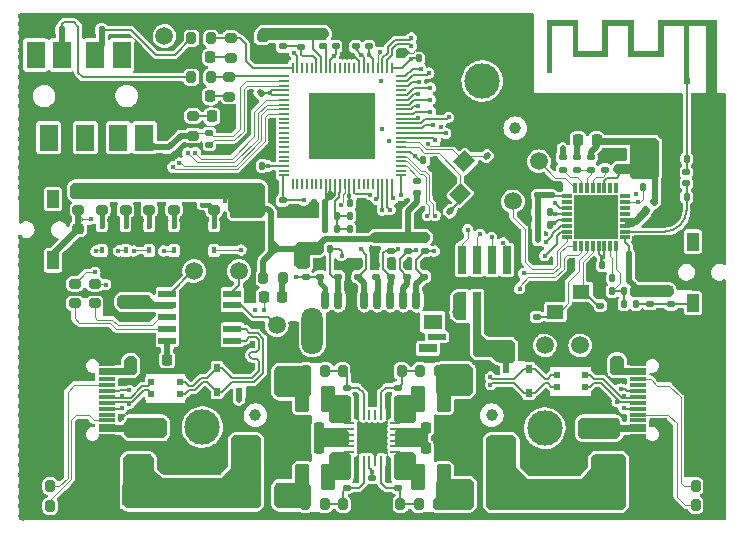
<source format=gbr>
G04 #@! TF.GenerationSoftware,KiCad,Pcbnew,(6.0.11)*
G04 #@! TF.CreationDate,2023-11-25T18:09:57+08:00*
G04 #@! TF.ProjectId,F1c200s_XhtCore,46316332-3030-4735-9f58-6874436f7265,rev?*
G04 #@! TF.SameCoordinates,Original*
G04 #@! TF.FileFunction,Copper,L1,Top*
G04 #@! TF.FilePolarity,Positive*
%FSLAX46Y46*%
G04 Gerber Fmt 4.6, Leading zero omitted, Abs format (unit mm)*
G04 Created by KiCad (PCBNEW (6.0.11)) date 2023-11-25 18:09:57*
%MOMM*%
%LPD*%
G01*
G04 APERTURE LIST*
G04 Aperture macros list*
%AMRoundRect*
0 Rectangle with rounded corners*
0 $1 Rounding radius*
0 $2 $3 $4 $5 $6 $7 $8 $9 X,Y pos of 4 corners*
0 Add a 4 corners polygon primitive as box body*
4,1,4,$2,$3,$4,$5,$6,$7,$8,$9,$2,$3,0*
0 Add four circle primitives for the rounded corners*
1,1,$1+$1,$2,$3*
1,1,$1+$1,$4,$5*
1,1,$1+$1,$6,$7*
1,1,$1+$1,$8,$9*
0 Add four rect primitives between the rounded corners*
20,1,$1+$1,$2,$3,$4,$5,0*
20,1,$1+$1,$4,$5,$6,$7,0*
20,1,$1+$1,$6,$7,$8,$9,0*
20,1,$1+$1,$8,$9,$2,$3,0*%
%AMRotRect*
0 Rectangle, with rotation*
0 The origin of the aperture is its center*
0 $1 length*
0 $2 width*
0 $3 Rotation angle, in degrees counterclockwise*
0 Add horizontal line*
21,1,$1,$2,0,0,$3*%
G04 Aperture macros list end*
G04 #@! TA.AperFunction,SMDPad,CuDef*
%ADD10R,0.600000X0.600000*%
G04 #@! TD*
G04 #@! TA.AperFunction,SMDPad,CuDef*
%ADD11RoundRect,0.140000X-0.170000X0.140000X-0.170000X-0.140000X0.170000X-0.140000X0.170000X0.140000X0*%
G04 #@! TD*
G04 #@! TA.AperFunction,SMDPad,CuDef*
%ADD12RoundRect,0.218750X-0.218750X-0.256250X0.218750X-0.256250X0.218750X0.256250X-0.218750X0.256250X0*%
G04 #@! TD*
G04 #@! TA.AperFunction,SMDPad,CuDef*
%ADD13RoundRect,0.225000X0.225000X0.250000X-0.225000X0.250000X-0.225000X-0.250000X0.225000X-0.250000X0*%
G04 #@! TD*
G04 #@! TA.AperFunction,SMDPad,CuDef*
%ADD14C,1.000000*%
G04 #@! TD*
G04 #@! TA.AperFunction,SMDPad,CuDef*
%ADD15RoundRect,0.147500X0.172500X-0.147500X0.172500X0.147500X-0.172500X0.147500X-0.172500X-0.147500X0*%
G04 #@! TD*
G04 #@! TA.AperFunction,SMDPad,CuDef*
%ADD16RoundRect,0.147500X-0.147500X-0.172500X0.147500X-0.172500X0.147500X0.172500X-0.147500X0.172500X0*%
G04 #@! TD*
G04 #@! TA.AperFunction,SMDPad,CuDef*
%ADD17RoundRect,0.140000X-0.021213X0.219203X-0.219203X0.021213X0.021213X-0.219203X0.219203X-0.021213X0*%
G04 #@! TD*
G04 #@! TA.AperFunction,SMDPad,CuDef*
%ADD18RoundRect,0.140000X-0.140000X-0.170000X0.140000X-0.170000X0.140000X0.170000X-0.140000X0.170000X0*%
G04 #@! TD*
G04 #@! TA.AperFunction,SMDPad,CuDef*
%ADD19RoundRect,0.200000X0.200000X0.275000X-0.200000X0.275000X-0.200000X-0.275000X0.200000X-0.275000X0*%
G04 #@! TD*
G04 #@! TA.AperFunction,SMDPad,CuDef*
%ADD20C,1.500000*%
G04 #@! TD*
G04 #@! TA.AperFunction,SMDPad,CuDef*
%ADD21RoundRect,0.225000X-0.250000X0.225000X-0.250000X-0.225000X0.250000X-0.225000X0.250000X0.225000X0*%
G04 #@! TD*
G04 #@! TA.AperFunction,SMDPad,CuDef*
%ADD22RoundRect,0.225000X0.250000X-0.225000X0.250000X0.225000X-0.250000X0.225000X-0.250000X-0.225000X0*%
G04 #@! TD*
G04 #@! TA.AperFunction,SMDPad,CuDef*
%ADD23RoundRect,0.135000X-0.185000X0.135000X-0.185000X-0.135000X0.185000X-0.135000X0.185000X0.135000X0*%
G04 #@! TD*
G04 #@! TA.AperFunction,SMDPad,CuDef*
%ADD24RoundRect,0.140000X0.140000X0.170000X-0.140000X0.170000X-0.140000X-0.170000X0.140000X-0.170000X0*%
G04 #@! TD*
G04 #@! TA.AperFunction,SMDPad,CuDef*
%ADD25R,0.999998X1.550010*%
G04 #@! TD*
G04 #@! TA.AperFunction,SMDPad,CuDef*
%ADD26RoundRect,0.062500X0.062500X-0.350000X0.062500X0.350000X-0.062500X0.350000X-0.062500X-0.350000X0*%
G04 #@! TD*
G04 #@! TA.AperFunction,SMDPad,CuDef*
%ADD27RoundRect,0.062500X0.350000X-0.062500X0.350000X0.062500X-0.350000X0.062500X-0.350000X-0.062500X0*%
G04 #@! TD*
G04 #@! TA.AperFunction,SMDPad,CuDef*
%ADD28R,2.600000X2.600000*%
G04 #@! TD*
G04 #@! TA.AperFunction,SMDPad,CuDef*
%ADD29RoundRect,0.200000X-0.275000X0.200000X-0.275000X-0.200000X0.275000X-0.200000X0.275000X0.200000X0*%
G04 #@! TD*
G04 #@! TA.AperFunction,SMDPad,CuDef*
%ADD30C,3.000000*%
G04 #@! TD*
G04 #@! TA.AperFunction,SMDPad,CuDef*
%ADD31RoundRect,0.140000X0.170000X-0.140000X0.170000X0.140000X-0.170000X0.140000X-0.170000X-0.140000X0*%
G04 #@! TD*
G04 #@! TA.AperFunction,SMDPad,CuDef*
%ADD32O,0.700000X1.599997*%
G04 #@! TD*
G04 #@! TA.AperFunction,SMDPad,CuDef*
%ADD33R,1.499997X0.500000*%
G04 #@! TD*
G04 #@! TA.AperFunction,SMDPad,CuDef*
%ADD34R,1.499997X0.799998*%
G04 #@! TD*
G04 #@! TA.AperFunction,SMDPad,CuDef*
%ADD35O,1.799971X3.999992*%
G04 #@! TD*
G04 #@! TA.AperFunction,SMDPad,CuDef*
%ADD36R,1.650009X1.299997*%
G04 #@! TD*
G04 #@! TA.AperFunction,SMDPad,CuDef*
%ADD37RoundRect,0.135000X0.135000X0.185000X-0.135000X0.185000X-0.135000X-0.185000X0.135000X-0.185000X0*%
G04 #@! TD*
G04 #@! TA.AperFunction,SMDPad,CuDef*
%ADD38RoundRect,0.250000X0.650000X-0.325000X0.650000X0.325000X-0.650000X0.325000X-0.650000X-0.325000X0*%
G04 #@! TD*
G04 #@! TA.AperFunction,SMDPad,CuDef*
%ADD39R,2.500000X1.800000*%
G04 #@! TD*
G04 #@! TA.AperFunction,SMDPad,CuDef*
%ADD40RoundRect,0.250000X-0.625000X0.375000X-0.625000X-0.375000X0.625000X-0.375000X0.625000X0.375000X0*%
G04 #@! TD*
G04 #@! TA.AperFunction,SMDPad,CuDef*
%ADD41R,1.400000X1.200000*%
G04 #@! TD*
G04 #@! TA.AperFunction,SMDPad,CuDef*
%ADD42R,0.450000X0.600000*%
G04 #@! TD*
G04 #@! TA.AperFunction,SMDPad,CuDef*
%ADD43RoundRect,0.200000X-0.200000X-0.275000X0.200000X-0.275000X0.200000X0.275000X-0.200000X0.275000X0*%
G04 #@! TD*
G04 #@! TA.AperFunction,SMDPad,CuDef*
%ADD44RoundRect,0.147500X-0.172500X0.147500X-0.172500X-0.147500X0.172500X-0.147500X0.172500X0.147500X0*%
G04 #@! TD*
G04 #@! TA.AperFunction,SMDPad,CuDef*
%ADD45R,1.000000X0.700000*%
G04 #@! TD*
G04 #@! TA.AperFunction,SMDPad,CuDef*
%ADD46R,0.600000X0.700000*%
G04 #@! TD*
G04 #@! TA.AperFunction,SMDPad,CuDef*
%ADD47RoundRect,0.250000X-0.375000X-0.850000X0.375000X-0.850000X0.375000X0.850000X-0.375000X0.850000X0*%
G04 #@! TD*
G04 #@! TA.AperFunction,SMDPad,CuDef*
%ADD48RoundRect,0.140000X-0.219203X-0.021213X-0.021213X-0.219203X0.219203X0.021213X0.021213X0.219203X0*%
G04 #@! TD*
G04 #@! TA.AperFunction,SMDPad,CuDef*
%ADD49RoundRect,0.225000X-0.225000X-0.250000X0.225000X-0.250000X0.225000X0.250000X-0.225000X0.250000X0*%
G04 #@! TD*
G04 #@! TA.AperFunction,SMDPad,CuDef*
%ADD50R,0.740000X2.400000*%
G04 #@! TD*
G04 #@! TA.AperFunction,SMDPad,CuDef*
%ADD51RotRect,1.400000X1.200000X45.000000*%
G04 #@! TD*
G04 #@! TA.AperFunction,SMDPad,CuDef*
%ADD52RoundRect,0.135000X-0.135000X-0.185000X0.135000X-0.185000X0.135000X0.185000X-0.135000X0.185000X0*%
G04 #@! TD*
G04 #@! TA.AperFunction,ConnectorPad*
%ADD53R,0.500000X0.500000*%
G04 #@! TD*
G04 #@! TA.AperFunction,ComponentPad*
%ADD54R,0.900000X0.500000*%
G04 #@! TD*
G04 #@! TA.AperFunction,SMDPad,CuDef*
%ADD55RoundRect,0.200000X0.275000X-0.200000X0.275000X0.200000X-0.275000X0.200000X-0.275000X-0.200000X0*%
G04 #@! TD*
G04 #@! TA.AperFunction,SMDPad,CuDef*
%ADD56RoundRect,0.135000X0.185000X-0.135000X0.185000X0.135000X-0.185000X0.135000X-0.185000X-0.135000X0*%
G04 #@! TD*
G04 #@! TA.AperFunction,SMDPad,CuDef*
%ADD57RoundRect,0.140000X0.219203X0.021213X0.021213X0.219203X-0.219203X-0.021213X-0.021213X-0.219203X0*%
G04 #@! TD*
G04 #@! TA.AperFunction,SMDPad,CuDef*
%ADD58R,1.499997X0.600000*%
G04 #@! TD*
G04 #@! TA.AperFunction,SMDPad,CuDef*
%ADD59R,2.399995X2.799994*%
G04 #@! TD*
G04 #@! TA.AperFunction,SMDPad,CuDef*
%ADD60R,1.405000X0.300000*%
G04 #@! TD*
G04 #@! TA.AperFunction,ComponentPad*
%ADD61O,2.100000X1.000000*%
G04 #@! TD*
G04 #@! TA.AperFunction,SMDPad,CuDef*
%ADD62R,1.900000X1.200000*%
G04 #@! TD*
G04 #@! TA.AperFunction,ComponentPad*
%ADD63O,1.600000X1.000000*%
G04 #@! TD*
G04 #@! TA.AperFunction,SMDPad,CuDef*
%ADD64R,1.850000X1.200000*%
G04 #@! TD*
G04 #@! TA.AperFunction,SMDPad,CuDef*
%ADD65RoundRect,0.250000X0.375000X0.850000X-0.375000X0.850000X-0.375000X-0.850000X0.375000X-0.850000X0*%
G04 #@! TD*
G04 #@! TA.AperFunction,SMDPad,CuDef*
%ADD66R,0.860000X0.220000*%
G04 #@! TD*
G04 #@! TA.AperFunction,SMDPad,CuDef*
%ADD67R,0.220000X0.860000*%
G04 #@! TD*
G04 #@! TA.AperFunction,SMDPad,CuDef*
%ADD68R,5.600000X5.600000*%
G04 #@! TD*
G04 #@! TA.AperFunction,SMDPad,CuDef*
%ADD69R,1.600000X2.300000*%
G04 #@! TD*
G04 #@! TA.AperFunction,SMDPad,CuDef*
%ADD70RoundRect,0.147500X-0.017678X0.226274X-0.226274X0.017678X0.017678X-0.226274X0.226274X-0.017678X0*%
G04 #@! TD*
G04 #@! TA.AperFunction,SMDPad,CuDef*
%ADD71RoundRect,0.005400X0.394600X0.129600X-0.394600X0.129600X-0.394600X-0.129600X0.394600X-0.129600X0*%
G04 #@! TD*
G04 #@! TA.AperFunction,SMDPad,CuDef*
%ADD72RoundRect,0.005400X-0.129600X0.394600X-0.129600X-0.394600X0.129600X-0.394600X0.129600X0.394600X0*%
G04 #@! TD*
G04 #@! TA.AperFunction,SMDPad,CuDef*
%ADD73RoundRect,0.005400X-0.394600X-0.129600X0.394600X-0.129600X0.394600X0.129600X-0.394600X0.129600X0*%
G04 #@! TD*
G04 #@! TA.AperFunction,SMDPad,CuDef*
%ADD74RoundRect,0.005400X0.129600X-0.394600X0.129600X0.394600X-0.129600X0.394600X-0.129600X-0.394600X0*%
G04 #@! TD*
G04 #@! TA.AperFunction,SMDPad,CuDef*
%ADD75R,3.700000X3.700000*%
G04 #@! TD*
G04 #@! TA.AperFunction,ViaPad*
%ADD76C,0.450000*%
G04 #@! TD*
G04 #@! TA.AperFunction,ViaPad*
%ADD77C,0.800000*%
G04 #@! TD*
G04 #@! TA.AperFunction,Conductor*
%ADD78C,0.101600*%
G04 #@! TD*
G04 #@! TA.AperFunction,Conductor*
%ADD79C,0.156500*%
G04 #@! TD*
G04 #@! TA.AperFunction,Conductor*
%ADD80C,0.500000*%
G04 #@! TD*
G04 #@! TA.AperFunction,Conductor*
%ADD81C,0.200000*%
G04 #@! TD*
G04 #@! TA.AperFunction,Conductor*
%ADD82C,0.250000*%
G04 #@! TD*
G04 #@! TA.AperFunction,Conductor*
%ADD83C,0.900000*%
G04 #@! TD*
G04 #@! TA.AperFunction,Conductor*
%ADD84C,0.400000*%
G04 #@! TD*
G04 #@! TA.AperFunction,Conductor*
%ADD85C,0.158242*%
G04 #@! TD*
G04 APERTURE END LIST*
G04 #@! TO.C,AE1*
G36*
X173550000Y-78250000D02*
G01*
X173550000Y-77991842D01*
X173851778Y-77991842D01*
X173858309Y-78041368D01*
X173878868Y-78086553D01*
X173912511Y-78121787D01*
X173931122Y-78132400D01*
X173976637Y-78145300D01*
X174025156Y-78146043D01*
X174067819Y-78133935D01*
X174075731Y-78129581D01*
X174113674Y-78096797D01*
X174137742Y-78054395D01*
X174147583Y-78006785D01*
X174142847Y-77958378D01*
X174123185Y-77913584D01*
X174088245Y-77876814D01*
X174055353Y-77859908D01*
X174007267Y-77852018D01*
X173957682Y-77858592D01*
X173912372Y-77878687D01*
X173877112Y-77911357D01*
X173860218Y-77943583D01*
X173851778Y-77991842D01*
X173550000Y-77991842D01*
X173550000Y-73350000D01*
X172150000Y-73350000D01*
X172150000Y-78250000D01*
X171650000Y-78250000D01*
X171650000Y-73350000D01*
X169950000Y-73350000D01*
X169950000Y-75990000D01*
X166950000Y-75990000D01*
X166950000Y-73350000D01*
X165250000Y-73350000D01*
X165250000Y-75990000D01*
X162250000Y-75990000D01*
X162250000Y-73350000D01*
X160550000Y-73350000D01*
X160550000Y-77290000D01*
X160050000Y-77290000D01*
X160050000Y-72850000D01*
X162750000Y-72850000D01*
X162750000Y-75490000D01*
X164750000Y-75490000D01*
X164750000Y-72850000D01*
X167450000Y-72850000D01*
X167450000Y-75490000D01*
X169450000Y-75490000D01*
X169450000Y-72850000D01*
X174450000Y-72850000D01*
X174450000Y-78250000D01*
X173550000Y-78250000D01*
G37*
G04 #@! TD*
D10*
G04 #@! TO.P,L4,1,1*
G04 #@! TO.N,/USB/USB2_1_D+*
X126600104Y-103500001D03*
G04 #@! TO.P,L4,2,2*
G04 #@! TO.N,/USB/USB2_2_D+*
X128999896Y-103500001D03*
G04 #@! TO.P,L4,3,3*
G04 #@! TO.N,/USB/USB2_2_D-*
X128999896Y-104499999D03*
G04 #@! TO.P,L4,4,4*
G04 #@! TO.N,/USB/USB2_1_D-*
X126600104Y-104499999D03*
G04 #@! TD*
D11*
G04 #@! TO.P,C56,1*
G04 #@! TO.N,VBUS*
X145250000Y-111620000D03*
G04 #@! TO.P,C56,2*
G04 #@! TO.N,GND*
X145250000Y-112580000D03*
G04 #@! TD*
D12*
G04 #@! TO.P,D8,1,K*
G04 #@! TO.N,Net-(D8-Pad1)*
X162712500Y-83000000D03*
G04 #@! TO.P,D8,2,A*
G04 #@! TO.N,+3V3*
X164287500Y-83000000D03*
G04 #@! TD*
D13*
G04 #@! TO.P,C21,1*
G04 #@! TO.N,Net-(C21-Pad1)*
X131575000Y-76000000D03*
G04 #@! TO.P,C21,2*
G04 #@! TO.N,GND*
X130025000Y-76000000D03*
G04 #@! TD*
D14*
G04 #@! TO.P,FID2,*
G04 #@! TO.N,*
X135400000Y-106300000D03*
G04 #@! TD*
D12*
G04 #@! TO.P,D14,1,K*
G04 #@! TO.N,/F1CX00/LED*
X136112500Y-96281250D03*
G04 #@! TO.P,D14,2,A*
G04 #@! TO.N,Net-(D14-Pad2)*
X137687500Y-96281250D03*
G04 #@! TD*
D15*
G04 #@! TO.P,D9,1,A1*
G04 #@! TO.N,GND*
X127900000Y-84585000D03*
G04 #@! TO.P,D9,2,A2*
G04 #@! TO.N,HPCOM*
X127900000Y-83615000D03*
G04 #@! TD*
D16*
G04 #@! TO.P,D7,1,A1*
G04 #@! TO.N,GND*
X121415000Y-73700000D03*
G04 #@! TO.P,D7,2,A2*
G04 #@! TO.N,Net-(CN1-Pad6)*
X122385000Y-73700000D03*
G04 #@! TD*
D13*
G04 #@! TO.P,C55,1*
G04 #@! TO.N,VBUS*
X140800000Y-107400000D03*
G04 #@! TO.P,C55,2*
G04 #@! TO.N,GND*
X139250000Y-107400000D03*
G04 #@! TD*
D17*
G04 #@! TO.P,C17,1*
G04 #@! TO.N,+3V3*
X135839411Y-79010589D03*
G04 #@! TO.P,C17,2*
G04 #@! TO.N,GND*
X135160589Y-79689411D03*
G04 #@! TD*
D18*
G04 #@! TO.P,C31,1*
G04 #@! TO.N,+2V5*
X141320000Y-89400000D03*
G04 #@! TO.P,C31,2*
G04 #@! TO.N,/F1CX00/DRAM_VREF*
X142280000Y-89400000D03*
G04 #@! TD*
D19*
G04 #@! TO.P,R47,1*
G04 #@! TO.N,HPR*
X131625000Y-74400000D03*
G04 #@! TO.P,R47,2*
G04 #@! TO.N,Net-(CN1-Pad6)*
X129975000Y-74400000D03*
G04 #@! TD*
D20*
G04 #@! TO.P,TP11,1,1*
G04 #@! TO.N,/USB/CH_CTS*
X134000000Y-94100000D03*
G04 #@! TD*
D21*
G04 #@! TO.P,C14,1*
G04 #@! TO.N,+3V3*
X133800000Y-88850000D03*
G04 #@! TO.P,C14,2*
G04 #@! TO.N,GND*
X133800000Y-90400000D03*
G04 #@! TD*
D19*
G04 #@! TO.P,R21,1*
G04 #@! TO.N,/USB/USB2_CC1*
X118025000Y-112300000D03*
G04 #@! TO.P,R21,2*
G04 #@! TO.N,GND*
X116375000Y-112300000D03*
G04 #@! TD*
D22*
G04 #@! TO.P,C46,1*
G04 #@! TO.N,+3V3*
X137550000Y-112425000D03*
G04 #@! TO.P,C46,2*
G04 #@! TO.N,GND*
X137550000Y-110875000D03*
G04 #@! TD*
D23*
G04 #@! TO.P,R41,1*
G04 #@! TO.N,+3V3*
X149725000Y-91390000D03*
G04 #@! TO.P,R41,2*
G04 #@! TO.N,SDC0_D2*
X149725000Y-92410000D03*
G04 #@! TD*
D24*
G04 #@! TO.P,C8,1*
G04 #@! TO.N,+3V3*
X164780000Y-93600000D03*
G04 #@! TO.P,C8,2*
G04 #@! TO.N,GND*
X163820000Y-93600000D03*
G04 #@! TD*
D25*
G04 #@! TO.P,SW2,1,1*
G04 #@! TO.N,/F1CX00/RESET*
X118250011Y-93199969D03*
G04 #@! TO.P,SW2,2,2*
G04 #@! TO.N,GND*
X116549989Y-93199918D03*
G04 #@! TO.P,SW2,3,3*
G04 #@! TO.N,unconnected-(SW2-Pad3)*
X118250011Y-88000005D03*
G04 #@! TO.P,SW2,4,4*
G04 #@! TO.N,GND*
X116549989Y-88000005D03*
G04 #@! TD*
D26*
G04 #@! TO.P,U3,1,GND3*
G04 #@! TO.N,GND*
X144050000Y-110137500D03*
G04 #@! TO.P,U3,2,FB3*
G04 #@! TO.N,Net-(C50-Pad2)*
X144550000Y-110137500D03*
G04 #@! TO.P,U3,3,VCC*
G04 #@! TO.N,VBUS*
X145050000Y-110137500D03*
G04 #@! TO.P,U3,4,AGND*
G04 #@! TO.N,GND*
X145550000Y-110137500D03*
G04 #@! TO.P,U3,5,FB2*
G04 #@! TO.N,Net-(C49-Pad2)*
X146050000Y-110137500D03*
G04 #@! TO.P,U3,6,GND2*
G04 #@! TO.N,GND*
X146550000Y-110137500D03*
D27*
G04 #@! TO.P,U3,7,LX2*
G04 #@! TO.N,/POWER/EA_LX2*
X147237500Y-109450000D03*
G04 #@! TO.P,U3,8,VIN2*
G04 #@! TO.N,VBUS*
X147237500Y-108950000D03*
G04 #@! TO.P,U3,9,EN2*
X147237500Y-108450000D03*
G04 #@! TO.P,U3,10,EN1*
X147237500Y-107950000D03*
G04 #@! TO.P,U3,11,VIN1*
X147237500Y-107450000D03*
G04 #@! TO.P,U3,12,LX1*
G04 #@! TO.N,/POWER/EA_LX1*
X147237500Y-106950000D03*
D26*
G04 #@! TO.P,U3,13,GND1*
G04 #@! TO.N,GND*
X146550000Y-106262500D03*
G04 #@! TO.P,U3,14,FB1*
G04 #@! TO.N,Net-(C48-Pad2)*
X146050000Y-106262500D03*
G04 #@! TO.P,U3,15,NC*
G04 #@! TO.N,unconnected-(U3-Pad15)*
X145550000Y-106262500D03*
G04 #@! TO.P,U3,16,NC*
G04 #@! TO.N,unconnected-(U3-Pad16)*
X145050000Y-106262500D03*
G04 #@! TO.P,U3,17,FB4*
G04 #@! TO.N,Net-(C51-Pad2)*
X144550000Y-106262500D03*
G04 #@! TO.P,U3,18,GND4*
G04 #@! TO.N,GND*
X144050000Y-106262500D03*
D27*
G04 #@! TO.P,U3,19,LX4*
G04 #@! TO.N,/POWER/EA_LX4*
X143362500Y-106950000D03*
G04 #@! TO.P,U3,20,VIN4*
G04 #@! TO.N,VBUS*
X143362500Y-107450000D03*
G04 #@! TO.P,U3,21,EN4*
X143362500Y-107950000D03*
G04 #@! TO.P,U3,22,EN3*
X143362500Y-108450000D03*
G04 #@! TO.P,U3,23,VIN3*
X143362500Y-108950000D03*
G04 #@! TO.P,U3,24,LX3*
G04 #@! TO.N,/POWER/EA_LX3*
X143362500Y-109450000D03*
D28*
G04 #@! TO.P,U3,25,PAD*
G04 #@! TO.N,GND*
X145300000Y-108200000D03*
G04 #@! TD*
D29*
G04 #@! TO.P,R44,1*
G04 #@! TO.N,HPR*
X133300000Y-74375000D03*
G04 #@! TO.P,R44,2*
G04 #@! TO.N,Net-(C21-Pad1)*
X133300000Y-76025000D03*
G04 #@! TD*
D23*
G04 #@! TO.P,R43,1*
G04 #@! TO.N,+3V3*
X139700000Y-93590000D03*
G04 #@! TO.P,R43,2*
G04 #@! TO.N,SDC0_D1*
X139700000Y-94610000D03*
G04 #@! TD*
D13*
G04 #@! TO.P,C54,1*
G04 #@! TO.N,VBUS*
X140800000Y-109100000D03*
G04 #@! TO.P,C54,2*
G04 #@! TO.N,GND*
X139250000Y-109100000D03*
G04 #@! TD*
D30*
G04 #@! TO.P,TP5,1,1*
G04 #@! TO.N,unconnected-(TP5-Pad1)*
X159900000Y-107400000D03*
G04 #@! TD*
D31*
G04 #@! TO.P,C48,1*
G04 #@! TO.N,/POWER/EA_LX1*
X147450000Y-104930000D03*
G04 #@! TO.P,C48,2*
G04 #@! TO.N,Net-(C48-Pad2)*
X147450000Y-103970000D03*
G04 #@! TD*
D32*
G04 #@! TO.P,J2,1,DAT2*
G04 #@! TO.N,SDC0_D2*
X149030092Y-96549966D03*
G04 #@! TO.P,J2,2,DAT3/CD*
G04 #@! TO.N,SDC0_D3*
X147930018Y-96549966D03*
G04 #@! TO.P,J2,3,CMD*
G04 #@! TO.N,SDC0_CMD*
X146830198Y-96549966D03*
G04 #@! TO.P,J2,4,VDD*
G04 #@! TO.N,+3V3*
X145730124Y-96549966D03*
G04 #@! TO.P,J2,5,CLK*
G04 #@! TO.N,SDC0_CLK*
X144630050Y-96549966D03*
G04 #@! TO.P,J2,6,VSS*
G04 #@! TO.N,GND*
X143529976Y-96549966D03*
G04 #@! TO.P,J2,7,DAT0*
G04 #@! TO.N,SDC0_D0*
X142430156Y-96549966D03*
G04 #@! TO.P,J2,8,DAT1*
G04 #@! TO.N,SDC0_D1*
X141330082Y-96549966D03*
D33*
G04 #@! TO.P,J2,9,PAD*
G04 #@! TO.N,unconnected-(J2-Pad9)*
X150769991Y-99659942D03*
D34*
G04 #@! TO.P,J2,10,PAD*
G04 #@! TO.N,unconnected-(J2-Pad10)*
X149980052Y-100650034D03*
D35*
G04 #@! TO.P,J2,11,PAD*
G04 #@! TO.N,unconnected-(J2-Pad11)*
X140230008Y-99149910D03*
D36*
G04 #@! TO.P,J2,12,PAD*
G04 #@! TO.N,unconnected-(J2-Pad12)*
X150410074Y-98410008D03*
G04 #@! TD*
D18*
G04 #@! TO.P,C2,1*
G04 #@! TO.N,+3V3*
X167020000Y-93600000D03*
G04 #@! TO.P,C2,2*
G04 #@! TO.N,GND*
X167980000Y-93600000D03*
G04 #@! TD*
G04 #@! TO.P,C5,1*
G04 #@! TO.N,+3V3*
X167020000Y-94700000D03*
G04 #@! TO.P,C5,2*
G04 #@! TO.N,GND*
X167980000Y-94700000D03*
G04 #@! TD*
D29*
G04 #@! TO.P,R2,1*
G04 #@! TO.N,+3V3*
X128500000Y-87250000D03*
G04 #@! TO.P,R2,2*
G04 #@! TO.N,/AUDIO&SCREEN&SD/GMT_CS*
X128500000Y-88900000D03*
G04 #@! TD*
D23*
G04 #@! TO.P,R29,1*
G04 #@! TO.N,Net-(R29-Pad1)*
X149100000Y-86490000D03*
G04 #@! TO.P,R29,2*
G04 #@! TO.N,+3V3*
X149100000Y-87510000D03*
G04 #@! TD*
D18*
G04 #@! TO.P,C42,1*
G04 #@! TO.N,+3V3*
X149620000Y-84700000D03*
G04 #@! TO.P,C42,2*
G04 #@! TO.N,GND*
X150580000Y-84700000D03*
G04 #@! TD*
D37*
G04 #@! TO.P,R4,1*
G04 #@! TO.N,+3V3*
X167610000Y-95800000D03*
G04 #@! TO.P,R4,2*
G04 #@! TO.N,/WIFI/nRST*
X166590000Y-95800000D03*
G04 #@! TD*
D38*
G04 #@! TO.P,C28,1*
G04 #@! TO.N,VBUS*
X159900000Y-113475000D03*
G04 #@! TO.P,C28,2*
G04 #@! TO.N,GND*
X159900000Y-110525000D03*
G04 #@! TD*
D39*
G04 #@! TO.P,D10,1,A1*
G04 #@! TO.N,GND*
X121400000Y-113100000D03*
G04 #@! TO.P,D10,2,A2*
G04 #@! TO.N,VBUS*
X125400000Y-113100000D03*
G04 #@! TD*
D40*
G04 #@! TO.P,UNK2,1*
G04 #@! TO.N,/USB/USB1_POWER_IN*
X165100000Y-107400000D03*
G04 #@! TO.P,UNK2,2*
G04 #@! TO.N,VBUS*
X165100000Y-110200000D03*
G04 #@! TD*
D29*
G04 #@! TO.P,R28,1*
G04 #@! TO.N,+3V3*
X120400000Y-87275000D03*
G04 #@! TO.P,R28,2*
G04 #@! TO.N,/F1CX00/RESET*
X120400000Y-88925000D03*
G04 #@! TD*
D23*
G04 #@! TO.P,R31,1*
G04 #@! TO.N,+3V3*
X146900000Y-91390000D03*
G04 #@! TO.P,R31,2*
G04 #@! TO.N,SDC0_CMD*
X146900000Y-92410000D03*
G04 #@! TD*
D40*
G04 #@! TO.P,UNK3,1*
G04 #@! TO.N,/USB/USB2_POWER_IN*
X125500000Y-107400000D03*
G04 #@! TO.P,UNK3,2*
G04 #@! TO.N,VBUS*
X125500000Y-110200000D03*
G04 #@! TD*
D18*
G04 #@! TO.P,C3,1*
G04 #@! TO.N,+3V3*
X169220000Y-84700000D03*
G04 #@! TO.P,C3,2*
G04 #@! TO.N,GND*
X170180000Y-84700000D03*
G04 #@! TD*
D41*
G04 #@! TO.P,Y1,1,1*
G04 #@! TO.N,Net-(C11-Pad1)*
X160800000Y-97550000D03*
G04 #@! TO.P,Y1,2,2*
G04 #@! TO.N,GND*
X163000000Y-97550000D03*
G04 #@! TO.P,Y1,3,3*
G04 #@! TO.N,Net-(C10-Pad1)*
X163000000Y-95850000D03*
G04 #@! TO.P,Y1,4,4*
G04 #@! TO.N,GND*
X160800000Y-95850000D03*
G04 #@! TD*
D42*
G04 #@! TO.P,D5,1,K*
G04 #@! TO.N,LCD_SCL*
X124400000Y-92350000D03*
G04 #@! TO.P,D5,2,A*
G04 #@! TO.N,/AUDIO&SCREEN&SD/GMT_SCL*
X124400000Y-90250000D03*
G04 #@! TD*
D11*
G04 #@! TO.P,C30,1*
G04 #@! TO.N,GND*
X145000000Y-74120000D03*
G04 #@! TO.P,C30,2*
G04 #@! TO.N,+1V1*
X145000000Y-75080000D03*
G04 #@! TD*
D42*
G04 #@! TO.P,D2,1,K*
G04 #@! TO.N,LCD_DC*
X126400000Y-92350000D03*
G04 #@! TO.P,D2,2,A*
G04 #@! TO.N,/AUDIO&SCREEN&SD/GMT_DC*
X126400000Y-90250000D03*
G04 #@! TD*
D23*
G04 #@! TO.P,R48,1*
G04 #@! TO.N,HPCOM*
X131500000Y-82390000D03*
G04 #@! TO.P,R48,2*
G04 #@! TO.N,HPCOMFB*
X131500000Y-83410000D03*
G04 #@! TD*
D38*
G04 #@! TO.P,C29,1*
G04 #@! TO.N,VBUS*
X130900000Y-113475000D03*
G04 #@! TO.P,C29,2*
G04 #@! TO.N,GND*
X130900000Y-110525000D03*
G04 #@! TD*
D20*
G04 #@! TO.P,TP8,1,1*
G04 #@! TO.N,/WIFI/GPIO4*
X159400000Y-84800000D03*
G04 #@! TD*
D39*
G04 #@! TO.P,D11,1,A1*
G04 #@! TO.N,GND*
X169400000Y-113200000D03*
G04 #@! TO.P,D11,2,A2*
G04 #@! TO.N,VBUS*
X165400000Y-113200000D03*
G04 #@! TD*
D43*
G04 #@! TO.P,R30,1*
G04 #@! TO.N,+3V3*
X136075000Y-94681250D03*
G04 #@! TO.P,R30,2*
G04 #@! TO.N,Net-(D14-Pad2)*
X137725000Y-94681250D03*
G04 #@! TD*
D44*
G04 #@! TO.P,D16,1,A1*
G04 #@! TO.N,GND*
X148269876Y-93615000D03*
G04 #@! TO.P,D16,2,A2*
G04 #@! TO.N,SDC0_D3*
X148269876Y-94585000D03*
G04 #@! TD*
D19*
G04 #@! TO.P,R34,1*
G04 #@! TO.N,+2V5*
X150875000Y-113850000D03*
G04 #@! TO.P,R34,2*
G04 #@! TO.N,Net-(C49-Pad2)*
X149225000Y-113850000D03*
G04 #@! TD*
D31*
G04 #@! TO.P,C11,1*
G04 #@! TO.N,Net-(C11-Pad1)*
X159200000Y-97980000D03*
G04 #@! TO.P,C11,2*
G04 #@! TO.N,GND*
X159200000Y-97020000D03*
G04 #@! TD*
D30*
G04 #@! TO.P,TP1,1,1*
G04 #@! TO.N,unconnected-(TP1-Pad1)*
X154600000Y-78000000D03*
G04 #@! TD*
D31*
G04 #@! TO.P,C13,1*
G04 #@! TO.N,+3V3*
X159300000Y-87680000D03*
G04 #@! TO.P,C13,2*
G04 #@! TO.N,GND*
X159300000Y-86720000D03*
G04 #@! TD*
G04 #@! TO.P,C33,1*
G04 #@! TO.N,+3V3*
X143900000Y-75080000D03*
G04 #@! TO.P,C33,2*
G04 #@! TO.N,GND*
X143900000Y-74120000D03*
G04 #@! TD*
D23*
G04 #@! TO.P,R16,1*
G04 #@! TO.N,Net-(D8-Pad1)*
X162600000Y-84480000D03*
G04 #@! TO.P,R16,2*
G04 #@! TO.N,/WIFI/GPIO2*
X162600000Y-85500000D03*
G04 #@! TD*
D20*
G04 #@! TO.P,TP10,1,1*
G04 #@! TO.N,/USB/CH_DTR*
X137200000Y-98700000D03*
G04 #@! TD*
D42*
G04 #@! TO.P,D1,1,K*
G04 #@! TO.N,LCD_CS*
X128500000Y-92350000D03*
G04 #@! TO.P,D1,2,A*
G04 #@! TO.N,/AUDIO&SCREEN&SD/GMT_CS*
X128500000Y-90250000D03*
G04 #@! TD*
D45*
G04 #@! TO.P,D12,1,GND*
G04 #@! TO.N,GND*
X156850000Y-104400000D03*
D46*
G04 #@! TO.P,D12,2,I/O1*
G04 #@! TO.N,USB1_2_D+*
X158550000Y-104400000D03*
G04 #@! TO.P,D12,3,I/O2*
G04 #@! TO.N,USB1_2_D-*
X158550000Y-102400000D03*
G04 #@! TO.P,D12,4,VCC*
G04 #@! TO.N,VBUS*
X156650000Y-102400000D03*
G04 #@! TD*
D47*
G04 #@! TO.P,L8,1,1*
G04 #@! TO.N,+2V8*
X139375000Y-104950000D03*
G04 #@! TO.P,L8,2,2*
G04 #@! TO.N,/POWER/EA_LX4*
X141525000Y-104950000D03*
G04 #@! TD*
D10*
G04 #@! TO.P,L3,1,1*
G04 #@! TO.N,/USB/USB1_1_D+*
X163299896Y-103899999D03*
G04 #@! TO.P,L3,2,2*
G04 #@! TO.N,USB1_2_D+*
X160900104Y-103899999D03*
G04 #@! TO.P,L3,3,3*
G04 #@! TO.N,USB1_2_D-*
X160900104Y-102900001D03*
G04 #@! TO.P,L3,4,4*
G04 #@! TO.N,/USB/USB1_1_D-*
X163299896Y-102900001D03*
G04 #@! TD*
D21*
G04 #@! TO.P,C35,1*
G04 #@! TO.N,/F1CX00/RESET*
X120400000Y-90525000D03*
G04 #@! TO.P,C35,2*
G04 #@! TO.N,GND*
X120400000Y-92075000D03*
G04 #@! TD*
D14*
G04 #@! TO.P,FID1,*
G04 #@! TO.N,*
X157400000Y-82000000D03*
G04 #@! TD*
D20*
G04 #@! TO.P,TP13,1,1*
G04 #@! TO.N,/F1CX00/MIC_IN*
X127700000Y-74200000D03*
G04 #@! TD*
D13*
G04 #@! TO.P,C57,1*
G04 #@! TO.N,Net-(C57-Pad1)*
X131575000Y-79300000D03*
G04 #@! TO.P,C57,2*
G04 #@! TO.N,GND*
X130025000Y-79300000D03*
G04 #@! TD*
D21*
G04 #@! TO.P,C44,1*
G04 #@! TO.N,+1V1*
X153150000Y-104075000D03*
G04 #@! TO.P,C44,2*
G04 #@! TO.N,GND*
X153150000Y-105625000D03*
G04 #@! TD*
D42*
G04 #@! TO.P,D4,1,K*
G04 #@! TO.N,LCD_SDA*
X131900000Y-92350000D03*
G04 #@! TO.P,D4,2,A*
G04 #@! TO.N,/AUDIO&SCREEN&SD/GMT_SDA*
X131900000Y-90250000D03*
G04 #@! TD*
D48*
G04 #@! TO.P,C37,1*
G04 #@! TO.N,Net-(C37-Pad1)*
X154980589Y-84360589D03*
G04 #@! TO.P,C37,2*
G04 #@! TO.N,GND*
X155659411Y-85039411D03*
G04 #@! TD*
D49*
G04 #@! TO.P,C16,1*
G04 #@! TO.N,Net-(C16-Pad1)*
X131725000Y-81000000D03*
G04 #@! TO.P,C16,2*
G04 #@! TO.N,GND*
X133275000Y-81000000D03*
G04 #@! TD*
D50*
G04 #@! TO.P,J1,1,Pin_1*
G04 #@! TO.N,+3V3*
X152895000Y-97050000D03*
G04 #@! TO.P,J1,2,Pin_2*
G04 #@! TO.N,/F1CX00/PD3*
X152895000Y-93150000D03*
G04 #@! TO.P,J1,3,Pin_3*
G04 #@! TO.N,VBUS*
X154165000Y-97050000D03*
G04 #@! TO.P,J1,4,Pin_4*
G04 #@! TO.N,/F1CX00/PD2*
X154165000Y-93150000D03*
G04 #@! TO.P,J1,5,Pin_5*
G04 #@! TO.N,GND*
X155435000Y-97050000D03*
G04 #@! TO.P,J1,6,Pin_6*
G04 #@! TO.N,/F1CX00/PD1*
X155435000Y-93150000D03*
G04 #@! TO.P,J1,7,Pin_7*
G04 #@! TO.N,GND*
X156705000Y-97050000D03*
G04 #@! TO.P,J1,8,Pin_8*
G04 #@! TO.N,/F1CX00/PD0*
X156705000Y-93150000D03*
G04 #@! TD*
D43*
G04 #@! TO.P,R37,1*
G04 #@! TO.N,Net-(C50-Pad2)*
X142825000Y-113850000D03*
G04 #@! TO.P,R37,2*
G04 #@! TO.N,GND*
X144475000Y-113850000D03*
G04 #@! TD*
D51*
G04 #@! TO.P,Y2,1,1*
G04 #@! TO.N,Net-(C38-Pad1)*
X152743223Y-87578858D03*
G04 #@! TO.P,Y2,2,2*
G04 #@! TO.N,GND*
X154298858Y-86023223D03*
G04 #@! TO.P,Y2,3,3*
G04 #@! TO.N,Net-(C37-Pad1)*
X153096777Y-84821142D03*
G04 #@! TO.P,Y2,4,4*
G04 #@! TO.N,GND*
X151541142Y-86376777D03*
G04 #@! TD*
D52*
G04 #@! TO.P,R9,1*
G04 #@! TO.N,+3V3*
X159290000Y-90200000D03*
G04 #@! TO.P,R9,2*
G04 #@! TO.N,ESP_SD_CLK*
X160310000Y-90200000D03*
G04 #@! TD*
D53*
G04 #@! TO.P,AE1,1,A*
G04 #@! TO.N,Net-(AE1-Pad1)*
X171900000Y-78000000D03*
D54*
G04 #@! TO.P,AE1,2,Shield*
G04 #@! TO.N,GND*
X174000000Y-78000000D03*
G04 #@! TD*
D11*
G04 #@! TO.P,C22,1*
G04 #@! TO.N,/F1CX00/AGND*
X141100000Y-74120000D03*
G04 #@! TO.P,C22,2*
G04 #@! TO.N,Net-(C22-Pad2)*
X141100000Y-75080000D03*
G04 #@! TD*
D22*
G04 #@! TO.P,C41,1*
G04 #@! TO.N,VBUS*
X125800000Y-96675000D03*
G04 #@! TO.P,C41,2*
G04 #@! TO.N,GND*
X125800000Y-95125000D03*
G04 #@! TD*
D55*
G04 #@! TO.P,R24,1*
G04 #@! TO.N,GND*
X136000000Y-75925000D03*
G04 #@! TO.P,R24,2*
G04 #@! TO.N,/F1CX00/AGND*
X136000000Y-74275000D03*
G04 #@! TD*
D11*
G04 #@! TO.P,C43,1*
G04 #@! TO.N,+3V3*
X145600000Y-91420000D03*
G04 #@! TO.P,C43,2*
G04 #@! TO.N,GND*
X145600000Y-92380000D03*
G04 #@! TD*
D44*
G04 #@! TO.P,D18,1,A1*
G04 #@! TO.N,GND*
X145569876Y-93615000D03*
G04 #@! TO.P,D18,2,A2*
G04 #@! TO.N,+3V3*
X145569876Y-94585000D03*
G04 #@! TD*
D29*
G04 #@! TO.P,R7,1*
G04 #@! TO.N,+3V3*
X124400000Y-87250000D03*
G04 #@! TO.P,R7,2*
G04 #@! TO.N,/AUDIO&SCREEN&SD/GMT_SCL*
X124400000Y-88900000D03*
G04 #@! TD*
D11*
G04 #@! TO.P,C50,1*
G04 #@! TO.N,/POWER/EA_LX3*
X143150000Y-111470000D03*
G04 #@! TO.P,C50,2*
G04 #@! TO.N,Net-(C50-Pad2)*
X143150000Y-112430000D03*
G04 #@! TD*
D56*
G04 #@! TO.P,R14,1*
G04 #@! TO.N,/WIFI/GPIO15*
X165000000Y-85510000D03*
G04 #@! TO.P,R14,2*
G04 #@! TO.N,GND*
X165000000Y-84490000D03*
G04 #@! TD*
D23*
G04 #@! TO.P,R40,1*
G04 #@! TO.N,+3V3*
X148300000Y-91390000D03*
G04 #@! TO.P,R40,2*
G04 #@! TO.N,SDC0_D3*
X148300000Y-92410000D03*
G04 #@! TD*
D56*
G04 #@! TO.P,R10,1*
G04 #@! TO.N,/WIFI/GPIO0*
X161400000Y-85500000D03*
G04 #@! TO.P,R10,2*
G04 #@! TO.N,+3V3*
X161400000Y-84480000D03*
G04 #@! TD*
D16*
G04 #@! TO.P,L2,1,1*
G04 #@! TO.N,Net-(C6-Pad2)*
X171915000Y-87800000D03*
G04 #@! TO.P,L2,2,2*
G04 #@! TO.N,GND*
X172885000Y-87800000D03*
G04 #@! TD*
D31*
G04 #@! TO.P,C51,1*
G04 #@! TO.N,/POWER/EA_LX4*
X143150000Y-104930000D03*
G04 #@! TO.P,C51,2*
G04 #@! TO.N,Net-(C51-Pad2)*
X143150000Y-103970000D03*
G04 #@! TD*
D20*
G04 #@! TO.P,TP12,1,1*
G04 #@! TO.N,/USB/CH_RTS*
X130200000Y-94100000D03*
G04 #@! TD*
D45*
G04 #@! TO.P,D13,1,GND*
G04 #@! TO.N,GND*
X133850000Y-102300000D03*
D46*
G04 #@! TO.P,D13,2,I/O1*
G04 #@! TO.N,/USB/USB2_2_D+*
X132150000Y-102300000D03*
G04 #@! TO.P,D13,3,I/O2*
G04 #@! TO.N,/USB/USB2_2_D-*
X132150000Y-104300000D03*
G04 #@! TO.P,D13,4,VCC*
G04 #@! TO.N,VBUS*
X134050000Y-104300000D03*
G04 #@! TD*
D52*
G04 #@! TO.P,R8,1*
G04 #@! TO.N,+3V3*
X159290000Y-89100000D03*
G04 #@! TO.P,R8,2*
G04 #@! TO.N,ESP_SD_CMD*
X160310000Y-89100000D03*
G04 #@! TD*
D11*
G04 #@! TO.P,C10,1*
G04 #@! TO.N,Net-(C10-Pad1)*
X164600000Y-97020000D03*
G04 #@! TO.P,C10,2*
G04 #@! TO.N,GND*
X164600000Y-97980000D03*
G04 #@! TD*
D44*
G04 #@! TO.P,D19,1,A1*
G04 #@! TO.N,GND*
X144100000Y-93615000D03*
G04 #@! TO.P,D19,2,A2*
G04 #@! TO.N,SDC0_CLK*
X144100000Y-94585000D03*
G04 #@! TD*
D43*
G04 #@! TO.P,R39,1*
G04 #@! TO.N,Net-(C51-Pad2)*
X142775000Y-102550000D03*
G04 #@! TO.P,R39,2*
G04 #@! TO.N,GND*
X144425000Y-102550000D03*
G04 #@! TD*
G04 #@! TO.P,R36,1*
G04 #@! TO.N,+3V3*
X139625000Y-113850000D03*
G04 #@! TO.P,R36,2*
G04 #@! TO.N,Net-(C50-Pad2)*
X141275000Y-113850000D03*
G04 #@! TD*
D18*
G04 #@! TO.P,C4,1*
G04 #@! TO.N,Net-(AE1-Pad1)*
X171920000Y-84600000D03*
G04 #@! TO.P,C4,2*
G04 #@! TO.N,GND*
X172880000Y-84600000D03*
G04 #@! TD*
D19*
G04 #@! TO.P,R32,1*
G04 #@! TO.N,+1V1*
X150975000Y-102550000D03*
G04 #@! TO.P,R32,2*
G04 #@! TO.N,Net-(C48-Pad2)*
X149325000Y-102550000D03*
G04 #@! TD*
D43*
G04 #@! TO.P,R19,1*
G04 #@! TO.N,/USB/USB1_CC1*
X172675000Y-113900000D03*
G04 #@! TO.P,R19,2*
G04 #@! TO.N,GND*
X174325000Y-113900000D03*
G04 #@! TD*
D11*
G04 #@! TO.P,C49,1*
G04 #@! TO.N,/POWER/EA_LX2*
X147450000Y-111470000D03*
G04 #@! TO.P,C49,2*
G04 #@! TO.N,Net-(C49-Pad2)*
X147450000Y-112430000D03*
G04 #@! TD*
D18*
G04 #@! TO.P,C9,1*
G04 #@! TO.N,GND*
X164620000Y-95800000D03*
G04 #@! TO.P,C9,2*
G04 #@! TO.N,/WIFI/nRST*
X165580000Y-95800000D03*
G04 #@! TD*
D24*
G04 #@! TO.P,C24,1*
G04 #@! TO.N,+2V5*
X141280000Y-88300000D03*
G04 #@! TO.P,C24,2*
G04 #@! TO.N,GND*
X140320000Y-88300000D03*
G04 #@! TD*
D56*
G04 #@! TO.P,R13,1*
G04 #@! TO.N,/WIFI/GPIO2*
X163800000Y-85500000D03*
G04 #@! TO.P,R13,2*
G04 #@! TO.N,+3V3*
X163800000Y-84480000D03*
G04 #@! TD*
D11*
G04 #@! TO.P,C6,1*
G04 #@! TO.N,Net-(AE1-Pad1)*
X171880000Y-85720000D03*
G04 #@! TO.P,C6,2*
G04 #@! TO.N,Net-(C6-Pad2)*
X171880000Y-86680000D03*
G04 #@! TD*
D31*
G04 #@! TO.P,C12,1*
G04 #@! TO.N,+3V3*
X160400000Y-87680000D03*
G04 #@! TO.P,C12,2*
G04 #@! TO.N,GND*
X160400000Y-86720000D03*
G04 #@! TD*
D16*
G04 #@! TO.P,D6,1,A1*
G04 #@! TO.N,GND*
X118015000Y-73700000D03*
G04 #@! TO.P,D6,2,A2*
G04 #@! TO.N,Net-(CN1-Pad4)*
X118985000Y-73700000D03*
G04 #@! TD*
D57*
G04 #@! TO.P,C38,1*
G04 #@! TO.N,Net-(C38-Pad1)*
X151859411Y-89039411D03*
G04 #@! TO.P,C38,2*
G04 #@! TO.N,GND*
X151180589Y-88360589D03*
G04 #@! TD*
D38*
G04 #@! TO.P,C27,1*
G04 #@! TO.N,VBUS*
X128400000Y-113475000D03*
G04 #@! TO.P,C27,2*
G04 #@! TO.N,GND*
X128400000Y-110525000D03*
G04 #@! TD*
D58*
G04 #@! TO.P,U2,1,UD+*
G04 #@! TO.N,/USB/USB2_2_D+*
X133449930Y-99999996D03*
G04 #@! TO.P,U2,2,UD-*
G04 #@! TO.N,/USB/USB2_2_D-*
X133449930Y-98999998D03*
G04 #@! TO.P,U2,3,GND*
G04 #@! TO.N,GND*
X133449930Y-98000000D03*
G04 #@! TO.P,U2,4,DTR#*
G04 #@! TO.N,/USB/CH_DTR*
X133449930Y-97000002D03*
G04 #@! TO.P,U2,5,CTS#*
G04 #@! TO.N,/USB/CH_CTS*
X133449930Y-96000004D03*
G04 #@! TO.P,U2,6,RTS#*
G04 #@! TO.N,/USB/CH_RTS*
X127950069Y-96000004D03*
G04 #@! TO.P,U2,7,VCC*
G04 #@! TO.N,VBUS*
X127950069Y-97000002D03*
G04 #@! TO.P,U2,8,TXD*
G04 #@! TO.N,CH_TX*
X127950069Y-98000000D03*
G04 #@! TO.P,U2,9,RXD*
G04 #@! TO.N,CH_RX*
X127950069Y-98999998D03*
G04 #@! TO.P,U2,10,V3*
G04 #@! TO.N,Net-(C39-Pad1)*
X127950069Y-99999996D03*
D59*
G04 #@! TO.P,U2,11,EP*
G04 #@! TO.N,GND*
X130700127Y-98000000D03*
G04 #@! TD*
D22*
G04 #@! TO.P,C45,1*
G04 #@! TO.N,+2V5*
X153150000Y-112425000D03*
G04 #@! TO.P,C45,2*
G04 #@! TO.N,GND*
X153150000Y-110875000D03*
G04 #@! TD*
D25*
G04 #@! TO.P,SW1,1,1*
G04 #@! TO.N,unconnected-(SW1-Pad1)*
X172449989Y-91600031D03*
G04 #@! TO.P,SW1,2,2*
G04 #@! TO.N,GND*
X174150011Y-91600082D03*
G04 #@! TO.P,SW1,3,3*
G04 #@! TO.N,/WIFI/RST*
X172449989Y-96799995D03*
G04 #@! TO.P,SW1,4,4*
G04 #@! TO.N,GND*
X174150011Y-96799995D03*
G04 #@! TD*
D49*
G04 #@! TO.P,C52,1*
G04 #@! TO.N,VBUS*
X149825000Y-109100000D03*
G04 #@! TO.P,C52,2*
G04 #@! TO.N,GND*
X151375000Y-109100000D03*
G04 #@! TD*
G04 #@! TO.P,C53,1*
G04 #@! TO.N,VBUS*
X149825000Y-107400000D03*
G04 #@! TO.P,C53,2*
G04 #@! TO.N,GND*
X151375000Y-107400000D03*
G04 #@! TD*
D31*
G04 #@! TO.P,C7,1*
G04 #@! TO.N,+3V3*
X166200000Y-85480000D03*
G04 #@! TO.P,C7,2*
G04 #@! TO.N,GND*
X166200000Y-84520000D03*
G04 #@! TD*
D20*
G04 #@! TO.P,TP9,1,1*
G04 #@! TO.N,/WIFI/GPIO5*
X157200000Y-88200000D03*
G04 #@! TD*
D23*
G04 #@! TO.P,R25,1*
G04 #@! TO.N,/F1CX00/AGND*
X139300000Y-74090000D03*
G04 #@! TO.P,R25,2*
G04 #@! TO.N,Net-(C23-Pad2)*
X139300000Y-75110000D03*
G04 #@! TD*
D56*
G04 #@! TO.P,R12,1*
G04 #@! TO.N,/WIFI/RST*
X168800000Y-96910000D03*
G04 #@! TO.P,R12,2*
G04 #@! TO.N,+3V3*
X168800000Y-95890000D03*
G04 #@! TD*
D11*
G04 #@! TO.P,C19,1*
G04 #@! TO.N,+1V1*
X137700000Y-88120000D03*
G04 #@! TO.P,C19,2*
G04 #@! TO.N,GND*
X137700000Y-89080000D03*
G04 #@! TD*
D60*
G04 #@! TO.P,USB1,A1,GND*
G04 #@! TO.N,GND*
X167802500Y-108350000D03*
G04 #@! TO.P,USB1,A4,VBUS*
G04 #@! TO.N,/USB/USB1_POWER_IN*
X167802500Y-107550000D03*
G04 #@! TO.P,USB1,A5,CC1*
G04 #@! TO.N,/USB/USB1_CC1*
X167802500Y-106250000D03*
G04 #@! TO.P,USB1,A6,DP1*
G04 #@! TO.N,/USB/USB1_1_D+*
X167802500Y-105250000D03*
G04 #@! TO.P,USB1,A7,DN1*
G04 #@! TO.N,/USB/USB1_1_D-*
X167802500Y-104750000D03*
G04 #@! TO.P,USB1,A8,SBU1*
G04 #@! TO.N,unconnected-(USB1-PadA8)*
X167802500Y-103750000D03*
G04 #@! TO.P,USB1,A9,VBUS*
G04 #@! TO.N,/USB/USB1_POWER_IN*
X167802500Y-102450000D03*
G04 #@! TO.P,USB1,A12,GND*
G04 #@! TO.N,GND*
X167802500Y-101650000D03*
G04 #@! TO.P,USB1,B1,GND*
X167802500Y-101950000D03*
G04 #@! TO.P,USB1,B4,VBUS*
G04 #@! TO.N,/USB/USB1_POWER_IN*
X167802500Y-102750000D03*
G04 #@! TO.P,USB1,B5,CC2*
G04 #@! TO.N,/USB/USB1_CC2*
X167802500Y-103250000D03*
G04 #@! TO.P,USB1,B6,DP2*
G04 #@! TO.N,/USB/USB1_1_D+*
X167802500Y-104250000D03*
G04 #@! TO.P,USB1,B7,DN2*
G04 #@! TO.N,/USB/USB1_1_D-*
X167802500Y-105750000D03*
G04 #@! TO.P,USB1,B8,SBU2*
G04 #@! TO.N,unconnected-(USB1-PadB8)*
X167802500Y-106750000D03*
G04 #@! TO.P,USB1,B9,VBUS*
G04 #@! TO.N,/USB/USB1_POWER_IN*
X167802500Y-107250000D03*
G04 #@! TO.P,USB1,B12,GND*
G04 #@! TO.N,GND*
X167802500Y-108050000D03*
D61*
G04 #@! TO.P,USB1,S1,SHIELD*
X168495000Y-109320000D03*
D62*
X168600000Y-99700000D03*
D61*
X168495000Y-100680000D03*
D62*
X172700000Y-99700000D03*
D63*
X172675000Y-100680000D03*
X172675000Y-109320000D03*
D64*
X172700000Y-110300000D03*
D62*
X168600000Y-110300000D03*
G04 #@! TD*
D65*
G04 #@! TO.P,L5,1,1*
G04 #@! TO.N,+1V1*
X151325000Y-104950000D03*
G04 #@! TO.P,L5,2,2*
G04 #@! TO.N,/POWER/EA_LX1*
X149175000Y-104950000D03*
G04 #@! TD*
D20*
G04 #@! TO.P,TP7,1,1*
G04 #@! TO.N,/WIFI/ESP_RX*
X159900000Y-100400000D03*
G04 #@! TD*
D21*
G04 #@! TO.P,C47,1*
G04 #@! TO.N,+2V8*
X137550000Y-104275000D03*
G04 #@! TO.P,C47,2*
G04 #@! TO.N,GND*
X137550000Y-105825000D03*
G04 #@! TD*
D19*
G04 #@! TO.P,R33,1*
G04 #@! TO.N,Net-(C48-Pad2)*
X147775000Y-102550000D03*
G04 #@! TO.P,R33,2*
G04 #@! TO.N,GND*
X146125000Y-102550000D03*
G04 #@! TD*
D29*
G04 #@! TO.P,R23,1*
G04 #@! TO.N,/F1CX00/F1_TX*
X120100000Y-95175000D03*
G04 #@! TO.P,R23,2*
G04 #@! TO.N,CH_RX*
X120100000Y-96825000D03*
G04 #@! TD*
D52*
G04 #@! TO.P,R11,1*
G04 #@! TO.N,ESP_CHIP_EN*
X168190000Y-87000000D03*
G04 #@! TO.P,R11,2*
G04 #@! TO.N,+3V3*
X169210000Y-87000000D03*
G04 #@! TD*
D66*
G04 #@! TO.P,UNK4,1,HPL*
G04 #@! TO.N,HPL*
X137817500Y-77600000D03*
G04 #@! TO.P,UNK4,2,HPCOM_FB*
G04 #@! TO.N,HPCOM*
X137817500Y-78000000D03*
G04 #@! TO.P,UNK4,3,HPCOM*
G04 #@! TO.N,HPCOMFB*
X137817500Y-78400000D03*
G04 #@! TO.P,UNK4,4,HPVCC*
G04 #@! TO.N,+3V3*
X137817500Y-78800000D03*
G04 #@! TO.P,UNK4,5,VCC1*
X137817500Y-79200000D03*
G04 #@! TO.P,UNK4,6,PD0/LCD_D2*
G04 #@! TO.N,/F1CX00/PD0*
X137817500Y-79600000D03*
G04 #@! TO.P,UNK4,7,PD1/LCD_D3*
G04 #@! TO.N,/F1CX00/PD1*
X137817500Y-80000000D03*
G04 #@! TO.P,UNK4,8,PD2/LCD_D4*
G04 #@! TO.N,/F1CX00/PD2*
X137817500Y-80400000D03*
G04 #@! TO.P,UNK4,9,PD3/LCD_D5*
G04 #@! TO.N,/F1CX00/PD3*
X137817500Y-80800000D03*
G04 #@! TO.P,UNK4,10,PD4/LCD_D6*
G04 #@! TO.N,/F1CX00/PD4*
X137817500Y-81200000D03*
G04 #@! TO.P,UNK4,11,PD5/LCD_D7*
G04 #@! TO.N,/F1CX00/PD5*
X137817500Y-81600000D03*
G04 #@! TO.P,UNK4,12,PD6/LCD_D10*
G04 #@! TO.N,/F1CX00/PD6*
X137817500Y-82000000D03*
G04 #@! TO.P,UNK4,13,PD7/LCD_D11*
G04 #@! TO.N,/F1CX00/PD7*
X137817500Y-82400000D03*
G04 #@! TO.P,UNK4,14,PD8/LCD_D12*
G04 #@! TO.N,/F1CX00/PD8*
X137817500Y-82800000D03*
G04 #@! TO.P,UNK4,15,PD9/LCD_D13*
G04 #@! TO.N,/F1CX00/PD9*
X137817500Y-83200000D03*
G04 #@! TO.P,UNK4,16,PD10/LCD_D14*
G04 #@! TO.N,/F1CX00/PD10*
X137817500Y-83600000D03*
G04 #@! TO.P,UNK4,17,PD11/LCD_D15*
G04 #@! TO.N,/F1CX00/PD11*
X137817500Y-84000000D03*
G04 #@! TO.P,UNK4,18,PD12/LCD_D18*
G04 #@! TO.N,/F1CX00/PD12*
X137817500Y-84400000D03*
G04 #@! TO.P,UNK4,19,PD13/LCD_D19*
G04 #@! TO.N,/F1CX00/PD13*
X137817500Y-84800000D03*
G04 #@! TO.P,UNK4,20,VCC2*
G04 #@! TO.N,+3V3*
X137817500Y-85200000D03*
G04 #@! TO.P,UNK4,21,PD14/LCD_D20*
G04 #@! TO.N,/F1CX00/PD14*
X137817500Y-85600000D03*
G04 #@! TO.P,UNK4,22,VDD2*
G04 #@! TO.N,+1V1*
X137817500Y-86000000D03*
D67*
G04 #@! TO.P,UNK4,23,PD15/LCD_D21*
G04 #@! TO.N,/F1CX00/PD15*
X138552500Y-86735000D03*
G04 #@! TO.P,UNK4,24,PD16/LCD_D22*
G04 #@! TO.N,/F1CX00/PD16*
X138952500Y-86735000D03*
G04 #@! TO.P,UNK4,25,PD17/LCD_D23*
G04 #@! TO.N,/F1CX00/PD17*
X139352500Y-86735000D03*
G04 #@! TO.P,UNK4,26,PD18/LCD_CLK*
G04 #@! TO.N,/F1CX00/PD18*
X139752500Y-86735000D03*
G04 #@! TO.P,UNK4,27,PD19/LCD_DE*
G04 #@! TO.N,/F1CX00/PD19*
X140152500Y-86735000D03*
G04 #@! TO.P,UNK4,28,PD20/HSYNC*
G04 #@! TO.N,/F1CX00/PD20*
X140552500Y-86735000D03*
G04 #@! TO.P,UNK4,29,PD21/VSYNC*
G04 #@! TO.N,/F1CX00/PD21*
X140952500Y-86735000D03*
G04 #@! TO.P,UNK4,30,DRAMVCC1*
G04 #@! TO.N,+2V5*
X141352500Y-86735000D03*
G04 #@! TO.P,UNK4,31,DRAMVCC2*
X141752500Y-86735000D03*
G04 #@! TO.P,UNK4,32,DRAMVCC3*
X142152500Y-86735000D03*
G04 #@! TO.P,UNK4,33,DRAM_VREF*
G04 #@! TO.N,/F1CX00/DRAM_VREF*
X142552500Y-86735000D03*
G04 #@! TO.P,UNK4,34,DRAMVCC4*
G04 #@! TO.N,+2V5*
X142952500Y-86735000D03*
G04 #@! TO.P,UNK4,35,VDD3*
G04 #@! TO.N,+1V1*
X143352500Y-86735000D03*
G04 #@! TO.P,UNK4,36,DRAMVCC5*
G04 #@! TO.N,+2V5*
X143752500Y-86735000D03*
G04 #@! TO.P,UNK4,37,PE12/DA_MCLK*
G04 #@! TO.N,/F1CX00/I2C_SDA*
X144152500Y-86735000D03*
G04 #@! TO.P,UNK4,38,PE11/CLK_OUT*
G04 #@! TO.N,/F1CX00/I2C_CLK*
X144552500Y-86735000D03*
G04 #@! TO.P,UNK4,39,PE10/CSI_D7*
G04 #@! TO.N,/F1CX00/PE10*
X144952500Y-86735000D03*
G04 #@! TO.P,UNK4,40,PE9/CSI_D6*
G04 #@! TO.N,/F1CX00/PE9*
X145352500Y-86735000D03*
G04 #@! TO.P,UNK4,41,PE8/CSI_D5*
G04 #@! TO.N,ESP_SD_D1*
X145752500Y-86735000D03*
G04 #@! TO.P,UNK4,42,PE7/CSI_D4*
G04 #@! TO.N,ESP_CHIP_EN*
X146152500Y-86735000D03*
G04 #@! TO.P,UNK4,43,PE6/CSI_D3*
G04 #@! TO.N,/F1CX00/LED*
X146552500Y-86735000D03*
G04 #@! TO.P,UNK4,44,PE5/CSI_D2*
G04 #@! TO.N,LCD_DC*
X146952500Y-86735000D03*
D66*
G04 #@! TO.P,UNK4,45,PE4/CSI_D1*
G04 #@! TO.N,LCD_RST*
X147687500Y-86000000D03*
G04 #@! TO.P,UNK4,46,PE3/CSI_D0*
G04 #@! TO.N,/F1CX00/PE3*
X147687500Y-85600000D03*
G04 #@! TO.P,UNK4,47,PE2/CSI_PCLK*
G04 #@! TO.N,Net-(R29-Pad1)*
X147687500Y-85200000D03*
G04 #@! TO.P,UNK4,48,PE1/CSI_VSYNC*
G04 #@! TO.N,/F1CX00/F1_TX*
X147687500Y-84800000D03*
G04 #@! TO.P,UNK4,49,PE0/CSI_HSYNC*
G04 #@! TO.N,/F1CX00/F1_RX*
X147687500Y-84400000D03*
G04 #@! TO.P,UNK4,50,VCC3*
G04 #@! TO.N,+3V3*
X147687500Y-84000000D03*
G04 #@! TO.P,UNK4,51,HOSCI*
G04 #@! TO.N,Net-(C38-Pad1)*
X147687500Y-83600000D03*
G04 #@! TO.P,UNK4,52,HOSCO*
G04 #@! TO.N,Net-(C37-Pad1)*
X147687500Y-83200000D03*
G04 #@! TO.P,UNK4,53,PF5/SDC0_D2*
G04 #@! TO.N,SDC0_D2*
X147687500Y-82800000D03*
G04 #@! TO.P,UNK4,54,PF4/SDC0_D3*
G04 #@! TO.N,SDC0_D3*
X147687500Y-82400000D03*
G04 #@! TO.P,UNK4,55,PF3/SDC0_CMD*
G04 #@! TO.N,SDC0_CMD*
X147687500Y-82000000D03*
G04 #@! TO.P,UNK4,56,PF2/SDC0_CLK*
G04 #@! TO.N,SDC0_CLK*
X147687500Y-81600000D03*
G04 #@! TO.P,UNK4,57,PF1/SDC0_D0*
G04 #@! TO.N,SDC0_D0*
X147687500Y-81200000D03*
G04 #@! TO.P,UNK4,58,PF0/SDC0_D1*
G04 #@! TO.N,SDC0_D1*
X147687500Y-80800000D03*
G04 #@! TO.P,UNK4,59,PC0/SPI0_CLK*
G04 #@! TO.N,ESP_SD_CLK*
X147687500Y-80400000D03*
G04 #@! TO.P,UNK4,60,PC1/SPI0_CS*
G04 #@! TO.N,ESP_SD_D3*
X147687500Y-80000000D03*
G04 #@! TO.P,UNK4,61,PC2/SPI0_MISO*
G04 #@! TO.N,ESP_SD_D0*
X147687500Y-79600000D03*
G04 #@! TO.P,UNK4,62,PC3/SPI0_MOSI*
G04 #@! TO.N,ESP_SD_CMD*
X147687500Y-79200000D03*
G04 #@! TO.P,UNK4,63,PA3/TP_Y2*
G04 #@! TO.N,/F1CX00/SPI1_MISO*
X147687500Y-78800000D03*
G04 #@! TO.P,UNK4,64,PA2/TP_Y1*
G04 #@! TO.N,LCD_SCL*
X147687500Y-78400000D03*
G04 #@! TO.P,UNK4,65,PA1/TP_X2*
G04 #@! TO.N,LCD_SDA*
X147687500Y-78000000D03*
G04 #@! TO.P,UNK4,66,PA0/TP_X1*
G04 #@! TO.N,LCD_CS*
X147687500Y-77600000D03*
D67*
G04 #@! TO.P,UNK4,67,UVCC*
G04 #@! TO.N,+3V3*
X146952500Y-76865000D03*
G04 #@! TO.P,UNK4,68,DM*
G04 #@! TO.N,USB1_2_D-*
X146552500Y-76865000D03*
G04 #@! TO.P,UNK4,69,DP*
G04 #@! TO.N,USB1_2_D+*
X146152500Y-76865000D03*
G04 #@! TO.P,UNK4,70,RESET*
G04 #@! TO.N,/F1CX00/RESET*
X145752500Y-76865000D03*
G04 #@! TO.P,UNK4,71,VDD*
G04 #@! TO.N,+1V1*
X145352500Y-76865000D03*
G04 #@! TO.P,UNK4,72,TVOUT*
G04 #@! TO.N,unconnected-(UNK4-Pad72)*
X144952500Y-76865000D03*
G04 #@! TO.P,UNK4,73,TVVCC*
G04 #@! TO.N,+3V3*
X144552500Y-76865000D03*
G04 #@! TO.P,UNK4,74,TVGND*
G04 #@! TO.N,GND*
X144152500Y-76865000D03*
G04 #@! TO.P,UNK4,75,TV_VRN*
G04 #@! TO.N,unconnected-(UNK4-Pad75)*
X143752500Y-76865000D03*
G04 #@! TO.P,UNK4,76,TV_VRP*
G04 #@! TO.N,unconnected-(UNK4-Pad76)*
X143352500Y-76865000D03*
G04 #@! TO.P,UNK4,77,TVIN1*
G04 #@! TO.N,unconnected-(UNK4-Pad77)*
X142952500Y-76865000D03*
G04 #@! TO.P,UNK4,78,TVIN0*
G04 #@! TO.N,unconnected-(UNK4-Pad78)*
X142552500Y-76865000D03*
G04 #@! TO.P,UNK4,79,LRADCIN*
G04 #@! TO.N,unconnected-(UNK4-Pad79)*
X142152500Y-76865000D03*
G04 #@! TO.P,UNK4,80,AVCC*
G04 #@! TO.N,+2V8*
X141752500Y-76865000D03*
G04 #@! TO.P,UNK4,81,AVRA1*
G04 #@! TO.N,Net-(C22-Pad2)*
X141352500Y-76865000D03*
G04 #@! TO.P,UNK4,82,AGND*
G04 #@! TO.N,/F1CX00/AGND*
X140952500Y-76865000D03*
G04 #@! TO.P,UNK4,83,AVRA2*
G04 #@! TO.N,Net-(C23-Pad2)*
X140552500Y-76865000D03*
G04 #@! TO.P,UNK4,84,FMINL*
G04 #@! TO.N,unconnected-(UNK4-Pad84)*
X140152500Y-76865000D03*
G04 #@! TO.P,UNK4,85,FMINR*
G04 #@! TO.N,unconnected-(UNK4-Pad85)*
X139752500Y-76865000D03*
G04 #@! TO.P,UNK4,86,LINL*
G04 #@! TO.N,unconnected-(UNK4-Pad86)*
X139352500Y-76865000D03*
G04 #@! TO.P,UNK4,87,MICIN*
G04 #@! TO.N,/F1CX00/MIC_IN*
X138952500Y-76865000D03*
G04 #@! TO.P,UNK4,88,HPR*
G04 #@! TO.N,HPR*
X138552500Y-76865000D03*
D68*
G04 #@! TO.P,UNK4,89,PAD*
G04 #@! TO.N,GND*
X142752500Y-81800000D03*
G04 #@! TD*
D19*
G04 #@! TO.P,R46,1*
G04 #@! TO.N,HPL*
X131625000Y-77700000D03*
G04 #@! TO.P,R46,2*
G04 #@! TO.N,Net-(CN1-Pad4)*
X129975000Y-77700000D03*
G04 #@! TD*
D52*
G04 #@! TO.P,R1,1*
G04 #@! TO.N,GND*
X164590000Y-94700000D03*
G04 #@! TO.P,R1,2*
G04 #@! TO.N,Net-(R1-Pad2)*
X165610000Y-94700000D03*
G04 #@! TD*
D19*
G04 #@! TO.P,R35,1*
G04 #@! TO.N,Net-(C49-Pad2)*
X147675000Y-113850000D03*
G04 #@! TO.P,R35,2*
G04 #@! TO.N,GND*
X146025000Y-113850000D03*
G04 #@! TD*
D49*
G04 #@! TO.P,C39,1*
G04 #@! TO.N,Net-(C39-Pad1)*
X127925000Y-101600000D03*
G04 #@! TO.P,C39,2*
G04 #@! TO.N,GND*
X129475000Y-101600000D03*
G04 #@! TD*
D11*
G04 #@! TO.P,C23,1*
G04 #@! TO.N,/F1CX00/AGND*
X137700000Y-74120000D03*
G04 #@! TO.P,C23,2*
G04 #@! TO.N,Net-(C23-Pad2)*
X137700000Y-75080000D03*
G04 #@! TD*
D24*
G04 #@! TO.P,C18,1*
G04 #@! TO.N,+3V3*
X135980000Y-85200000D03*
G04 #@! TO.P,C18,2*
G04 #@! TO.N,GND*
X135020000Y-85200000D03*
G04 #@! TD*
D43*
G04 #@! TO.P,R38,1*
G04 #@! TO.N,+2V8*
X139675000Y-102550000D03*
G04 #@! TO.P,R38,2*
G04 #@! TO.N,Net-(C51-Pad2)*
X141325000Y-102550000D03*
G04 #@! TD*
D29*
G04 #@! TO.P,R22,1*
G04 #@! TO.N,/F1CX00/F1_RX*
X121800000Y-95175000D03*
G04 #@! TO.P,R22,2*
G04 #@! TO.N,CH_TX*
X121800000Y-96825000D03*
G04 #@! TD*
D42*
G04 #@! TO.P,D3,1,K*
G04 #@! TO.N,LCD_RST*
X122400000Y-92350000D03*
G04 #@! TO.P,D3,2,A*
G04 #@! TO.N,/AUDIO&SCREEN&SD/GMT_RES*
X122400000Y-90250000D03*
G04 #@! TD*
D52*
G04 #@! TO.P,R42,1*
G04 #@! TO.N,+3V3*
X140690000Y-92200000D03*
G04 #@! TO.P,R42,2*
G04 #@! TO.N,SDC0_D0*
X141710000Y-92200000D03*
G04 #@! TD*
D43*
G04 #@! TO.P,R18,1*
G04 #@! TO.N,/USB/USB1_CC2*
X172675000Y-112300000D03*
G04 #@! TO.P,R18,2*
G04 #@! TO.N,GND*
X174325000Y-112300000D03*
G04 #@! TD*
D18*
G04 #@! TO.P,C32,1*
G04 #@! TO.N,/F1CX00/DRAM_VREF*
X143420000Y-89400000D03*
G04 #@! TO.P,C32,2*
G04 #@! TO.N,GND*
X144380000Y-89400000D03*
G04 #@! TD*
D52*
G04 #@! TO.P,R26,1*
G04 #@! TO.N,+2V5*
X141290000Y-90500000D03*
G04 #@! TO.P,R26,2*
G04 #@! TO.N,/F1CX00/DRAM_VREF*
X142310000Y-90500000D03*
G04 #@! TD*
G04 #@! TO.P,R27,1*
G04 #@! TO.N,/F1CX00/DRAM_VREF*
X143390000Y-90500000D03*
G04 #@! TO.P,R27,2*
G04 #@! TO.N,GND*
X144410000Y-90500000D03*
G04 #@! TD*
D44*
G04 #@! TO.P,D15,1,A1*
G04 #@! TO.N,GND*
X149669876Y-93615000D03*
G04 #@! TO.P,D15,2,A2*
G04 #@! TO.N,SDC0_D2*
X149669876Y-94585000D03*
G04 #@! TD*
D29*
G04 #@! TO.P,R5,1*
G04 #@! TO.N,+3V3*
X122400000Y-87250000D03*
G04 #@! TO.P,R5,2*
G04 #@! TO.N,/AUDIO&SCREEN&SD/GMT_RES*
X122400000Y-88900000D03*
G04 #@! TD*
D31*
G04 #@! TO.P,C20,1*
G04 #@! TO.N,GND*
X170600000Y-97880000D03*
G04 #@! TO.P,C20,2*
G04 #@! TO.N,/WIFI/RST*
X170600000Y-96920000D03*
G04 #@! TD*
D19*
G04 #@! TO.P,R20,1*
G04 #@! TO.N,/USB/USB2_CC2*
X118025000Y-114000000D03*
G04 #@! TO.P,R20,2*
G04 #@! TO.N,GND*
X116375000Y-114000000D03*
G04 #@! TD*
D29*
G04 #@! TO.P,R3,1*
G04 #@! TO.N,+3V3*
X126400000Y-87250000D03*
G04 #@! TO.P,R3,2*
G04 #@! TO.N,/AUDIO&SCREEN&SD/GMT_DC*
X126400000Y-88900000D03*
G04 #@! TD*
D22*
G04 #@! TO.P,C40,1*
G04 #@! TO.N,VBUS*
X124200000Y-96675000D03*
G04 #@! TO.P,C40,2*
G04 #@! TO.N,GND*
X124200000Y-95125000D03*
G04 #@! TD*
D69*
G04 #@! TO.P,CN1,1,1*
G04 #@! TO.N,unconnected-(CN1-Pad1)*
X117900000Y-82800000D03*
G04 #@! TO.P,CN1,2,2*
G04 #@! TO.N,unconnected-(CN1-Pad2)*
X116799900Y-75800000D03*
G04 #@! TO.P,CN1,3,3*
G04 #@! TO.N,unconnected-(CN1-Pad3)*
X121000100Y-82800000D03*
G04 #@! TO.P,CN1,4,4*
G04 #@! TO.N,Net-(CN1-Pad4)*
X119000100Y-75800000D03*
G04 #@! TO.P,CN1,5,5*
G04 #@! TO.N,unconnected-(CN1-Pad5)*
X123800100Y-82800000D03*
G04 #@! TO.P,CN1,6,6*
G04 #@! TO.N,Net-(CN1-Pad6)*
X121799900Y-75800000D03*
G04 #@! TO.P,CN1,7,7*
G04 #@! TO.N,unconnected-(CN1-Pad7)*
X124100100Y-75800000D03*
G04 #@! TO.P,CN1,8,8*
G04 #@! TO.N,HPCOM*
X126000100Y-82800000D03*
G04 #@! TD*
D52*
G04 #@! TO.P,R17,1*
G04 #@! TO.N,/WIFI/nRST*
X166590000Y-96900000D03*
G04 #@! TO.P,R17,2*
G04 #@! TO.N,/WIFI/RST*
X167610000Y-96900000D03*
G04 #@! TD*
D60*
G04 #@! TO.P,USB2,A1,GND*
G04 #@! TO.N,GND*
X122797500Y-101650000D03*
G04 #@! TO.P,USB2,A4,VBUS*
G04 #@! TO.N,/USB/USB2_POWER_IN*
X122797500Y-102450000D03*
G04 #@! TO.P,USB2,A5,CC1*
G04 #@! TO.N,/USB/USB2_CC1*
X122797500Y-103750000D03*
G04 #@! TO.P,USB2,A6,DP1*
G04 #@! TO.N,/USB/USB2_1_D+*
X122797500Y-104750000D03*
G04 #@! TO.P,USB2,A7,DN1*
G04 #@! TO.N,/USB/USB2_1_D-*
X122797500Y-105250000D03*
G04 #@! TO.P,USB2,A8,SBU1*
G04 #@! TO.N,unconnected-(USB2-PadA8)*
X122797500Y-106250000D03*
G04 #@! TO.P,USB2,A9,VBUS*
G04 #@! TO.N,/USB/USB2_POWER_IN*
X122797500Y-107550000D03*
G04 #@! TO.P,USB2,A12,GND*
G04 #@! TO.N,GND*
X122797500Y-108350000D03*
G04 #@! TO.P,USB2,B1,GND*
X122797500Y-108050000D03*
G04 #@! TO.P,USB2,B4,VBUS*
G04 #@! TO.N,/USB/USB2_POWER_IN*
X122797500Y-107250000D03*
G04 #@! TO.P,USB2,B5,CC2*
G04 #@! TO.N,/USB/USB2_CC2*
X122797500Y-106750000D03*
G04 #@! TO.P,USB2,B6,DP2*
G04 #@! TO.N,/USB/USB2_1_D+*
X122797500Y-105750000D03*
G04 #@! TO.P,USB2,B7,DN2*
G04 #@! TO.N,/USB/USB2_1_D-*
X122797500Y-104250000D03*
G04 #@! TO.P,USB2,B8,SBU2*
G04 #@! TO.N,unconnected-(USB2-PadB8)*
X122797500Y-103250000D03*
G04 #@! TO.P,USB2,B9,VBUS*
G04 #@! TO.N,/USB/USB2_POWER_IN*
X122797500Y-102750000D03*
G04 #@! TO.P,USB2,B12,GND*
G04 #@! TO.N,GND*
X122797500Y-101950000D03*
D61*
G04 #@! TO.P,USB2,S1,SHIELD*
X122105000Y-109320000D03*
D63*
X117925000Y-100680000D03*
D64*
X117900000Y-99700000D03*
D61*
X122105000Y-100680000D03*
D62*
X122000000Y-99700000D03*
D63*
X117925000Y-109320000D03*
D62*
X117900000Y-110300000D03*
X122000000Y-110300000D03*
G04 #@! TD*
D55*
G04 #@! TO.P,R15,1*
G04 #@! TO.N,HPCOM*
X130100000Y-82625000D03*
G04 #@! TO.P,R15,2*
G04 #@! TO.N,Net-(C16-Pad1)*
X130100000Y-80975000D03*
G04 #@! TD*
D18*
G04 #@! TO.P,C36,1*
G04 #@! TO.N,+3V3*
X149220000Y-76100000D03*
G04 #@! TO.P,C36,2*
G04 #@! TO.N,GND*
X150180000Y-76100000D03*
G04 #@! TD*
D29*
G04 #@! TO.P,R6,1*
G04 #@! TO.N,+3V3*
X131900000Y-87250000D03*
G04 #@! TO.P,R6,2*
G04 #@! TO.N,/AUDIO&SCREEN&SD/GMT_SDA*
X131900000Y-88900000D03*
G04 #@! TD*
D30*
G04 #@! TO.P,TP6,1,1*
G04 #@! TO.N,unconnected-(TP6-Pad1)*
X130900000Y-107300000D03*
G04 #@! TD*
D47*
G04 #@! TO.P,L7,1,1*
G04 #@! TO.N,+3V3*
X139375000Y-111550000D03*
G04 #@! TO.P,L7,2,2*
G04 #@! TO.N,/POWER/EA_LX3*
X141525000Y-111550000D03*
G04 #@! TD*
D44*
G04 #@! TO.P,D21,1,A1*
G04 #@! TO.N,GND*
X140900000Y-93615000D03*
G04 #@! TO.P,D21,2,A2*
G04 #@! TO.N,SDC0_D1*
X140900000Y-94585000D03*
G04 #@! TD*
D20*
G04 #@! TO.P,TP3,1,1*
G04 #@! TO.N,/WIFI/ESP_TX*
X162900000Y-100400000D03*
G04 #@! TD*
D70*
G04 #@! TO.P,L1,1,1*
G04 #@! TO.N,+3V3*
X169142947Y-88257053D03*
G04 #@! TO.P,L1,2,2*
G04 #@! TO.N,/WIFI/ESP8266EX_VDD*
X168457053Y-88942947D03*
G04 #@! TD*
D11*
G04 #@! TO.P,C26,1*
G04 #@! TO.N,GND*
X142200000Y-74120000D03*
G04 #@! TO.P,C26,2*
G04 #@! TO.N,+2V8*
X142200000Y-75080000D03*
G04 #@! TD*
D14*
G04 #@! TO.P,FID3,*
G04 #@! TO.N,*
X155400000Y-106300000D03*
G04 #@! TD*
D18*
G04 #@! TO.P,C1,1*
G04 #@! TO.N,+3V3*
X169220000Y-85800000D03*
G04 #@! TO.P,C1,2*
G04 #@! TO.N,GND*
X170180000Y-85800000D03*
G04 #@! TD*
D44*
G04 #@! TO.P,D17,1,A1*
G04 #@! TO.N,GND*
X146869876Y-93615000D03*
G04 #@! TO.P,D17,2,A2*
G04 #@! TO.N,SDC0_CMD*
X146869876Y-94585000D03*
G04 #@! TD*
G04 #@! TO.P,D20,1,A1*
G04 #@! TO.N,GND*
X142400000Y-93615000D03*
G04 #@! TO.P,D20,2,A2*
G04 #@! TO.N,SDC0_D0*
X142400000Y-94585000D03*
G04 #@! TD*
D18*
G04 #@! TO.P,C34,1*
G04 #@! TO.N,+1V1*
X143420000Y-88300000D03*
G04 #@! TO.P,C34,2*
G04 #@! TO.N,GND*
X144380000Y-88300000D03*
G04 #@! TD*
D29*
G04 #@! TO.P,R45,1*
G04 #@! TO.N,HPL*
X133200000Y-77675000D03*
G04 #@! TO.P,R45,2*
G04 #@! TO.N,Net-(C57-Pad1)*
X133200000Y-79325000D03*
G04 #@! TD*
D21*
G04 #@! TO.P,C15,1*
G04 #@! TO.N,+3V3*
X135400000Y-88850000D03*
G04 #@! TO.P,C15,2*
G04 #@! TO.N,GND*
X135400000Y-90400000D03*
G04 #@! TD*
D71*
G04 #@! TO.P,U1,1,VDDA*
G04 #@! TO.N,+3V3*
X166650000Y-91250000D03*
G04 #@! TO.P,U1,2,LNA*
G04 #@! TO.N,Net-(C6-Pad2)*
X166650000Y-90750000D03*
G04 #@! TO.P,U1,3,VDD3P3*
G04 #@! TO.N,/WIFI/ESP8266EX_VDD*
X166650000Y-90250000D03*
G04 #@! TO.P,U1,4,VDD3P3*
X166650000Y-89750000D03*
G04 #@! TO.P,U1,5,VDD_RTC*
G04 #@! TO.N,unconnected-(U1-Pad5)*
X166650000Y-89250000D03*
G04 #@! TO.P,U1,6,TOUT*
G04 #@! TO.N,/WIFI/ADC*
X166650000Y-88750000D03*
G04 #@! TO.P,U1,7,CHIP_EN*
G04 #@! TO.N,ESP_CHIP_EN*
X166650000Y-88250000D03*
G04 #@! TO.P,U1,8,XPD_DCDC*
G04 #@! TO.N,/WIFI/GPIO16*
X166650000Y-87750000D03*
D72*
G04 #@! TO.P,U1,9,MTMS/GPIO14*
G04 #@! TO.N,/WIFI/GPIO14*
X165950000Y-87050000D03*
G04 #@! TO.P,U1,10,MTDI/GPIO12*
G04 #@! TO.N,/WIFI/GPIO12*
X165450000Y-87050000D03*
G04 #@! TO.P,U1,11,VDDPST*
G04 #@! TO.N,+3V3*
X164950000Y-87050000D03*
G04 #@! TO.P,U1,12,MTCK/GPIO13*
G04 #@! TO.N,/WIFI/GPIO13*
X164450000Y-87050000D03*
G04 #@! TO.P,U1,13,MTDO/GPIO15*
G04 #@! TO.N,/WIFI/GPIO15*
X163950000Y-87050000D03*
G04 #@! TO.P,U1,14,GPIO2*
G04 #@! TO.N,/WIFI/GPIO2*
X163450000Y-87050000D03*
G04 #@! TO.P,U1,15,GPIO0*
G04 #@! TO.N,/WIFI/GPIO0*
X162950000Y-87050000D03*
G04 #@! TO.P,U1,16,GPIO4*
G04 #@! TO.N,/WIFI/GPIO4*
X162450000Y-87050000D03*
D73*
G04 #@! TO.P,U1,17,VDD_PST*
G04 #@! TO.N,+3V3*
X161750000Y-87750000D03*
G04 #@! TO.P,U1,18,SD_D2*
G04 #@! TO.N,/WIFI/GPIO9*
X161750000Y-88250000D03*
G04 #@! TO.P,U1,19,SD_D3*
G04 #@! TO.N,ESP_SD_D3*
X161750000Y-88750000D03*
G04 #@! TO.P,U1,20,SD_CMD*
G04 #@! TO.N,ESP_SD_CMD*
X161750000Y-89250000D03*
G04 #@! TO.P,U1,21,SD_CLK*
G04 #@! TO.N,ESP_SD_CLK*
X161750000Y-89750000D03*
G04 #@! TO.P,U1,22,SD_D0*
G04 #@! TO.N,ESP_SD_D0*
X161750000Y-90250000D03*
G04 #@! TO.P,U1,23,SD_D1*
G04 #@! TO.N,ESP_SD_D1*
X161750000Y-90750000D03*
G04 #@! TO.P,U1,24,GPIO5*
G04 #@! TO.N,/WIFI/GPIO5*
X161750000Y-91250000D03*
D74*
G04 #@! TO.P,U1,25,U0_RXD*
G04 #@! TO.N,/WIFI/ESP_RX*
X162450000Y-91950000D03*
G04 #@! TO.P,U1,26,U0_TXD*
G04 #@! TO.N,/WIFI/ESP_TX*
X162950000Y-91950000D03*
G04 #@! TO.P,U1,27,XTAL_OUT*
G04 #@! TO.N,Net-(C11-Pad1)*
X163450000Y-91950000D03*
G04 #@! TO.P,U1,28,XTAL_IN*
G04 #@! TO.N,Net-(C10-Pad1)*
X163950000Y-91950000D03*
G04 #@! TO.P,U1,29,VDDD*
G04 #@! TO.N,+3V3*
X164450000Y-91950000D03*
G04 #@! TO.P,U1,30,VDDA*
X164950000Y-91950000D03*
G04 #@! TO.P,U1,31,RES12K*
G04 #@! TO.N,Net-(R1-Pad2)*
X165450000Y-91950000D03*
G04 #@! TO.P,U1,32,EXT_RSTB*
G04 #@! TO.N,/WIFI/nRST*
X165950000Y-91950000D03*
D75*
G04 #@! TO.P,U1,33,GND*
G04 #@! TO.N,GND*
X164200000Y-89500000D03*
G04 #@! TD*
D38*
G04 #@! TO.P,C25,1*
G04 #@! TO.N,VBUS*
X162400000Y-113475000D03*
G04 #@! TO.P,C25,2*
G04 #@! TO.N,GND*
X162400000Y-110525000D03*
G04 #@! TD*
D65*
G04 #@! TO.P,L6,1,1*
G04 #@! TO.N,+2V5*
X151325000Y-111550000D03*
G04 #@! TO.P,L6,2,2*
G04 #@! TO.N,/POWER/EA_LX2*
X149175000Y-111550000D03*
G04 #@! TD*
D76*
G04 #@! TO.N,GND*
X135400000Y-97400000D03*
X135400000Y-98500000D03*
G04 #@! TO.N,+3V3*
X152400000Y-97000000D03*
X145800000Y-95200000D03*
X164800000Y-92900000D03*
X170550000Y-95550000D03*
X159290000Y-91500000D03*
X148898702Y-84373474D03*
X152500000Y-96400000D03*
X138500000Y-113100000D03*
X132800000Y-87250000D03*
X170250000Y-96050000D03*
X134000000Y-87250000D03*
X152300000Y-97600000D03*
X148550000Y-76150000D03*
X169650000Y-96050000D03*
X137300000Y-113700000D03*
D77*
X167300000Y-85500000D03*
D76*
X144330498Y-75769502D03*
X169950000Y-95550000D03*
X136600000Y-79000000D03*
X137900000Y-113100000D03*
D77*
X168300000Y-85500000D03*
D76*
X169350000Y-95550000D03*
X137300000Y-113100000D03*
D77*
X133400000Y-87650000D03*
D76*
X136500000Y-85200000D03*
X161400000Y-83700000D03*
X138500000Y-113700000D03*
X132800000Y-88150000D03*
X137900000Y-113700000D03*
X134000000Y-88150000D03*
G04 #@! TO.N,GND*
X150800000Y-86400000D03*
X171200000Y-81800000D03*
X138200000Y-114900000D03*
X164300000Y-95200000D03*
X170800000Y-92700000D03*
X133300000Y-80300000D03*
X158300000Y-96800000D03*
X171200000Y-83800000D03*
X158500000Y-78200000D03*
X160700000Y-114900000D03*
X116700000Y-114900000D03*
X155300000Y-102300000D03*
X123100000Y-72500000D03*
X143105741Y-93307176D03*
X166600000Y-106600000D03*
X161950000Y-94150000D03*
X157700000Y-72500000D03*
X120800000Y-114900000D03*
X123400000Y-88600000D03*
X141200000Y-72500000D03*
X115500000Y-112300000D03*
X115600000Y-89600000D03*
X115500000Y-103900000D03*
D77*
X165300000Y-81200000D03*
D76*
X144000000Y-103400000D03*
X146600000Y-104800000D03*
D77*
X167600000Y-81200000D03*
D76*
X120500000Y-72500000D03*
X153966348Y-90341814D03*
X119600000Y-72500000D03*
X115500000Y-72500000D03*
D77*
X160800000Y-80300000D03*
X142100000Y-81900000D03*
D76*
X165500000Y-97900000D03*
X148175300Y-88159268D03*
D77*
X174000000Y-87200000D03*
D76*
X163886088Y-93186088D03*
X120900000Y-96200000D03*
X155258186Y-90341814D03*
X162600000Y-114900000D03*
D77*
X174000000Y-79500000D03*
D76*
X164200000Y-98800000D03*
X136800000Y-82900000D03*
X174300000Y-114900000D03*
X175000000Y-91700000D03*
D77*
X144500000Y-80700000D03*
X165100000Y-88600000D03*
D76*
X161400000Y-79400000D03*
D77*
X164200000Y-90400000D03*
D76*
X151100000Y-77100000D03*
X135500000Y-72500000D03*
X162600000Y-98800000D03*
X143700000Y-72500000D03*
D77*
X165100000Y-89500000D03*
D76*
X150900000Y-87250000D03*
X127700000Y-95000000D03*
X115500000Y-82900000D03*
D77*
X168200000Y-80300000D03*
D76*
X137900000Y-72500000D03*
X158400000Y-89200000D03*
X171000000Y-88200000D03*
X115500000Y-86200000D03*
X145300000Y-108800000D03*
X154600000Y-87300000D03*
X130200000Y-103000000D03*
X144000000Y-114900000D03*
X118400000Y-114900000D03*
X159300000Y-95100000D03*
X159900000Y-102400000D03*
X115500000Y-106300000D03*
D77*
X174000000Y-86100000D03*
D76*
X152700000Y-72500000D03*
X149810603Y-93214397D03*
D77*
X143300000Y-81900000D03*
D76*
X115500000Y-97100000D03*
X136500000Y-114900000D03*
X149800000Y-114900000D03*
X115500000Y-73200000D03*
X134100000Y-114900000D03*
X115500000Y-84500000D03*
X170600000Y-79400000D03*
X172500000Y-81800000D03*
X160800000Y-95100000D03*
X162100000Y-93400000D03*
X115500000Y-94600000D03*
X133800000Y-72500000D03*
X172780000Y-86800000D03*
X124200000Y-103500000D03*
X163400000Y-98800000D03*
X115500000Y-105500000D03*
X121400000Y-103100000D03*
X128100000Y-72500000D03*
X171900000Y-114900000D03*
X115500000Y-101400000D03*
X115500000Y-80100000D03*
D77*
X170300000Y-87800000D03*
D76*
X149400000Y-72500000D03*
X121400000Y-107100000D03*
D77*
X163900000Y-80300000D03*
D76*
X124100000Y-106500000D03*
X115500000Y-74700000D03*
X175000000Y-102100000D03*
X175000000Y-111300000D03*
D77*
X127800000Y-82300000D03*
D76*
X124900000Y-103500000D03*
X145600000Y-93000000D03*
X169800000Y-91600000D03*
X127400000Y-114900000D03*
X123200000Y-94300000D03*
X147800000Y-72500000D03*
X134900000Y-114900000D03*
D77*
X169900000Y-81200000D03*
D76*
X146700000Y-103400000D03*
X115500000Y-95500000D03*
X175000000Y-97900000D03*
X115500000Y-107200000D03*
X171200000Y-91200000D03*
D77*
X173200000Y-89200000D03*
D76*
X161800000Y-98800000D03*
X171200000Y-82500000D03*
X115500000Y-108900000D03*
X121445200Y-90400000D03*
X168100000Y-79400000D03*
X137800000Y-75900000D03*
X163000000Y-79400000D03*
X175000000Y-109600000D03*
D77*
X130700000Y-99000000D03*
D76*
X152300000Y-90200000D03*
D77*
X166000000Y-80300000D03*
D76*
X173500000Y-114900000D03*
X128950000Y-84250000D03*
X125500000Y-89700000D03*
X164900000Y-79400000D03*
X162200000Y-79400000D03*
X115500000Y-82100000D03*
X168400000Y-91600000D03*
D77*
X169300000Y-80300000D03*
D76*
X175000000Y-80200000D03*
X164000000Y-79400000D03*
X134900000Y-86000000D03*
X175000000Y-87600000D03*
X175000000Y-81800000D03*
X175000000Y-85100000D03*
X172400000Y-89500000D03*
X161300000Y-100400000D03*
X115500000Y-77700000D03*
X132800000Y-89300000D03*
D77*
X166500000Y-81200000D03*
D76*
X157200000Y-114900000D03*
X118300000Y-91500000D03*
D77*
X170400000Y-82100000D03*
D76*
X138700000Y-72500000D03*
X175000000Y-107200000D03*
X151850000Y-79394000D03*
X123900000Y-72500000D03*
X122400000Y-91300000D03*
X141500000Y-114900000D03*
X115500000Y-87900000D03*
X175000000Y-89200000D03*
D77*
X174000000Y-84000000D03*
D76*
X171000000Y-114900000D03*
X141900000Y-98100000D03*
X115500000Y-91200000D03*
X165500000Y-97100000D03*
X146852603Y-93152603D03*
X172500000Y-83100000D03*
X115500000Y-87000000D03*
X125100000Y-93100000D03*
X158200000Y-114900000D03*
X151083206Y-81897250D03*
X175000000Y-81000000D03*
X164600000Y-96300000D03*
X160600000Y-79400000D03*
X167700000Y-114900000D03*
D77*
X140900000Y-81900000D03*
D76*
X171000000Y-86700000D03*
X133000000Y-72500000D03*
X152300000Y-114900000D03*
X172500000Y-88700000D03*
X125500000Y-72500000D03*
D77*
X161300000Y-81200000D03*
D76*
X115500000Y-100600000D03*
X171000000Y-87500000D03*
X156900000Y-72500000D03*
X154000000Y-87900000D03*
X165500000Y-98500000D03*
X160000000Y-91000000D03*
X165700000Y-79400000D03*
X140600000Y-114900000D03*
X117100000Y-72500000D03*
X158600000Y-98800000D03*
D77*
X167100000Y-82000000D03*
D76*
X153500000Y-83496800D03*
X119400000Y-89600000D03*
X175000000Y-114600000D03*
X123200000Y-74199500D03*
X138700000Y-98900000D03*
X121400000Y-72500000D03*
X175000000Y-99700000D03*
X171000000Y-85800000D03*
X115500000Y-79300000D03*
X158500000Y-73300000D03*
D77*
X169300000Y-82000000D03*
D76*
X127300000Y-72500000D03*
X175000000Y-103000000D03*
D77*
X163300000Y-81200000D03*
D76*
X115500000Y-113200000D03*
X158300000Y-98200000D03*
X118000000Y-72500000D03*
X154300000Y-72500000D03*
X148900000Y-114900000D03*
X121900000Y-93500000D03*
X133200000Y-114900000D03*
X175000000Y-112900000D03*
X145300000Y-102900000D03*
X169800000Y-90200000D03*
X115500000Y-98900000D03*
X158500000Y-95400000D03*
D77*
X168200000Y-82000000D03*
D76*
X158500000Y-77300000D03*
X172500000Y-82500000D03*
X159900000Y-86800000D03*
X132300000Y-114900000D03*
X171900000Y-90400000D03*
X155200000Y-72500000D03*
X160000000Y-104400000D03*
X159400000Y-98800000D03*
X175000000Y-88400000D03*
X167600000Y-87600000D03*
X115500000Y-108100000D03*
X151500000Y-76000000D03*
X145900000Y-108800000D03*
X152703200Y-83496800D03*
X125700000Y-77100000D03*
X147300000Y-114900000D03*
D77*
X164900000Y-80300000D03*
D76*
X155800000Y-86100000D03*
X135100000Y-100200000D03*
X169300000Y-102900000D03*
X175000000Y-104700000D03*
X144800000Y-114900000D03*
X115500000Y-99800000D03*
X166400000Y-103400000D03*
X147600000Y-75600000D03*
X155997250Y-84200000D03*
X171500000Y-92700000D03*
X124100000Y-114900000D03*
X161200000Y-86900000D03*
D77*
X161800000Y-80300000D03*
D76*
X122500000Y-114900000D03*
X175000000Y-106300000D03*
X115500000Y-92800000D03*
X175100000Y-97100000D03*
X119200000Y-114900000D03*
D77*
X167100000Y-80300000D03*
X170400000Y-80300000D03*
D76*
X146800000Y-113100000D03*
D77*
X165900000Y-82000000D03*
D76*
X145300000Y-108200000D03*
X158500000Y-75000000D03*
X146100000Y-72500000D03*
X145300000Y-72500000D03*
X144700000Y-108800000D03*
X155200000Y-86700000D03*
X127600000Y-85874700D03*
X171000000Y-84700000D03*
X170600000Y-90000000D03*
X130700000Y-114900000D03*
X115500000Y-85300000D03*
X119100000Y-96300000D03*
D77*
X173300000Y-82900000D03*
X142100000Y-79500000D03*
D76*
X142800000Y-72500000D03*
X171100000Y-89500000D03*
X175000000Y-105500000D03*
X161450000Y-94650000D03*
X175000000Y-86800000D03*
D77*
X143300000Y-80700000D03*
D76*
X150700000Y-114900000D03*
X171200000Y-83100000D03*
X115500000Y-76800000D03*
X154000000Y-107000000D03*
X127624700Y-93049503D03*
X146900000Y-72500000D03*
X135700000Y-114900000D03*
X148100000Y-114900000D03*
X153500000Y-72500000D03*
X144700000Y-107600000D03*
X172780000Y-85500000D03*
X148300000Y-93204186D03*
X146037615Y-78012385D03*
D77*
X174000000Y-88400000D03*
D76*
X115500000Y-96300000D03*
X175000000Y-110400000D03*
X122200000Y-72500000D03*
X170100000Y-114900000D03*
X175000000Y-108800000D03*
X143200000Y-114900000D03*
X115500000Y-102200000D03*
D77*
X143300000Y-79500000D03*
D76*
X158500000Y-74200000D03*
D77*
X159700000Y-80300000D03*
D76*
X134900000Y-102500000D03*
D77*
X163300000Y-88600000D03*
D76*
X158300000Y-96100000D03*
X124900000Y-114900000D03*
D77*
X174000000Y-80500000D03*
D76*
X158500000Y-76600000D03*
X136300000Y-72500000D03*
X115500000Y-93600000D03*
X130248759Y-88502551D03*
X175000000Y-79400000D03*
X161000000Y-98800000D03*
X148600000Y-72500000D03*
X123800000Y-90800000D03*
X175000000Y-101300000D03*
D77*
X164200000Y-88600000D03*
X140900000Y-79500000D03*
X142100000Y-80700000D03*
D76*
X117600000Y-114900000D03*
X129000000Y-114900000D03*
X175000000Y-103900000D03*
X156100000Y-72500000D03*
X164300000Y-114900000D03*
X128200000Y-114900000D03*
X115500000Y-103000000D03*
X158500000Y-79800000D03*
X165100000Y-114900000D03*
X126400000Y-72500000D03*
D77*
X173300000Y-81800000D03*
X163300000Y-89500000D03*
D76*
X175000000Y-112100000D03*
X137300000Y-114900000D03*
X160000000Y-95100000D03*
D77*
X174100000Y-89800000D03*
D76*
X172700000Y-114900000D03*
X142000000Y-72500000D03*
X145900000Y-107600000D03*
D77*
X140900000Y-80700000D03*
D76*
X115500000Y-81200000D03*
X175000000Y-95500000D03*
X153400000Y-88500000D03*
X150100000Y-96900000D03*
X150025000Y-83311699D03*
X142400000Y-114900000D03*
X134900000Y-79200000D03*
X128900000Y-72500000D03*
X144500000Y-72500000D03*
X149200000Y-74700000D03*
X166500000Y-79400000D03*
X151500000Y-114900000D03*
X158300000Y-97500000D03*
X131400000Y-72500000D03*
X168500000Y-90200000D03*
X155300000Y-104500000D03*
X175000000Y-90000000D03*
X115500000Y-104700000D03*
X135000000Y-92300000D03*
X158100000Y-85200000D03*
X175000000Y-84300000D03*
X144700000Y-108200000D03*
X155600000Y-114900000D03*
X155300000Y-83500000D03*
D77*
X164200000Y-89500000D03*
D76*
X175000000Y-83500000D03*
X129000000Y-74500000D03*
X175000000Y-113700000D03*
X161500000Y-114900000D03*
X151900000Y-72500000D03*
X160300000Y-98800000D03*
X175000000Y-82700000D03*
X151000000Y-80600000D03*
X118800000Y-72500000D03*
X150200000Y-72500000D03*
X169800000Y-79400000D03*
X134600000Y-96500000D03*
X115500000Y-73900000D03*
X125500000Y-103300000D03*
X119300000Y-87900000D03*
X154800000Y-114900000D03*
X145300000Y-104100000D03*
X116300000Y-72500000D03*
X145300000Y-107600000D03*
D77*
X164300000Y-81200000D03*
D76*
X139800000Y-89200000D03*
D77*
X174200000Y-82900000D03*
D76*
X158500000Y-75800000D03*
X159100000Y-114900000D03*
X172500000Y-79400000D03*
X156400000Y-114900000D03*
X175000000Y-90900000D03*
X169200000Y-106800000D03*
X146010991Y-74917107D03*
X115500000Y-83700000D03*
D77*
X160200000Y-81200000D03*
D76*
X159900000Y-114900000D03*
X120000000Y-114900000D03*
X137100000Y-72500000D03*
X153100000Y-114900000D03*
X175000000Y-85900000D03*
X126600000Y-114900000D03*
X164900000Y-98800000D03*
X168500000Y-114900000D03*
X158500000Y-79000000D03*
X167800000Y-91600000D03*
X131500000Y-114900000D03*
X149600000Y-88800000D03*
X139000000Y-114900000D03*
X158200000Y-101500000D03*
D77*
X174200000Y-81800000D03*
D76*
X115500000Y-114000000D03*
X152000000Y-98700000D03*
X166800000Y-114900000D03*
X125000000Y-106000000D03*
X125400000Y-91800000D03*
X170500000Y-91500000D03*
X125700000Y-106000000D03*
X136800000Y-81300000D03*
X171200000Y-80200000D03*
X158500000Y-72500000D03*
D77*
X165100000Y-90400000D03*
D76*
X155997250Y-85402750D03*
X157701262Y-90673438D03*
X171200000Y-79400000D03*
X165600000Y-84397250D03*
X129900000Y-114900000D03*
X127500000Y-88600000D03*
X166000000Y-106000000D03*
X139600000Y-72500000D03*
X122400000Y-86100000D03*
X143800000Y-113100000D03*
X115500000Y-110500000D03*
D77*
X168800000Y-81200000D03*
D76*
X151000000Y-72500000D03*
X154303200Y-83496800D03*
X139800000Y-114900000D03*
X134600000Y-72500000D03*
X145300000Y-105300000D03*
X142900000Y-75900000D03*
X146600000Y-111800000D03*
X175000000Y-92400000D03*
X146100000Y-82100000D03*
D77*
X163300000Y-90400000D03*
D76*
X175000000Y-108000000D03*
X172500000Y-81100000D03*
X169300000Y-114900000D03*
X124700000Y-72500000D03*
X123300000Y-114900000D03*
X145600000Y-114900000D03*
X132200000Y-72500000D03*
X140400000Y-72500000D03*
X126500000Y-97900000D03*
X167300000Y-79400000D03*
X115500000Y-111400000D03*
X150452400Y-85352400D03*
X115500000Y-76000000D03*
X121700000Y-114900000D03*
D77*
X170300000Y-89100000D03*
D76*
X175000000Y-93100000D03*
X144000000Y-111800000D03*
X169200000Y-90200000D03*
X146500000Y-114900000D03*
X129700000Y-72500000D03*
X125400000Y-88600000D03*
X115500000Y-92000000D03*
X123100000Y-93300000D03*
D77*
X162300000Y-81200000D03*
D76*
X146700000Y-83100000D03*
X145900000Y-108200000D03*
X175000000Y-100500000D03*
X169100000Y-91600000D03*
X160300000Y-93300000D03*
X144000000Y-104800000D03*
X145100000Y-88500000D03*
X148800000Y-98600000D03*
X136800000Y-75900000D03*
X131100000Y-104500000D03*
D77*
X115700000Y-114800000D03*
D76*
X172500000Y-80200000D03*
D77*
X116900000Y-73700000D03*
D76*
X115500000Y-75400000D03*
X172780000Y-86200000D03*
X172500000Y-83800000D03*
X115500000Y-109700000D03*
X115500000Y-97900000D03*
X163700000Y-94700000D03*
X130500000Y-72500000D03*
X169000000Y-79400000D03*
D77*
X144500000Y-79500000D03*
D76*
X125800000Y-114900000D03*
X122500000Y-84300000D03*
D77*
X174000000Y-85100000D03*
D76*
X163500000Y-114900000D03*
D77*
X162800000Y-80300000D03*
D76*
X175100000Y-96300000D03*
X136800000Y-84400000D03*
X153900000Y-114900000D03*
X171300000Y-88800000D03*
X115500000Y-78500000D03*
X171200000Y-81100000D03*
X159700000Y-79400000D03*
X140500000Y-93302750D03*
X165900000Y-114900000D03*
X175000000Y-98800000D03*
G04 #@! TO.N,+1V1*
X145006510Y-75775557D03*
X152000000Y-103300000D03*
X139500000Y-88100000D03*
X153200000Y-102700000D03*
X143352500Y-87767500D03*
X152600000Y-103300000D03*
X152000000Y-102700000D03*
X152600000Y-102700000D03*
G04 #@! TO.N,+2V5*
X151800000Y-113200000D03*
X152500000Y-113800000D03*
X142625000Y-88475000D03*
X141752500Y-87667500D03*
X153200000Y-113800000D03*
X152500000Y-113200000D03*
X145123290Y-87644574D03*
X153200000Y-113200000D03*
X151800000Y-113800000D03*
G04 #@! TO.N,+2V8*
X138700000Y-103000000D03*
X138000000Y-103000000D03*
X142025000Y-75925000D03*
X137300000Y-103000000D03*
X137300000Y-103600000D03*
X138700000Y-103600000D03*
X138000000Y-103600000D03*
G04 #@! TO.N,/F1CX00/RESET*
X145957402Y-75564395D03*
X121444700Y-89700000D03*
G04 #@! TO.N,VBUS*
X133700000Y-108400000D03*
X134900000Y-109600000D03*
X157000000Y-109600000D03*
X145250000Y-111150000D03*
X157000000Y-101000000D03*
X155200000Y-108400000D03*
X156400000Y-101000000D03*
X155800000Y-108400000D03*
X142400000Y-108700000D03*
X133700000Y-109600000D03*
X127700000Y-112300000D03*
X156400000Y-109600000D03*
X134300000Y-108400000D03*
X157000000Y-109000000D03*
X128300000Y-112300000D03*
X141400000Y-107700000D03*
X135500000Y-108400000D03*
X155800000Y-109600000D03*
X142400000Y-107700000D03*
X135500000Y-109600000D03*
X134900000Y-109000000D03*
X141400000Y-108700000D03*
X156650000Y-101700000D03*
X149300000Y-108700000D03*
X134900000Y-108400000D03*
X135500000Y-109000000D03*
X134000000Y-105000000D03*
X156400000Y-108400000D03*
D77*
X148700000Y-108200000D03*
D76*
X125075300Y-96300000D03*
X155800000Y-109000000D03*
X155200000Y-109600000D03*
X148200000Y-108700000D03*
X134300000Y-109000000D03*
X125075300Y-96950000D03*
X155200000Y-109000000D03*
X156400000Y-109000000D03*
X134300000Y-109600000D03*
X133700000Y-109000000D03*
D77*
X141900000Y-108200000D03*
D76*
X157000000Y-108400000D03*
X149300000Y-107700000D03*
X148200000Y-107700000D03*
G04 #@! TO.N,LCD_CS*
X149400000Y-76975300D03*
X127624700Y-92400000D03*
G04 #@! TO.N,/AUDIO&SCREEN&SD/GMT_CS*
X128500000Y-89600000D03*
G04 #@! TO.N,LCD_DC*
X125100000Y-92400000D03*
X147055250Y-87947500D03*
G04 #@! TO.N,/AUDIO&SCREEN&SD/GMT_DC*
X126400000Y-89600000D03*
G04 #@! TO.N,LCD_RST*
X147700000Y-87700000D03*
X121900000Y-92400000D03*
G04 #@! TO.N,/AUDIO&SCREEN&SD/GMT_RES*
X122400000Y-89600000D03*
G04 #@! TO.N,LCD_SDA*
X150089266Y-77339265D03*
X134181362Y-92306241D03*
G04 #@! TO.N,/AUDIO&SCREEN&SD/GMT_SDA*
X130898169Y-88491599D03*
G04 #@! TO.N,LCD_SCL*
X123800000Y-92400000D03*
X149220750Y-78079250D03*
G04 #@! TO.N,/AUDIO&SCREEN&SD/GMT_SCL*
X124400000Y-89650000D03*
G04 #@! TO.N,USB1_2_D+*
X155300000Y-103726600D03*
X148600000Y-74373400D03*
G04 #@! TO.N,USB1_2_D-*
X155300000Y-103073400D03*
X148600000Y-75026600D03*
G04 #@! TO.N,/F1CX00/LED*
X146800000Y-88900000D03*
X136100000Y-97400000D03*
G04 #@! TO.N,SDC0_D2*
X150616155Y-83021500D03*
X150550000Y-92400000D03*
G04 #@! TO.N,SDC0_D3*
X148971394Y-92345894D03*
X151508760Y-82438679D03*
G04 #@! TO.N,SDC0_CMD*
X150450500Y-81750500D03*
X147500000Y-92250000D03*
G04 #@! TO.N,SDC0_CLK*
X151750000Y-81075000D03*
X144300000Y-92200000D03*
G04 #@! TO.N,SDC0_D0*
X149200000Y-81097250D03*
X142700000Y-92800000D03*
G04 #@! TO.N,SDC0_D1*
X138810000Y-94610000D03*
X150200000Y-80594000D03*
G04 #@! TO.N,/F1CX00/PD3*
X153361966Y-90583684D03*
X128400000Y-85300000D03*
G04 #@! TO.N,/F1CX00/PD2*
X128960279Y-84959582D03*
X154400000Y-91000000D03*
G04 #@! TO.N,/F1CX00/PD1*
X155400000Y-91250000D03*
X129650000Y-84100000D03*
G04 #@! TO.N,/F1CX00/PD0*
X156379155Y-91720845D03*
X130298460Y-84063210D03*
G04 #@! TO.N,/USB/USB1_1_D+*
X166030279Y-105166226D03*
X166357754Y-104069244D03*
G04 #@! TO.N,/USB/USB1_1_D-*
X166600000Y-105700000D03*
X166600000Y-104677100D03*
G04 #@! TO.N,/USB/USB2_1_D+*
X124100000Y-104677100D03*
X124100000Y-105700000D03*
G04 #@! TO.N,/USB/USB2_1_D-*
X124700000Y-105322900D03*
X124700000Y-104200000D03*
G04 #@! TO.N,ESP_SD_CMD*
X160725667Y-89302452D03*
X150200000Y-78582500D03*
G04 #@! TO.N,ESP_SD_CLK*
X160680733Y-89994000D03*
X149200000Y-80091250D03*
G04 #@! TO.N,ESP_CHIP_EN*
X146141042Y-88941396D03*
X167750000Y-88250000D03*
G04 #@! TO.N,/F1CX00/F1_RX*
X122724700Y-95236088D03*
X150600000Y-89400000D03*
G04 #@! TO.N,/F1CX00/F1_TX*
X121800000Y-94200000D03*
X149950497Y-89400000D03*
G04 #@! TO.N,/WIFI/ESP_TX*
X162900000Y-100400000D03*
X157775500Y-95600000D03*
G04 #@! TO.N,/WIFI/ESP_RX*
X159900000Y-100400000D03*
X158100000Y-94300000D03*
G04 #@! TO.N,/F1CX00/MIC_IN*
X127700000Y-74700000D03*
X138689834Y-75608696D03*
G04 #@! TO.N,ESP_SD_D3*
X160801708Y-88334754D03*
X150200000Y-79588500D03*
G04 #@! TO.N,ESP_SD_D0*
X160000000Y-91649503D03*
X149185250Y-79085250D03*
G04 #@! TO.N,ESP_SD_D1*
X159882134Y-92782134D03*
X145649750Y-88024961D03*
G04 #@! TO.N,/USB/USB1_POWER_IN*
X166300000Y-101600000D03*
X165700000Y-102600000D03*
X163000000Y-107450000D03*
X164200000Y-106850000D03*
X164200000Y-107450000D03*
X164200000Y-108050000D03*
X163600000Y-108050000D03*
X163000000Y-106850000D03*
X165700000Y-101600000D03*
X163600000Y-107450000D03*
X166000000Y-102100000D03*
X163600000Y-106850000D03*
X166300000Y-102600000D03*
X163000000Y-108050000D03*
G04 #@! TO.N,/USB/USB2_POWER_IN*
X127000000Y-108000000D03*
X126400000Y-108000000D03*
X126400000Y-107400000D03*
X126400000Y-106800000D03*
X124600000Y-101600000D03*
X127000000Y-106800000D03*
X127600000Y-107400000D03*
X124600000Y-102600000D03*
X127000000Y-107400000D03*
X127600000Y-108000000D03*
X127600000Y-106800000D03*
X125100000Y-102100000D03*
G04 #@! TD*
D78*
G04 #@! TO.N,GND*
X148899483Y-75400000D02*
X150000000Y-75400000D01*
X148699483Y-75600000D02*
X148899483Y-75400000D01*
X150000000Y-75400000D02*
X150180000Y-75580000D01*
X147600000Y-75600000D02*
X148699483Y-75600000D01*
X150180000Y-75580000D02*
X150180000Y-76100000D01*
G04 #@! TO.N,/F1CX00/RESET*
X145752500Y-75769297D02*
X145752500Y-76865000D01*
X145957402Y-75564395D02*
X145752500Y-75769297D01*
D79*
G04 #@! TO.N,/USB/CH_DTR*
X135196750Y-97996750D02*
X136496750Y-97996750D01*
X134200000Y-97000000D02*
X135196750Y-97996750D01*
X133250000Y-97000000D02*
X134200000Y-97000000D01*
X136496750Y-97996750D02*
X137200000Y-98700000D01*
D80*
G04 #@! TO.N,+3V3*
X149100000Y-88245405D02*
X148300000Y-89045405D01*
D81*
X167000000Y-92000000D02*
X166650000Y-91650000D01*
D80*
X159300000Y-87680000D02*
X159300000Y-90190000D01*
X137700000Y-92200000D02*
X140690000Y-92200000D01*
D79*
X144552500Y-75991504D02*
X144552500Y-76865000D01*
D81*
X164780000Y-92980000D02*
X164780000Y-93600000D01*
X164950000Y-87050000D02*
X164950000Y-86450000D01*
D80*
X164287500Y-83512500D02*
X164287500Y-83000000D01*
D81*
X164450000Y-92650000D02*
X164780000Y-92980000D01*
D80*
X148300000Y-89045405D02*
X148300000Y-91390000D01*
D79*
X148525228Y-84000000D02*
X147687500Y-84000000D01*
X136800000Y-78800000D02*
X136600000Y-79000000D01*
D81*
X164950000Y-92750000D02*
X164800000Y-92900000D01*
X165200000Y-86200000D02*
X166000000Y-86200000D01*
D80*
X152345000Y-97600000D02*
X152895000Y-97050000D01*
X159300000Y-90190000D02*
X159290000Y-90200000D01*
X167020000Y-94927391D02*
X167410165Y-95317556D01*
D79*
X148550000Y-76150000D02*
X148600000Y-76100000D01*
D80*
X136075000Y-93225000D02*
X136075000Y-94681250D01*
D79*
X144330498Y-75769502D02*
X143900000Y-75339004D01*
D80*
X136450000Y-88850000D02*
X136700000Y-89100000D01*
X163800000Y-84000000D02*
X163800000Y-84480000D01*
X169210000Y-87000000D02*
X169210000Y-84710000D01*
X145600000Y-91420000D02*
X145580000Y-91400000D01*
X167020000Y-93600000D02*
X167020000Y-94700000D01*
D81*
X166200000Y-86000000D02*
X166200000Y-85480000D01*
D79*
X144330498Y-75769502D02*
X144552500Y-75991504D01*
D81*
X164950000Y-86450000D02*
X165200000Y-86200000D01*
D80*
X159300000Y-87680000D02*
X160400000Y-87680000D01*
X169200000Y-88115000D02*
X169200000Y-87010000D01*
X140690000Y-92010000D02*
X140690000Y-92200000D01*
X145800000Y-94815124D02*
X145569876Y-94585000D01*
X136700000Y-89100000D02*
X136700000Y-91100000D01*
X167020000Y-93600000D02*
X167000000Y-93580000D01*
X136700000Y-91100000D02*
X136700000Y-91600000D01*
X145580000Y-91400000D02*
X141300000Y-91400000D01*
X135400000Y-88850000D02*
X136450000Y-88850000D01*
D79*
X137817500Y-79200000D02*
X136800000Y-79200000D01*
D80*
X169210000Y-84710000D02*
X169220000Y-84700000D01*
D81*
X164700000Y-93520000D02*
X164780000Y-93600000D01*
X164800000Y-92900000D02*
X164700000Y-93000000D01*
X160470000Y-87750000D02*
X160400000Y-87680000D01*
D79*
X148898702Y-84373474D02*
X148525228Y-84000000D01*
D81*
X167000000Y-92600000D02*
X167000000Y-92000000D01*
X135850000Y-79000000D02*
X136600000Y-79000000D01*
D80*
X136450000Y-92850000D02*
X136075000Y-93225000D01*
X169200000Y-87010000D02*
X169210000Y-87000000D01*
X137100000Y-92200000D02*
X137700000Y-92200000D01*
D81*
X135839411Y-79010589D02*
X135850000Y-79000000D01*
D80*
X159290000Y-91500000D02*
X159290000Y-90200000D01*
X137300000Y-92200000D02*
X137700000Y-92200000D01*
D79*
X148550000Y-76150000D02*
X147835000Y-76865000D01*
D81*
X149225228Y-84700000D02*
X149620000Y-84700000D01*
X136500000Y-85200000D02*
X135980000Y-85200000D01*
D80*
X136700000Y-91600000D02*
X137300000Y-92200000D01*
D79*
X148600000Y-76100000D02*
X149220000Y-76100000D01*
D81*
X161750000Y-87750000D02*
X160470000Y-87750000D01*
D80*
X167000000Y-93580000D02*
X167000000Y-92600000D01*
X136700000Y-91100000D02*
X136700000Y-92600000D01*
X145800000Y-96549966D02*
X145800000Y-95200000D01*
X152300000Y-97600000D02*
X152345000Y-97600000D01*
D79*
X137817500Y-78800000D02*
X136800000Y-78800000D01*
D80*
X145800000Y-95200000D02*
X145800000Y-94815124D01*
D79*
X136800000Y-79200000D02*
X136600000Y-79000000D01*
D80*
X149100000Y-88100000D02*
X149100000Y-88245405D01*
X136700000Y-92600000D02*
X136450000Y-92850000D01*
D79*
X143900000Y-75339004D02*
X143900000Y-75080000D01*
D80*
X141300000Y-91400000D02*
X140690000Y-92010000D01*
X161400000Y-84480000D02*
X161400000Y-83700000D01*
D79*
X147835000Y-76865000D02*
X146952500Y-76865000D01*
D81*
X164950000Y-91950000D02*
X164950000Y-92750000D01*
X164700000Y-93000000D02*
X164700000Y-93520000D01*
D79*
X137817500Y-85200000D02*
X136500000Y-85200000D01*
D81*
X166000000Y-86200000D02*
X166200000Y-86000000D01*
D80*
X167020000Y-94700000D02*
X167020000Y-94927391D01*
X163800000Y-84000000D02*
X164287500Y-83512500D01*
D81*
X164450000Y-91950000D02*
X164450000Y-92650000D01*
D80*
X136450000Y-92850000D02*
X137100000Y-92200000D01*
D81*
X166650000Y-91650000D02*
X166650000Y-91250000D01*
D80*
X149100000Y-88100000D02*
X149100000Y-87510000D01*
D81*
X148898702Y-84373474D02*
X149225228Y-84700000D01*
D80*
X167609993Y-95800000D02*
G75*
G03*
X167410165Y-95317556I-682293J0D01*
G01*
D79*
G04 #@! TO.N,GND*
X144152500Y-76302500D02*
X143750000Y-75900000D01*
D81*
X158300000Y-98500000D02*
X158600000Y-98800000D01*
X161450000Y-94650000D02*
X161000000Y-95100000D01*
D78*
X146550000Y-109450000D02*
X145300000Y-108200000D01*
D82*
X165000000Y-96300000D02*
X164600000Y-96300000D01*
D81*
X164620000Y-95800000D02*
X164620000Y-95820000D01*
X155300000Y-83502750D02*
X155997250Y-84200000D01*
D78*
X129100000Y-81800000D02*
X128800000Y-81500000D01*
D81*
X162100000Y-93400000D02*
X162100000Y-94000000D01*
X158800000Y-95100000D02*
X158500000Y-95400000D01*
X151400000Y-89800000D02*
X152100000Y-89800000D01*
X162100000Y-94000000D02*
X161950000Y-94150000D01*
X159400000Y-98800000D02*
X160300000Y-98800000D01*
D78*
X146550000Y-106262500D02*
X146550000Y-106950000D01*
X133300000Y-80300000D02*
X132500000Y-80300000D01*
D81*
X155800000Y-86100000D02*
X153400000Y-88500000D01*
D78*
X124899500Y-74199500D02*
X125700000Y-75000000D01*
X145550000Y-110137500D02*
X145550000Y-109050000D01*
X125700000Y-75000000D02*
X125700000Y-77100000D01*
X144050000Y-110137500D02*
X144050000Y-109450000D01*
X128800000Y-79600000D02*
X129100000Y-79300000D01*
D82*
X165500000Y-97100000D02*
X165500000Y-96800000D01*
D81*
X161000000Y-95100000D02*
X160800000Y-95100000D01*
D78*
X164800000Y-102700000D02*
X164800000Y-101000000D01*
X130300000Y-80100000D02*
X130025000Y-79825000D01*
D81*
X158300000Y-98200000D02*
X158300000Y-98500000D01*
X160800000Y-95100000D02*
X160000000Y-95100000D01*
D78*
X133275000Y-81025000D02*
X132500000Y-81800000D01*
X146550000Y-106950000D02*
X145300000Y-108200000D01*
X128800000Y-81500000D02*
X128800000Y-79600000D01*
X133275000Y-81000000D02*
X133275000Y-81025000D01*
D81*
X158300000Y-96100000D02*
X158300000Y-96800000D01*
X164590000Y-94700000D02*
X163700000Y-94700000D01*
D82*
X165500000Y-97900000D02*
X165500000Y-97100000D01*
D81*
X152706400Y-83500000D02*
X152703200Y-83496800D01*
X158600000Y-98800000D02*
X159400000Y-98800000D01*
X160300000Y-98800000D02*
X164900000Y-98800000D01*
D79*
X143750000Y-75900000D02*
X142900000Y-75900000D01*
X144152500Y-76865000D02*
X144152500Y-76302500D01*
D78*
X132300000Y-80100000D02*
X130300000Y-80100000D01*
D81*
X158500000Y-95400000D02*
X158300000Y-95600000D01*
X155997250Y-85402750D02*
X155997250Y-84200000D01*
D78*
X123200000Y-74199500D02*
X124899500Y-74199500D01*
X144050000Y-109450000D02*
X145300000Y-108200000D01*
X165120000Y-100680000D02*
X168495000Y-100680000D01*
D81*
X155300000Y-83500000D02*
X155300000Y-83502750D01*
D78*
X164800000Y-101000000D02*
X165120000Y-100680000D01*
X132500000Y-81800000D02*
X129100000Y-81800000D01*
X145550000Y-109050000D02*
X145300000Y-108800000D01*
D82*
X165500000Y-97900000D02*
X165500000Y-98500000D01*
D81*
X158300000Y-95600000D02*
X158300000Y-96100000D01*
X160800000Y-95850000D02*
X160800000Y-95950000D01*
X158300000Y-97500000D02*
X158300000Y-98200000D01*
X158300000Y-96800000D02*
X158300000Y-97500000D01*
X160000000Y-95100000D02*
X159300000Y-95100000D01*
D82*
X165500000Y-96800000D02*
X165000000Y-96300000D01*
D81*
X151180589Y-89580589D02*
X151400000Y-89800000D01*
D78*
X150210101Y-83496800D02*
X152703200Y-83496800D01*
D81*
X155997250Y-85402750D02*
X155997250Y-85902750D01*
X151180589Y-88360589D02*
X151180589Y-89580589D01*
D78*
X144050000Y-106262500D02*
X144050000Y-106950000D01*
D81*
X164900000Y-98800000D02*
X165200000Y-98800000D01*
D78*
X150025000Y-83311699D02*
X150210101Y-83496800D01*
X146550000Y-110137500D02*
X146550000Y-109450000D01*
X130025000Y-79825000D02*
X130025000Y-79300000D01*
D81*
X161950000Y-94150000D02*
X161450000Y-94650000D01*
D78*
X132500000Y-80300000D02*
X132300000Y-80100000D01*
D81*
X155997250Y-85902750D02*
X155800000Y-86100000D01*
X159300000Y-95100000D02*
X158800000Y-95100000D01*
X155300000Y-83500000D02*
X152706400Y-83500000D01*
D78*
X144050000Y-106950000D02*
X145300000Y-108200000D01*
X165500000Y-103400000D02*
X164800000Y-102700000D01*
X166400000Y-103400000D02*
X165500000Y-103400000D01*
D81*
X165200000Y-98800000D02*
X165500000Y-98500000D01*
D83*
X174000000Y-78000000D02*
X174000000Y-80500000D01*
D81*
X150452400Y-85352400D02*
X150452400Y-87632400D01*
D78*
X129100000Y-79300000D02*
X130025000Y-79300000D01*
D81*
X152100000Y-89800000D02*
X153400000Y-88500000D01*
X150452400Y-87632400D02*
X151180589Y-88360589D01*
D79*
G04 #@! TO.N,Net-(AE1-Pad1)*
X171920000Y-84600000D02*
X171920000Y-78020000D01*
X171920651Y-84600651D02*
X171920651Y-85690893D01*
X171920000Y-78020000D02*
X171900000Y-78000000D01*
X171920000Y-84600000D02*
X171920651Y-84600651D01*
X171880000Y-85719995D02*
G75*
G03*
X171920650Y-85690893I-1900J45595D01*
G01*
G04 #@! TO.N,Net-(C6-Pad2)*
X171915000Y-87800000D02*
X171915737Y-87799263D01*
X166650000Y-90750000D02*
X170050000Y-90750000D01*
X171915737Y-87799263D02*
X171915737Y-86705424D01*
X171900000Y-87815000D02*
X171915000Y-87800000D01*
X171900000Y-88900000D02*
X171900000Y-87815000D01*
X171879999Y-86680026D02*
G75*
G02*
X171915737Y-86705424I-1799J-40374D01*
G01*
X171900000Y-88900000D02*
G75*
G02*
X170050000Y-90750000I-1850000J0D01*
G01*
D78*
G04 #@! TO.N,/WIFI/nRST*
X166300000Y-94300000D02*
X166300000Y-95080000D01*
X165950000Y-93950000D02*
X166300000Y-94300000D01*
D81*
X165580000Y-95800000D02*
X166590000Y-95800000D01*
D78*
X165950000Y-91950000D02*
X165950000Y-93950000D01*
X166300000Y-95080000D02*
X165580000Y-95800000D01*
D81*
X166590000Y-95800000D02*
X166590000Y-96900000D01*
D78*
G04 #@! TO.N,Net-(C10-Pad1)*
X163950000Y-92450000D02*
X163100000Y-93300000D01*
X163100000Y-93300000D02*
X163100000Y-95750000D01*
D81*
X163250000Y-95850000D02*
X163000000Y-95850000D01*
X164420000Y-97020000D02*
X163250000Y-95850000D01*
D78*
X163950000Y-91950000D02*
X163950000Y-92450000D01*
X163100000Y-95750000D02*
X163000000Y-95850000D01*
D81*
X164600000Y-97020000D02*
X164420000Y-97020000D01*
G04 #@! TO.N,Net-(C11-Pad1)*
X159200000Y-97980000D02*
X160370000Y-97980000D01*
D78*
X162798400Y-93175074D02*
X162798400Y-94101600D01*
X162798400Y-94101600D02*
X161900000Y-95000000D01*
X163450000Y-92523474D02*
X162798400Y-93175074D01*
X163450000Y-91950000D02*
X163450000Y-92523474D01*
X161150000Y-97550000D02*
X160800000Y-97550000D01*
X161900000Y-96800000D02*
X161150000Y-97550000D01*
X161900000Y-95000000D02*
X161900000Y-96800000D01*
D81*
X160370000Y-97980000D02*
X160800000Y-97550000D01*
D79*
G04 #@! TO.N,Net-(C16-Pad1)*
X130100000Y-80975000D02*
X131700000Y-80975000D01*
X131700000Y-80975000D02*
X131725000Y-81000000D01*
G04 #@! TO.N,+1V1*
X137700000Y-86117500D02*
X137817500Y-86000000D01*
X143352500Y-86735000D02*
X143352500Y-87767500D01*
D81*
X143352500Y-88232500D02*
X143420000Y-88300000D01*
D79*
X137700000Y-88120000D02*
X137700000Y-86117500D01*
X145006510Y-75775557D02*
X145352500Y-76121547D01*
X139500000Y-88100000D02*
X139480000Y-88120000D01*
X145352500Y-76121547D02*
X145352500Y-76865000D01*
X145000000Y-75769047D02*
X145000000Y-75080000D01*
X139480000Y-88120000D02*
X137700000Y-88120000D01*
X145006510Y-75775557D02*
X145000000Y-75769047D01*
D81*
X143352500Y-87767500D02*
X143352500Y-88232500D01*
D79*
G04 #@! TO.N,Net-(C22-Pad2)*
X141352500Y-75332500D02*
X141100000Y-75080000D01*
X141352500Y-76865000D02*
X141352500Y-75332500D01*
G04 #@! TO.N,Net-(C23-Pad2)*
X139270000Y-75080000D02*
X137700000Y-75080000D01*
X139300000Y-75800000D02*
X139300000Y-75110000D01*
X139300000Y-75110000D02*
X139270000Y-75080000D01*
X139400000Y-75900000D02*
X139300000Y-75800000D01*
X140552500Y-76168500D02*
X140284000Y-75900000D01*
X140552500Y-76865000D02*
X140552500Y-76168500D01*
X140284000Y-75900000D02*
X139400000Y-75900000D01*
G04 #@! TO.N,+2V5*
X141752500Y-87347500D02*
X141552500Y-87547500D01*
D78*
X142854050Y-87593067D02*
X142952500Y-87494617D01*
D81*
X142050000Y-87550000D02*
X141372500Y-88227500D01*
D78*
X142854050Y-88245950D02*
X142854050Y-87593067D01*
D81*
X141352500Y-87952500D02*
X141352500Y-88227500D01*
X141752500Y-87667500D02*
X141637500Y-87667500D01*
D80*
X141280000Y-90490000D02*
X141290000Y-90500000D01*
D79*
X141752500Y-87347500D02*
X141752500Y-87667500D01*
D81*
X141752500Y-87667500D02*
X141752500Y-87747500D01*
D79*
X142152500Y-86735000D02*
X142152500Y-87352500D01*
D81*
X141532500Y-87667500D02*
X141752500Y-87667500D01*
D79*
X141352500Y-88227500D02*
X141280000Y-88300000D01*
D81*
X141947500Y-87547500D02*
X142047500Y-87547500D01*
D79*
X142152500Y-87442500D02*
X142047500Y-87547500D01*
X142152500Y-87647500D02*
X141800000Y-88000000D01*
X141352500Y-87352500D02*
X141352500Y-87452500D01*
D81*
X141752500Y-87947500D02*
X141400000Y-88300000D01*
D79*
X142152500Y-87352500D02*
X142152500Y-87647500D01*
X145078716Y-87600000D02*
X145123290Y-87644574D01*
X141752500Y-86735000D02*
X141752500Y-87347500D01*
D78*
X142625000Y-88475000D02*
X142854050Y-88245950D01*
D79*
X141352500Y-87352500D02*
X141352500Y-88227500D01*
D81*
X141352500Y-87547500D02*
X141447500Y-87547500D01*
X141637500Y-87667500D02*
X141352500Y-87952500D01*
D80*
X141280000Y-88300000D02*
X141280000Y-90490000D01*
D81*
X141500000Y-87700000D02*
X141532500Y-87667500D01*
X141447500Y-87547500D02*
X141547500Y-87547500D01*
X141372500Y-88227500D02*
X141352500Y-88227500D01*
D78*
X142952500Y-87494617D02*
X142952500Y-86735000D01*
D79*
X141752500Y-87352500D02*
X141947500Y-87547500D01*
D81*
X141752500Y-87667500D02*
X141752500Y-87947500D01*
X141752500Y-87747500D02*
X141500000Y-88000000D01*
D79*
X143752500Y-87455797D02*
X143896703Y-87600000D01*
X141352500Y-86735000D02*
X141352500Y-87352500D01*
X142152500Y-87352500D02*
X142152500Y-87442500D01*
X141552500Y-87547500D02*
X141547500Y-87547500D01*
X143752500Y-86735000D02*
X143752500Y-87455797D01*
D81*
X141352500Y-87547500D02*
X141352500Y-87952500D01*
D79*
X141752500Y-87347500D02*
X141752500Y-87352500D01*
X141352500Y-87452500D02*
X141447500Y-87547500D01*
D81*
X141400000Y-88300000D02*
X141280000Y-88300000D01*
D79*
X141800000Y-88000000D02*
X141500000Y-88000000D01*
X143896703Y-87600000D02*
X145078716Y-87600000D01*
D81*
X141547500Y-87547500D02*
X141947500Y-87547500D01*
D79*
G04 #@! TO.N,+2V8*
X142200000Y-75750000D02*
X142200000Y-75080000D01*
X141752500Y-76197500D02*
X142025000Y-75925000D01*
X141752500Y-76865000D02*
X141752500Y-76197500D01*
X142025000Y-75925000D02*
X142200000Y-75750000D01*
D81*
G04 #@! TO.N,/WIFI/RST*
X168800000Y-96910000D02*
X168810000Y-96900000D01*
X168790000Y-96900000D02*
X168800000Y-96910000D01*
X168810000Y-96900000D02*
X172349984Y-96900000D01*
X172349984Y-96900000D02*
X172449989Y-96799995D01*
X167610000Y-96900000D02*
X168790000Y-96900000D01*
D79*
G04 #@! TO.N,/F1CX00/AGND*
X140090000Y-74090000D02*
X139300000Y-74090000D01*
X140300000Y-74300000D02*
X140090000Y-74090000D01*
X140300000Y-75300000D02*
X140300000Y-74300000D01*
X140952500Y-76865000D02*
X140952500Y-75952500D01*
X140952500Y-75952500D02*
X140300000Y-75300000D01*
D78*
G04 #@! TO.N,Net-(C37-Pad1)*
X153096777Y-84821142D02*
X153557330Y-84360589D01*
X149838818Y-83798400D02*
X152074035Y-83798400D01*
X147687500Y-83200000D02*
X149240418Y-83200000D01*
X149240418Y-83200000D02*
X149838818Y-83798400D01*
X153557330Y-84360589D02*
X154980589Y-84360589D01*
X152074035Y-83798400D02*
X153096777Y-84821142D01*
D79*
G04 #@! TO.N,Net-(C38-Pad1)*
X151860589Y-89039411D02*
X152743223Y-88156777D01*
D78*
X152743223Y-85943223D02*
X150900000Y-84100000D01*
X149713892Y-84100000D02*
X149213892Y-83600000D01*
D79*
X152743223Y-88156777D02*
X152743223Y-87578858D01*
D78*
X152743223Y-87578858D02*
X152743223Y-85943223D01*
X149213892Y-83600000D02*
X147687500Y-83600000D01*
D79*
X151859411Y-89039411D02*
X151860589Y-89039411D01*
D78*
X150900000Y-84100000D02*
X149713892Y-84100000D01*
D80*
G04 #@! TO.N,Net-(C39-Pad1)*
X127925000Y-101600000D02*
X127950069Y-101574931D01*
X127950069Y-101574931D02*
X127950069Y-99999996D01*
D79*
G04 #@! TO.N,/F1CX00/DRAM_VREF*
X142280000Y-90470000D02*
X142310000Y-90500000D01*
X142509000Y-87816000D02*
X142121750Y-88203250D01*
X142280000Y-89400000D02*
X143420000Y-89400000D01*
X142552500Y-87429270D02*
X142509000Y-87472770D01*
X142509000Y-87472770D02*
X142509000Y-87816000D01*
X142121750Y-88203250D02*
X142121750Y-89241750D01*
X142552500Y-86735000D02*
X142552500Y-87429270D01*
X142121750Y-89241750D02*
X142280000Y-89400000D01*
X142280000Y-89400000D02*
X142280000Y-90470000D01*
X142310000Y-90500000D02*
X143390000Y-90500000D01*
D81*
G04 #@! TO.N,Net-(C48-Pad2)*
X147775000Y-102550000D02*
X149325000Y-102550000D01*
X147775000Y-103645000D02*
X147450000Y-103970000D01*
X146050000Y-106262500D02*
X146050000Y-104350000D01*
X146430000Y-103970000D02*
X147450000Y-103970000D01*
X146050000Y-104350000D02*
X146430000Y-103970000D01*
X147775000Y-102550000D02*
X147775000Y-103645000D01*
D78*
G04 #@! TO.N,/F1CX00/RESET*
X120700000Y-89600000D02*
X120400000Y-89300000D01*
X120700000Y-89800000D02*
X120800000Y-89700000D01*
D80*
X120400000Y-90100000D02*
X120400000Y-90525000D01*
X120400000Y-88925000D02*
X120400000Y-89300000D01*
D78*
X120900000Y-89700000D02*
X120700000Y-89700000D01*
X121444700Y-89700000D02*
X120900000Y-89700000D01*
X120800000Y-89700000D02*
X120900000Y-89700000D01*
D80*
X120400000Y-89700000D02*
X120400000Y-90100000D01*
D78*
X120700000Y-89800000D02*
X120400000Y-90100000D01*
X120700000Y-89700000D02*
X120400000Y-89700000D01*
D80*
X118250011Y-92674989D02*
X118250011Y-93199969D01*
X120400000Y-89300000D02*
X120400000Y-89700000D01*
D78*
X120700000Y-89700000D02*
X120700000Y-89600000D01*
X120700000Y-89600000D02*
X120800000Y-89700000D01*
X120700000Y-89700000D02*
X120700000Y-89800000D01*
D80*
X120400000Y-90525000D02*
X118250011Y-92674989D01*
D81*
G04 #@! TO.N,Net-(C49-Pad2)*
X147450000Y-112430000D02*
X146430000Y-112430000D01*
X146050000Y-112050000D02*
X146050000Y-110137500D01*
X146430000Y-112430000D02*
X146050000Y-112050000D01*
X147675000Y-112655000D02*
X147450000Y-112430000D01*
X147675000Y-113850000D02*
X147675000Y-112655000D01*
X149225000Y-113850000D02*
X147675000Y-113850000D01*
G04 #@! TO.N,Net-(C50-Pad2)*
X142825000Y-112755000D02*
X143150000Y-112430000D01*
X142825000Y-113850000D02*
X142825000Y-112755000D01*
X143150000Y-112430000D02*
X144170000Y-112430000D01*
X144170000Y-112430000D02*
X144550000Y-112050000D01*
X144550000Y-112050000D02*
X144550000Y-110137500D01*
X141275000Y-113850000D02*
X142825000Y-113850000D01*
G04 #@! TO.N,Net-(C51-Pad2)*
X144070000Y-103970000D02*
X143150000Y-103970000D01*
X144550000Y-106262500D02*
X144550000Y-104450000D01*
X143150000Y-102925000D02*
X142775000Y-102550000D01*
X141325000Y-102550000D02*
X142775000Y-102550000D01*
X143150000Y-103970000D02*
X143150000Y-102925000D01*
X144550000Y-104450000D02*
X144070000Y-103970000D01*
G04 #@! TO.N,VBUS*
X145250000Y-110950000D02*
X145050000Y-110750000D01*
D80*
X156650000Y-101700000D02*
X156650000Y-102400000D01*
X134000000Y-104350000D02*
X134050000Y-104300000D01*
D81*
X145250000Y-111150000D02*
X145250000Y-110950000D01*
D80*
X134000000Y-105000000D02*
X134000000Y-104350000D01*
D81*
X145050000Y-110750000D02*
X145050000Y-110137500D01*
X145250000Y-111150000D02*
X145250000Y-111620000D01*
D78*
G04 #@! TO.N,HPCOM*
X134100000Y-82073474D02*
X134100000Y-78500000D01*
X130335000Y-82390000D02*
X131500000Y-82390000D01*
X134100000Y-78500000D02*
X134600000Y-78000000D01*
D79*
X130100000Y-82625000D02*
X130325000Y-82400000D01*
D80*
X127900000Y-83615000D02*
X128085000Y-83615000D01*
X129075000Y-82625000D02*
X130100000Y-82625000D01*
D78*
X134600000Y-78000000D02*
X137817500Y-78000000D01*
X133473474Y-82700000D02*
X134100000Y-82073474D01*
X131500000Y-82390000D02*
X131810000Y-82700000D01*
X130100000Y-82625000D02*
X130335000Y-82390000D01*
X131810000Y-82700000D02*
X133473474Y-82700000D01*
D80*
X128085000Y-83615000D02*
X129075000Y-82625000D01*
X126815100Y-83615000D02*
X126000100Y-82800000D01*
X127900000Y-83615000D02*
X126815100Y-83615000D01*
D78*
G04 #@! TO.N,LCD_CS*
X127624700Y-92400000D02*
X128450000Y-92400000D01*
D79*
X148100000Y-77600000D02*
X147687500Y-77600000D01*
X149400000Y-76975300D02*
X148724700Y-76975300D01*
D78*
X128450000Y-92400000D02*
X128500000Y-92350000D01*
D79*
X148724700Y-76975300D02*
X148100000Y-77600000D01*
D84*
G04 #@! TO.N,/AUDIO&SCREEN&SD/GMT_CS*
X128500000Y-89600000D02*
X128500000Y-89010000D01*
X128500000Y-90250000D02*
X128500000Y-89600000D01*
D78*
G04 #@! TO.N,LCD_DC*
X125150000Y-92350000D02*
X126400000Y-92350000D01*
D79*
X146952500Y-87844750D02*
X146952500Y-86735000D01*
X147055250Y-87947500D02*
X146952500Y-87844750D01*
D78*
X125100000Y-92400000D02*
X125150000Y-92350000D01*
D84*
G04 #@! TO.N,/AUDIO&SCREEN&SD/GMT_DC*
X126400000Y-90250000D02*
X126400000Y-89600000D01*
X126400000Y-89600000D02*
X126400000Y-89010000D01*
D78*
G04 #@! TO.N,LCD_RST*
X121950000Y-92350000D02*
X122400000Y-92350000D01*
D79*
X147700000Y-87700000D02*
X147700000Y-86012500D01*
X147700000Y-86012500D02*
X147687500Y-86000000D01*
D78*
X121900000Y-92400000D02*
X121950000Y-92350000D01*
D84*
G04 #@! TO.N,/AUDIO&SCREEN&SD/GMT_RES*
X122400000Y-89600000D02*
X122400000Y-90250000D01*
X122400000Y-89600000D02*
X122400000Y-89010000D01*
D79*
G04 #@! TO.N,LCD_SDA*
X149933540Y-77494991D02*
X148747009Y-77494991D01*
D78*
X131943759Y-92306241D02*
X131900000Y-92350000D01*
D79*
X148242000Y-78000000D02*
X147687500Y-78000000D01*
D78*
X134181362Y-92306241D02*
X131943759Y-92306241D01*
D79*
X148747009Y-77494991D02*
X148242000Y-78000000D01*
X150089266Y-77339265D02*
X149933540Y-77494991D01*
D84*
G04 #@! TO.N,/AUDIO&SCREEN&SD/GMT_SDA*
X131491599Y-88491599D02*
X131900000Y-88900000D01*
X130898169Y-88491599D02*
X131491599Y-88491599D01*
X131900000Y-88900000D02*
X131900000Y-90250000D01*
D79*
G04 #@! TO.N,LCD_SCL*
X148666918Y-78079250D02*
X148346168Y-78400000D01*
D78*
X123850000Y-92350000D02*
X124400000Y-92350000D01*
D79*
X148346168Y-78400000D02*
X147687500Y-78400000D01*
X149220750Y-78079250D02*
X148666918Y-78079250D01*
D78*
X123800000Y-92400000D02*
X123850000Y-92350000D01*
D84*
G04 #@! TO.N,/AUDIO&SCREEN&SD/GMT_SCL*
X124400000Y-89600000D02*
X124400000Y-89010000D01*
X124400000Y-89650000D02*
X124400000Y-89600000D01*
X124400000Y-90250000D02*
X124400000Y-89650000D01*
D80*
G04 #@! TO.N,Net-(D8-Pad1)*
X162600000Y-83112500D02*
X162712500Y-83000000D01*
X162600000Y-84480000D02*
X162600000Y-83112500D01*
D85*
G04 #@! TO.N,USB1_2_D+*
X146619279Y-75125141D02*
X147225142Y-74519278D01*
X146152500Y-76091920D02*
X146619279Y-75625141D01*
X159075001Y-104400000D02*
X158550000Y-104400000D01*
X155445878Y-103580722D02*
X157330722Y-103580722D01*
X160900104Y-103899999D02*
X160450103Y-103899999D01*
X160130825Y-103580721D02*
X159894280Y-103580721D01*
X158150000Y-104400000D02*
X158550000Y-104400000D01*
X159894280Y-103580721D02*
X159075001Y-104400000D01*
X155300000Y-103726600D02*
X155445878Y-103580722D01*
X146619279Y-75625141D02*
X146619279Y-75125141D01*
X146152500Y-76865000D02*
X146152500Y-76091920D01*
X148454122Y-74519278D02*
X148600000Y-74373400D01*
X157330722Y-103580722D02*
X158150000Y-104400000D01*
X160450103Y-103899999D02*
X160130825Y-103580721D01*
X147225142Y-74519278D02*
X148454122Y-74519278D01*
G04 #@! TO.N,USB1_2_D-*
X146980721Y-75774859D02*
X146980721Y-75274859D01*
X160450103Y-102900001D02*
X160130825Y-103219279D01*
X160900104Y-102900001D02*
X160450103Y-102900001D01*
X147374858Y-74880722D02*
X148454122Y-74880722D01*
X146552500Y-76203080D02*
X146980721Y-75774859D01*
X157330722Y-103219278D02*
X158150000Y-102400000D01*
X146980721Y-75274859D02*
X147374858Y-74880722D01*
X158150000Y-102400000D02*
X158550000Y-102400000D01*
X160130825Y-103219279D02*
X159894280Y-103219279D01*
X148454122Y-74880722D02*
X148600000Y-75026600D01*
X159894280Y-103219279D02*
X159075001Y-102400000D01*
X155445878Y-103219278D02*
X157330722Y-103219278D01*
X159075001Y-102400000D02*
X158550000Y-102400000D01*
X146552500Y-76865000D02*
X146552500Y-76203080D01*
X155300000Y-103073400D02*
X155445878Y-103219278D01*
G04 #@! TO.N,/USB/USB2_2_D+*
X129769175Y-103819279D02*
X130125141Y-103819279D01*
X133394279Y-103119279D02*
X132575000Y-102300000D01*
X135145842Y-103119279D02*
X133394279Y-103119279D01*
X130125141Y-103819279D02*
X130825141Y-103119279D01*
X133449930Y-99999996D02*
X134574928Y-99999996D01*
X135719279Y-101819279D02*
X135719279Y-101869279D01*
X130825141Y-103119279D02*
X131330721Y-103119279D01*
X132575000Y-102300000D02*
X132150000Y-102300000D01*
X135719279Y-99974859D02*
X135719279Y-100619279D01*
X129449897Y-103500001D02*
X129769175Y-103819279D01*
X128999896Y-103500001D02*
X129449897Y-103500001D01*
X134894206Y-99680718D02*
X135425138Y-99680718D01*
X135162929Y-101519279D02*
X135419279Y-101519279D01*
X135719279Y-101869279D02*
X135719279Y-102545842D01*
X135719279Y-102545842D02*
X135145842Y-103119279D01*
X131330721Y-103119279D02*
X132150000Y-102300000D01*
X135419279Y-100919279D02*
X135162929Y-100919279D01*
X134574928Y-99999996D02*
X134894206Y-99680718D01*
X135425138Y-99680718D02*
X135719279Y-99974859D01*
X135162929Y-101519271D02*
G75*
G02*
X134862929Y-101219279I-29J299971D01*
G01*
X134862879Y-101219279D02*
G75*
G02*
X135162929Y-100919279I300021J-21D01*
G01*
X135419279Y-100919279D02*
G75*
G03*
X135719279Y-100619279I21J299979D01*
G01*
X135719321Y-101819279D02*
G75*
G03*
X135419279Y-101519279I-300021J-21D01*
G01*
D80*
G04 #@! TO.N,Net-(D14-Pad2)*
X137687500Y-94718750D02*
X137725000Y-94681250D01*
X137687500Y-96281250D02*
X137687500Y-94718750D01*
D85*
G04 #@! TO.N,/USB/USB2_2_D-*
X130974859Y-103480721D02*
X131330721Y-103480721D01*
X131330721Y-103480721D02*
X132150000Y-104300000D01*
X136080721Y-99825141D02*
X136080721Y-102695560D01*
X135295560Y-103480721D02*
X133419279Y-103480721D01*
X129769175Y-104180721D02*
X130274859Y-104180721D01*
X133419279Y-103480721D02*
X132600000Y-104300000D01*
X136080721Y-102695560D02*
X135295560Y-103480721D01*
X129449897Y-104499999D02*
X129769175Y-104180721D01*
X130274859Y-104180721D02*
X130974859Y-103480721D01*
X134574928Y-98999998D02*
X134894206Y-99319276D01*
X135574856Y-99319276D02*
X136080721Y-99825141D01*
X134894206Y-99319276D02*
X135574856Y-99319276D01*
X133449930Y-98999998D02*
X134574928Y-98999998D01*
X128999896Y-104499999D02*
X129449897Y-104499999D01*
X132600000Y-104300000D02*
X132150000Y-104300000D01*
D78*
G04 #@! TO.N,/F1CX00/LED*
X136100000Y-97400000D02*
X136100000Y-96293750D01*
D79*
X146552500Y-88652500D02*
X146552500Y-86735000D01*
D78*
X136100000Y-96293750D02*
X136112500Y-96281250D01*
D79*
X146800000Y-88900000D02*
X146552500Y-88652500D01*
D80*
G04 #@! TO.N,SDC0_D2*
X149669876Y-94585000D02*
X149030092Y-95224784D01*
D79*
X150616155Y-83021500D02*
X150394655Y-82800000D01*
X150394655Y-82800000D02*
X147687500Y-82800000D01*
X149000000Y-93915124D02*
X149000000Y-93135000D01*
X150540000Y-92410000D02*
X150550000Y-92400000D01*
D80*
X149030092Y-95224784D02*
X149030092Y-96549966D01*
D79*
X149669876Y-94585000D02*
X149000000Y-93915124D01*
X149000000Y-93135000D02*
X149725000Y-92410000D01*
X149725000Y-92410000D02*
X150540000Y-92410000D01*
D80*
G04 #@! TO.N,SDC0_D3*
X147930018Y-95494982D02*
X148269876Y-95155124D01*
D79*
X147600000Y-93110000D02*
X148300000Y-92410000D01*
X148907288Y-92410000D02*
X148971394Y-92345894D01*
X151470081Y-82400000D02*
X147687500Y-82400000D01*
D80*
X148269876Y-95155124D02*
X148269876Y-94585000D01*
D79*
X147600000Y-93915124D02*
X147600000Y-93110000D01*
X148300000Y-92410000D02*
X148907288Y-92410000D01*
X151508760Y-82438679D02*
X151470081Y-82400000D01*
D80*
X147930018Y-96549966D02*
X147930018Y-95494982D01*
D79*
X148269876Y-94585000D02*
X147600000Y-93915124D01*
G04 #@! TO.N,SDC0_CMD*
X149762621Y-81750500D02*
X149513121Y-82000000D01*
X147340000Y-92410000D02*
X146900000Y-92410000D01*
X146900000Y-92410000D02*
X146390000Y-92410000D01*
X146390000Y-92410000D02*
X146200000Y-92600000D01*
X150450500Y-81750500D02*
X149762621Y-81750500D01*
X146200000Y-92600000D02*
X146200000Y-93915124D01*
X147500000Y-92250000D02*
X147340000Y-92410000D01*
X149513121Y-82000000D02*
X147687500Y-82000000D01*
X146200000Y-93915124D02*
X146869876Y-94585000D01*
D80*
X146830198Y-95219802D02*
X146869876Y-95180124D01*
X146869876Y-95180124D02*
X146869876Y-94585000D01*
X146830198Y-96549966D02*
X146830198Y-95219802D01*
D79*
G04 #@! TO.N,SDC0_CLK*
X144800000Y-93885000D02*
X144100000Y-94585000D01*
D80*
X144630050Y-95115050D02*
X144100000Y-94585000D01*
D79*
X149761704Y-81247250D02*
X149408954Y-81600000D01*
X144800000Y-92700000D02*
X144800000Y-93885000D01*
X149408954Y-81600000D02*
X147687500Y-81600000D01*
X144300000Y-92200000D02*
X144800000Y-92700000D01*
X151750000Y-81075000D02*
X151577750Y-81247250D01*
X151577750Y-81247250D02*
X149761704Y-81247250D01*
D80*
X144630050Y-96549966D02*
X144630050Y-95115050D01*
G04 #@! TO.N,SDC0_D0*
X142400000Y-95300000D02*
X142400000Y-94585000D01*
D79*
X141710000Y-94310000D02*
X141985000Y-94585000D01*
X142500000Y-92200000D02*
X141710000Y-92200000D01*
X141985000Y-94585000D02*
X142400000Y-94585000D01*
X149097250Y-81200000D02*
X147687500Y-81200000D01*
X142700000Y-92400000D02*
X142500000Y-92200000D01*
X141710000Y-92200000D02*
X141710000Y-94310000D01*
D80*
X142430156Y-96549966D02*
X142430156Y-95330156D01*
X142430156Y-95330156D02*
X142400000Y-95300000D01*
D79*
X142700000Y-92800000D02*
X142700000Y-92400000D01*
X149200000Y-81097250D02*
X149097250Y-81200000D01*
G04 #@! TO.N,SDC0_D1*
X140315000Y-94585000D02*
X140290000Y-94610000D01*
D84*
X141330082Y-95530082D02*
X141330082Y-96549966D01*
D79*
X148706252Y-80800000D02*
X147687500Y-80800000D01*
X140290000Y-94610000D02*
X139700000Y-94610000D01*
X140900000Y-94585000D02*
X140315000Y-94585000D01*
D84*
X140900000Y-94585000D02*
X140900000Y-95100000D01*
D79*
X150200000Y-80594000D02*
X148912252Y-80594000D01*
X139700000Y-94610000D02*
X138810000Y-94610000D01*
D84*
X140900000Y-95100000D02*
X141330082Y-95530082D01*
D79*
X148912252Y-80594000D02*
X148706252Y-80800000D01*
D78*
G04 #@! TO.N,/F1CX00/PD3*
X136463559Y-80800000D02*
X137817500Y-80800000D01*
X133840260Y-85486266D02*
X136200000Y-83126526D01*
X153361966Y-91310859D02*
X152895000Y-91777825D01*
X136200000Y-83126526D02*
X136200000Y-81063559D01*
X152895000Y-91777825D02*
X152895000Y-93150000D01*
X136200000Y-81063559D02*
X136463559Y-80800000D01*
X128400000Y-85300000D02*
X128586266Y-85486266D01*
X153361966Y-90583684D02*
X153361966Y-91310859D01*
X128586266Y-85486266D02*
X133840260Y-85486266D01*
G04 #@! TO.N,/F1CX00/PD2*
X154165000Y-91235000D02*
X154165000Y-93150000D01*
X135898400Y-80875074D02*
X136373474Y-80400000D01*
X136373474Y-80400000D02*
X137817500Y-80400000D01*
X154400000Y-91000000D02*
X154165000Y-91235000D01*
X129121929Y-84959582D02*
X129347013Y-85184666D01*
X133715334Y-85184666D02*
X135898400Y-83001600D01*
X129347013Y-85184666D02*
X133715334Y-85184666D01*
X135898400Y-83001600D02*
X135898400Y-80875074D01*
X128960279Y-84959582D02*
X129121929Y-84959582D01*
G04 #@! TO.N,/F1CX00/PD1*
X133590408Y-84883066D02*
X135596800Y-82876674D01*
X155435000Y-91285000D02*
X155435000Y-93150000D01*
X135596800Y-82876674D02*
X135596800Y-80750148D01*
X130433066Y-84883066D02*
X133590408Y-84883066D01*
X135596800Y-80750148D02*
X136346948Y-80000000D01*
X136346948Y-80000000D02*
X137817500Y-80000000D01*
X155400000Y-91250000D02*
X155435000Y-91285000D01*
X129650000Y-84100000D02*
X130433066Y-84883066D01*
G04 #@! TO.N,/F1CX00/PD0*
X133418534Y-84581466D02*
X135295200Y-82704800D01*
X135295200Y-80625222D02*
X136320422Y-79600000D01*
X130298460Y-84063210D02*
X130816716Y-84581466D01*
X136320422Y-79600000D02*
X137817500Y-79600000D01*
X156705000Y-92046690D02*
X156705000Y-93150000D01*
X135295200Y-82704800D02*
X135295200Y-80625222D01*
X130816716Y-84581466D02*
X133418534Y-84581466D01*
X156379155Y-91720845D02*
X156705000Y-92046690D01*
G04 #@! TO.N,Net-(R1-Pad2)*
X165450000Y-92850000D02*
X165600000Y-93000000D01*
X165450000Y-91950000D02*
X165450000Y-92850000D01*
X165600000Y-93000000D02*
X165600000Y-94690000D01*
X165600000Y-94690000D02*
X165610000Y-94700000D01*
D81*
G04 #@! TO.N,/WIFI/ESP8266EX_VDD*
X167450000Y-89750000D02*
X167350000Y-89750000D01*
X167500000Y-90000000D02*
X167750000Y-89750000D01*
X166650000Y-90250000D02*
X167350000Y-90250000D01*
X167750000Y-89750000D02*
X167450000Y-89750000D01*
X167350000Y-89750000D02*
X166650000Y-89750000D01*
X167500000Y-90100000D02*
X167500000Y-90000000D01*
X168457053Y-88942947D02*
X168457053Y-89042947D01*
X168457053Y-89042947D02*
X167750000Y-89750000D01*
X167350000Y-90250000D02*
X167500000Y-90100000D01*
X167500000Y-89900000D02*
X167350000Y-89750000D01*
X167500000Y-90000000D02*
X167500000Y-89800000D01*
X167500000Y-90100000D02*
X167500000Y-89900000D01*
X167500000Y-89800000D02*
X167450000Y-89750000D01*
D85*
G04 #@! TO.N,/USB/USB1_1_D+*
X166245842Y-105180721D02*
X167733221Y-105180721D01*
X167733221Y-105180721D02*
X167802500Y-105250000D01*
X164069175Y-103580721D02*
X164645842Y-103580721D01*
X166885835Y-104250000D02*
X167802500Y-104250000D01*
X163299896Y-103899999D02*
X163749897Y-103899999D01*
X164645842Y-103580721D02*
X166245842Y-105180721D01*
X163749897Y-103899999D02*
X164069175Y-103580721D01*
X166357754Y-104069244D02*
X166705079Y-104069244D01*
X166705079Y-104069244D02*
X166885835Y-104250000D01*
G04 #@! TO.N,/USB/USB1_1_D-*
X166650000Y-105750000D02*
X166600000Y-105700000D01*
X164795560Y-103219279D02*
X166395560Y-104819279D01*
X167802500Y-105750000D02*
X166650000Y-105750000D01*
X166395560Y-104819279D02*
X167733221Y-104819279D01*
X163299896Y-102900001D02*
X163749897Y-102900001D01*
X163749897Y-102900001D02*
X164069175Y-103219279D01*
X164069175Y-103219279D02*
X164795560Y-103219279D01*
X167733221Y-104819279D02*
X167802500Y-104750000D01*
G04 #@! TO.N,/USB/USB2_1_D+*
X122797500Y-105750000D02*
X124050000Y-105750000D01*
X126280827Y-103819278D02*
X125825142Y-103819278D01*
X125825142Y-103819278D02*
X124825141Y-104819279D01*
X124050000Y-105750000D02*
X124100000Y-105700000D01*
X122866779Y-104819279D02*
X122797500Y-104750000D01*
X124825141Y-104819279D02*
X122866779Y-104819279D01*
X126600104Y-103500001D02*
X126280827Y-103819278D01*
G04 #@! TO.N,/USB/USB2_1_D-*
X125974858Y-104180722D02*
X124974859Y-105180721D01*
X126280827Y-104180722D02*
X125974858Y-104180722D01*
X124672979Y-104172979D02*
X123891186Y-104172979D01*
X124974859Y-105180721D02*
X122866779Y-105180721D01*
X124700000Y-104200000D02*
X124672979Y-104172979D01*
X126600104Y-104499999D02*
X126280827Y-104180722D01*
X122866779Y-105180721D02*
X122797500Y-105250000D01*
X123891186Y-104172979D02*
X123814165Y-104250000D01*
X123814165Y-104250000D02*
X122797500Y-104250000D01*
D78*
G04 #@! TO.N,Net-(R29-Pad1)*
X147687500Y-85200000D02*
X148200000Y-85200000D01*
X148200000Y-85200000D02*
X149100000Y-86100000D01*
X149100000Y-86100000D02*
X149100000Y-86490000D01*
D79*
G04 #@! TO.N,ESP_SD_CMD*
X161050000Y-89250000D02*
X161750000Y-89250000D01*
X150200000Y-78582500D02*
X148841458Y-78582500D01*
X160997548Y-89302452D02*
X161050000Y-89250000D01*
D78*
X160523215Y-89100000D02*
X160310000Y-89100000D01*
D79*
X148223958Y-79200000D02*
X147687500Y-79200000D01*
X148841458Y-78582500D02*
X148223958Y-79200000D01*
D78*
X160725667Y-89302452D02*
X160523215Y-89100000D01*
D79*
X160725667Y-89302452D02*
X160997548Y-89302452D01*
G04 #@! TO.N,ESP_SD_CLK*
X148536462Y-80400000D02*
X147687500Y-80400000D01*
X149200000Y-80091250D02*
X148845212Y-80091250D01*
D78*
X160680733Y-89994000D02*
X160474733Y-90200000D01*
D79*
X160989822Y-89750000D02*
X161750000Y-89750000D01*
X148845212Y-80091250D02*
X148536462Y-80400000D01*
X160680733Y-89994000D02*
X160745822Y-89994000D01*
X160745822Y-89994000D02*
X160989822Y-89750000D01*
D78*
X160474733Y-90200000D02*
X160310000Y-90200000D01*
G04 #@! TO.N,/WIFI/GPIO0*
X161400000Y-85500000D02*
X162000000Y-86100000D01*
X162950000Y-86450000D02*
X162950000Y-87050000D01*
X162000000Y-86100000D02*
X162600000Y-86100000D01*
X162600000Y-86100000D02*
X162950000Y-86450000D01*
D79*
G04 #@! TO.N,ESP_CHIP_EN*
X146141042Y-88941396D02*
X146152500Y-88929938D01*
D78*
X166650000Y-88250000D02*
X167750000Y-88250000D01*
X167750000Y-88250000D02*
X167950000Y-88250000D01*
X167950000Y-88250000D02*
X168190000Y-88010000D01*
X168190000Y-88010000D02*
X168190000Y-87000000D01*
D79*
X146152500Y-88929938D02*
X146152500Y-86735000D01*
D78*
G04 #@! TO.N,/WIFI/GPIO2*
X163800000Y-85500000D02*
X162600000Y-85500000D01*
X163450000Y-87050000D02*
X163450000Y-86250000D01*
X163450000Y-86250000D02*
X163800000Y-85900000D01*
X163800000Y-85900000D02*
X163800000Y-85500000D01*
G04 #@! TO.N,/WIFI/GPIO15*
X164803894Y-86100000D02*
X164200000Y-86100000D01*
X165000000Y-85510000D02*
X165000000Y-85903894D01*
X163950000Y-86350000D02*
X163950000Y-87050000D01*
X165000000Y-85903894D02*
X164803894Y-86100000D01*
X164200000Y-86100000D02*
X163950000Y-86350000D01*
G04 #@! TO.N,/USB/USB1_CC2*
X169403300Y-103800000D02*
X170400000Y-103800000D01*
X168853300Y-103250000D02*
X169403300Y-103800000D01*
X170400000Y-103800000D02*
X171401600Y-104801600D01*
X171401600Y-104801600D02*
X171401600Y-112001600D01*
X167802500Y-103250000D02*
X168853300Y-103250000D01*
X171700000Y-112300000D02*
X172675000Y-112300000D01*
X171401600Y-112001600D02*
X171700000Y-112300000D01*
G04 #@! TO.N,/USB/USB1_CC1*
X172675000Y-113900000D02*
X171800000Y-113900000D01*
X171100000Y-107000000D02*
X170350000Y-106250000D01*
X171800000Y-113900000D02*
X171100000Y-113200000D01*
X171100000Y-113200000D02*
X171100000Y-107000000D01*
X170350000Y-106250000D02*
X167802500Y-106250000D01*
G04 #@! TO.N,/USB/USB2_CC2*
X122797500Y-106750000D02*
X121746700Y-106750000D01*
X118025000Y-113501526D02*
X118025000Y-114000000D01*
X121746700Y-106750000D02*
X121296700Y-106300000D01*
X121296700Y-106300000D02*
X120200000Y-106300000D01*
X119801600Y-106698400D02*
X119801600Y-111724926D01*
X120200000Y-106300000D02*
X119801600Y-106698400D01*
X119801600Y-111724926D02*
X118025000Y-113501526D01*
G04 #@! TO.N,/USB/USB2_CC1*
X118025000Y-112300000D02*
X118800000Y-112300000D01*
X119500000Y-111600000D02*
X119500000Y-104300000D01*
X120050000Y-103750000D02*
X122797500Y-103750000D01*
X118800000Y-112300000D02*
X119500000Y-111600000D01*
X119500000Y-104300000D02*
X120050000Y-103750000D01*
G04 #@! TO.N,/F1CX00/F1_RX*
X150401600Y-89201600D02*
X150401600Y-88418400D01*
X149724926Y-85598400D02*
X149451452Y-85598400D01*
X148253052Y-84400000D02*
X147687500Y-84400000D01*
X150401600Y-88418400D02*
X150101600Y-88118400D01*
X150600000Y-89400000D02*
X150401600Y-89201600D01*
X150101600Y-85975074D02*
X149724926Y-85598400D01*
X149451452Y-85598400D02*
X148253052Y-84400000D01*
X122663612Y-95175000D02*
X121800000Y-95175000D01*
X150101600Y-88118400D02*
X150101600Y-85975074D01*
X122724700Y-95236088D02*
X122663612Y-95175000D01*
G04 #@! TO.N,CH_TX*
X123724926Y-98698400D02*
X123226526Y-98200000D01*
X122000000Y-98200000D02*
X121800000Y-98000000D01*
X127300000Y-98000000D02*
X126601600Y-98698400D01*
X128150000Y-98000000D02*
X127300000Y-98000000D01*
X126601600Y-98698400D02*
X123724926Y-98698400D01*
X123226526Y-98200000D02*
X122000000Y-98200000D01*
X121800000Y-98000000D02*
X121800000Y-96825000D01*
G04 #@! TO.N,/F1CX00/F1_TX*
X150100000Y-88600000D02*
X149800000Y-88300000D01*
X149800000Y-88300000D02*
X149800000Y-86100000D01*
X150100000Y-89250497D02*
X150100000Y-88600000D01*
X149950497Y-89400000D02*
X150100000Y-89250497D01*
X149326525Y-85900000D02*
X148226526Y-84800000D01*
X148226526Y-84800000D02*
X147687500Y-84800000D01*
X121800000Y-94200000D02*
X121075000Y-94200000D01*
X121075000Y-94200000D02*
X120100000Y-95175000D01*
X149800000Y-86100000D02*
X149600000Y-85900000D01*
X149600000Y-85900000D02*
X149326525Y-85900000D01*
G04 #@! TO.N,CH_RX*
X120100000Y-98100000D02*
X120100000Y-96825000D01*
X123101600Y-98501600D02*
X120501600Y-98501600D01*
X123600000Y-99000000D02*
X123101600Y-98501600D01*
X128150000Y-99000000D02*
X123600000Y-99000000D01*
X120501600Y-98501600D02*
X120100000Y-98100000D01*
D79*
G04 #@! TO.N,HPR*
X131650000Y-74375000D02*
X131625000Y-74400000D01*
X135165000Y-76865000D02*
X138552500Y-76865000D01*
X134600000Y-76300000D02*
X135165000Y-76865000D01*
X134600000Y-74900000D02*
X134600000Y-76300000D01*
X133300000Y-74375000D02*
X131650000Y-74375000D01*
X134075000Y-74375000D02*
X134600000Y-74900000D01*
X133300000Y-74375000D02*
X134075000Y-74375000D01*
D78*
G04 #@! TO.N,/WIFI/ESP_TX*
X158498400Y-94601600D02*
X160798400Y-94601600D01*
X157775500Y-95324500D02*
X158498400Y-94601600D01*
X161500000Y-93000000D02*
X161800000Y-92700000D01*
X160798400Y-94601600D02*
X161500000Y-93900000D01*
X162950000Y-92450000D02*
X162950000Y-91950000D01*
X157775500Y-95600000D02*
X157775500Y-95324500D01*
X161800000Y-92700000D02*
X162700000Y-92700000D01*
X161500000Y-93900000D02*
X161500000Y-93000000D01*
X162700000Y-92700000D02*
X162950000Y-92450000D01*
G04 #@! TO.N,/WIFI/ESP_RX*
X161750000Y-91950000D02*
X162450000Y-91950000D01*
X160626526Y-94300000D02*
X161198400Y-93728126D01*
X158100000Y-94300000D02*
X160626526Y-94300000D01*
X161198400Y-92501600D02*
X161750000Y-91950000D01*
X161198400Y-93728126D02*
X161198400Y-92501600D01*
G04 #@! TO.N,/WIFI/GPIO4*
X161600000Y-86200000D02*
X160800000Y-86200000D01*
X160800000Y-86200000D02*
X159400000Y-84800000D01*
X162450000Y-87050000D02*
X161600000Y-86200000D01*
G04 #@! TO.N,/WIFI/GPIO5*
X161750000Y-91523474D02*
X161750000Y-91250000D01*
X158800000Y-93900000D02*
X160600000Y-93900000D01*
X157200000Y-89500000D02*
X158200000Y-90500000D01*
X160600000Y-93900000D02*
X160896800Y-93603200D01*
X160896800Y-92376674D02*
X161750000Y-91523474D01*
X157200000Y-88200000D02*
X157200000Y-89500000D01*
X158200000Y-93300000D02*
X158800000Y-93900000D01*
X158200000Y-90500000D02*
X158200000Y-93300000D01*
X160896800Y-93603200D02*
X160896800Y-92376674D01*
D79*
G04 #@! TO.N,/USB/CH_CTS*
X134000000Y-95250000D02*
X134000000Y-94100000D01*
X133250000Y-96000000D02*
X134000000Y-95250000D01*
G04 #@! TO.N,/USB/CH_RTS*
X130050000Y-94100000D02*
X130200000Y-94100000D01*
X128150000Y-96000000D02*
X130050000Y-94100000D01*
G04 #@! TO.N,/F1CX00/MIC_IN*
X138943500Y-75947667D02*
X138952500Y-75956667D01*
X138943500Y-75862362D02*
X138943500Y-75947667D01*
X138689834Y-75608696D02*
X138943500Y-75862362D01*
X138952500Y-75956667D02*
X138952500Y-76865000D01*
G04 #@! TO.N,ESP_SD_D3*
X160801708Y-88334754D02*
X161216954Y-88750000D01*
X148432294Y-80000000D02*
X147687500Y-80000000D01*
X150200000Y-79588500D02*
X148843794Y-79588500D01*
X161216954Y-88750000D02*
X161750000Y-88750000D01*
X148843794Y-79588500D02*
X148432294Y-80000000D01*
G04 #@! TO.N,ESP_SD_D0*
X160543500Y-90952332D02*
X161245832Y-90250000D01*
X160543500Y-91168203D02*
X160543500Y-90952332D01*
X161245832Y-90250000D02*
X161750000Y-90250000D01*
X148328126Y-79600000D02*
X147687500Y-79600000D01*
X160208453Y-91503250D02*
X160543500Y-91168203D01*
X160000000Y-91649503D02*
X160146253Y-91503250D01*
X160146253Y-91503250D02*
X160208453Y-91503250D01*
X149185250Y-79085250D02*
X148842876Y-79085250D01*
X148842876Y-79085250D02*
X148328126Y-79600000D01*
G04 #@! TO.N,ESP_SD_D1*
X161250000Y-90750000D02*
X161750000Y-90750000D01*
X145752500Y-87922211D02*
X145752500Y-86735000D01*
X159882134Y-92782134D02*
X159917866Y-92782134D01*
X160900000Y-91100000D02*
X161250000Y-90750000D01*
X160900000Y-91800000D02*
X160900000Y-91100000D01*
X159917866Y-92782134D02*
X160900000Y-91800000D01*
G04 #@! TO.N,HPL*
X133275000Y-77600000D02*
X133200000Y-77675000D01*
X137817500Y-77600000D02*
X133275000Y-77600000D01*
X133200000Y-77675000D02*
X131650000Y-77675000D01*
X131650000Y-77675000D02*
X131625000Y-77700000D01*
G04 #@! TO.N,Net-(C21-Pad1)*
X133275000Y-76000000D02*
X133300000Y-76025000D01*
X131575000Y-76000000D02*
X133275000Y-76000000D01*
G04 #@! TO.N,Net-(C57-Pad1)*
X131575000Y-79300000D02*
X133175000Y-79300000D01*
X133175000Y-79300000D02*
X133200000Y-79325000D01*
D80*
G04 #@! TO.N,Net-(CN1-Pad4)*
X119000100Y-73715100D02*
X119000100Y-75800000D01*
D79*
X120400000Y-77300000D02*
X120800000Y-77700000D01*
X119196750Y-73003250D02*
X120006500Y-73003250D01*
X120006500Y-73003250D02*
X120400000Y-73396750D01*
X120400000Y-73396750D02*
X120400000Y-77300000D01*
X118985000Y-73215000D02*
X119196750Y-73003250D01*
D80*
X118985000Y-73700000D02*
X119000100Y-73715100D01*
D79*
X120800000Y-77700000D02*
X129975000Y-77700000D01*
X118985000Y-73700000D02*
X118985000Y-73215000D01*
D80*
G04 #@! TO.N,Net-(CN1-Pad6)*
X122213488Y-75525189D02*
X121938677Y-75800000D01*
D79*
X128575000Y-75800000D02*
X127000000Y-75800000D01*
D80*
X122383485Y-73701515D02*
X122383485Y-74973646D01*
X121938677Y-75800000D02*
X121799900Y-75800000D01*
D79*
X122388250Y-73696750D02*
X122385000Y-73700000D01*
X124896750Y-73696750D02*
X122388250Y-73696750D01*
D80*
X122385000Y-73700000D02*
X122383485Y-73701515D01*
D79*
X127000000Y-75800000D02*
X124896750Y-73696750D01*
X129975000Y-74400000D02*
X128575000Y-75800000D01*
D80*
X122213472Y-75525180D02*
G75*
G03*
X122383484Y-74973646I-1227272J680280D01*
G01*
D78*
G04 #@! TO.N,HPCOMFB*
X134401600Y-78698400D02*
X134401600Y-82198400D01*
X134401600Y-82198400D02*
X133598400Y-83001600D01*
X131908400Y-83001600D02*
X131500000Y-83410000D01*
X133598400Y-83001600D02*
X131908400Y-83001600D01*
X134700000Y-78400000D02*
X134401600Y-78698400D01*
X137817500Y-78400000D02*
X134700000Y-78400000D01*
G04 #@! TD*
G04 #@! TA.AperFunction,Conductor*
G04 #@! TO.N,+3V3*
G36*
X168300000Y-85900000D02*
G01*
X166052190Y-85900000D01*
X165984069Y-85879998D01*
X165963095Y-85863095D01*
X165736905Y-85636905D01*
X165702879Y-85574593D01*
X165700000Y-85547810D01*
X165700000Y-85352190D01*
X165720002Y-85284069D01*
X165736905Y-85263095D01*
X165962595Y-85037405D01*
X166024907Y-85003379D01*
X166051690Y-85000500D01*
X166383549Y-85000499D01*
X166409900Y-85000499D01*
X166412425Y-85000167D01*
X166417511Y-85000000D01*
X168300000Y-85000000D01*
X168300000Y-85900000D01*
G37*
G04 #@! TD.AperFunction*
G04 #@! TD*
G04 #@! TA.AperFunction,Conductor*
G04 #@! TO.N,VBUS*
G36*
X157115931Y-99920002D02*
G01*
X157136905Y-99936905D01*
X157363095Y-100163095D01*
X157397121Y-100225407D01*
X157400000Y-100252190D01*
X157400000Y-101400000D01*
X154152190Y-101400000D01*
X154084069Y-101379998D01*
X154063095Y-101363095D01*
X153836905Y-101136905D01*
X153802879Y-101074593D01*
X153800000Y-101047810D01*
X153800000Y-99900000D01*
X157047810Y-99900000D01*
X157115931Y-99920002D01*
G37*
G04 #@! TD.AperFunction*
G04 #@! TD*
G04 #@! TA.AperFunction,Conductor*
G04 #@! TO.N,VBUS*
G36*
X126582731Y-96423121D02*
G01*
X126582734Y-96423126D01*
X126633374Y-96480999D01*
X127000000Y-96900000D01*
X127000000Y-97300000D01*
X124200000Y-97300000D01*
X126300000Y-96100000D01*
X126582731Y-96423121D01*
G37*
G04 #@! TD.AperFunction*
G04 #@! TD*
G04 #@! TA.AperFunction,Conductor*
G04 #@! TO.N,+3V3*
G36*
X140000000Y-93547810D02*
G01*
X139979998Y-93615931D01*
X139963095Y-93636905D01*
X139736905Y-93863095D01*
X139674593Y-93897121D01*
X139647810Y-93900000D01*
X139052190Y-93900000D01*
X138984069Y-93879998D01*
X138963095Y-93863095D01*
X138736905Y-93636905D01*
X138702879Y-93574593D01*
X138700000Y-93547810D01*
X138700000Y-91952190D01*
X138720002Y-91884069D01*
X138736905Y-91863095D01*
X138963095Y-91636905D01*
X139025407Y-91602879D01*
X139052190Y-91600000D01*
X140000000Y-91600000D01*
X140000000Y-93547810D01*
G37*
G04 #@! TD.AperFunction*
G04 #@! TD*
G04 #@! TA.AperFunction,Conductor*
G04 #@! TO.N,VBUS*
G36*
X149715931Y-107420002D02*
G01*
X149736905Y-107436905D01*
X149963095Y-107663095D01*
X149997121Y-107725407D01*
X150000000Y-107752190D01*
X150000000Y-108647810D01*
X149979998Y-108715931D01*
X149963095Y-108736905D01*
X149736905Y-108963095D01*
X149674593Y-108997121D01*
X149647810Y-109000000D01*
X147552190Y-109000000D01*
X147484069Y-108979998D01*
X147463095Y-108963095D01*
X147236905Y-108736905D01*
X147202879Y-108674593D01*
X147200000Y-108647810D01*
X147200000Y-107752190D01*
X147220002Y-107684069D01*
X147236905Y-107663095D01*
X147463095Y-107436905D01*
X147525407Y-107402879D01*
X147552190Y-107400000D01*
X149647810Y-107400000D01*
X149715931Y-107420002D01*
G37*
G04 #@! TD.AperFunction*
G04 #@! TD*
G04 #@! TA.AperFunction,Conductor*
G04 #@! TO.N,VBUS*
G36*
X157363095Y-100163095D02*
G01*
X157397121Y-100225407D01*
X157400000Y-100252190D01*
X157400000Y-101547810D01*
X157379998Y-101615931D01*
X157363095Y-101636905D01*
X157136905Y-101863095D01*
X157074593Y-101897121D01*
X157047810Y-101900000D01*
X156225063Y-101900000D01*
X156176845Y-101890409D01*
X155711021Y-101697458D01*
X155670144Y-101670144D01*
X154900000Y-100900000D01*
X157185714Y-99985714D01*
X157363095Y-100163095D01*
G37*
G04 #@! TD.AperFunction*
G04 #@! TD*
G04 #@! TA.AperFunction,Conductor*
G04 #@! TO.N,/POWER/EA_LX1*
G36*
X148715931Y-104620002D02*
G01*
X148736905Y-104636905D01*
X148963095Y-104863095D01*
X148997121Y-104925407D01*
X149000000Y-104952190D01*
X149000000Y-106647810D01*
X148979998Y-106715931D01*
X148963095Y-106736905D01*
X148736905Y-106963095D01*
X148674593Y-106997121D01*
X148647810Y-107000000D01*
X147452190Y-107000000D01*
X147384069Y-106979998D01*
X147363095Y-106963095D01*
X147136905Y-106736905D01*
X147102879Y-106674593D01*
X147100000Y-106647810D01*
X147100000Y-104952190D01*
X147120002Y-104884069D01*
X147136905Y-104863095D01*
X147363095Y-104636905D01*
X147425407Y-104602879D01*
X147452190Y-104600000D01*
X148647810Y-104600000D01*
X148715931Y-104620002D01*
G37*
G04 #@! TD.AperFunction*
G04 #@! TD*
G04 #@! TA.AperFunction,Conductor*
G04 #@! TO.N,+3V3*
G36*
X140915931Y-91620002D02*
G01*
X140936905Y-91636905D01*
X141163095Y-91863095D01*
X141197121Y-91925407D01*
X141200000Y-91952190D01*
X141200000Y-92347810D01*
X141179998Y-92415931D01*
X141163095Y-92436905D01*
X140936905Y-92663095D01*
X140874593Y-92697121D01*
X140847810Y-92700000D01*
X139100000Y-92700000D01*
X139100000Y-91600000D01*
X140847810Y-91600000D01*
X140915931Y-91620002D01*
G37*
G04 #@! TD.AperFunction*
G04 #@! TD*
G04 #@! TA.AperFunction,Conductor*
G04 #@! TO.N,VBUS*
G36*
X166800000Y-113947810D02*
G01*
X166779998Y-114015931D01*
X166763095Y-114036905D01*
X166536905Y-114263095D01*
X166474593Y-114297121D01*
X166447810Y-114300000D01*
X156400000Y-114300000D01*
X156400000Y-111700000D01*
X166800000Y-111700000D01*
X166800000Y-113947810D01*
G37*
G04 #@! TD.AperFunction*
G04 #@! TD*
G04 #@! TA.AperFunction,Conductor*
G04 #@! TO.N,GND*
G36*
X158942121Y-72274502D02*
G01*
X158988614Y-72328158D01*
X159000000Y-72380500D01*
X159000000Y-79000000D01*
X171461250Y-79000000D01*
X171529371Y-79020002D01*
X171575864Y-79073658D01*
X171587250Y-79126000D01*
X171587250Y-84014053D01*
X171567248Y-84082174D01*
X171544560Y-84106196D01*
X171545229Y-84106865D01*
X171456865Y-84195229D01*
X171400132Y-84306573D01*
X171385500Y-84398955D01*
X171385501Y-84801044D01*
X171386276Y-84805935D01*
X171386276Y-84805937D01*
X171397562Y-84877197D01*
X171400132Y-84893427D01*
X171404633Y-84902260D01*
X171404635Y-84902265D01*
X171416335Y-84925227D01*
X171456865Y-85004771D01*
X171507436Y-85055342D01*
X171541462Y-85117654D01*
X171536397Y-85188469D01*
X171493850Y-85245305D01*
X171492025Y-85246443D01*
X171492089Y-85246532D01*
X171484061Y-85252365D01*
X171475229Y-85256865D01*
X171386865Y-85345229D01*
X171330132Y-85456573D01*
X171315500Y-85548955D01*
X171315501Y-85891044D01*
X171316276Y-85895935D01*
X171316276Y-85895937D01*
X171325196Y-85952258D01*
X171330132Y-85983427D01*
X171386865Y-86094771D01*
X171402999Y-86110905D01*
X171437025Y-86173217D01*
X171431960Y-86244032D01*
X171402999Y-86289095D01*
X171386865Y-86305229D01*
X171330132Y-86416573D01*
X171328581Y-86426363D01*
X171328581Y-86426364D01*
X171325378Y-86446589D01*
X171315500Y-86508955D01*
X171315501Y-86851044D01*
X171330132Y-86943427D01*
X171334633Y-86952260D01*
X171334635Y-86952265D01*
X171336888Y-86956686D01*
X171386865Y-87054771D01*
X171475229Y-87143135D01*
X171479333Y-87145226D01*
X171520886Y-87199115D01*
X171526960Y-87269851D01*
X171492565Y-87333921D01*
X171438221Y-87388265D01*
X171414900Y-87434036D01*
X171384912Y-87492890D01*
X171384911Y-87492893D01*
X171380410Y-87501727D01*
X171365500Y-87595863D01*
X171365501Y-88004136D01*
X171380410Y-88098273D01*
X171438221Y-88211735D01*
X171528265Y-88301779D01*
X171525883Y-88304161D01*
X171558662Y-88346664D01*
X171567250Y-88392385D01*
X171567250Y-88859865D01*
X171565336Y-88881743D01*
X171562117Y-88900000D01*
X171564031Y-88910854D01*
X171564031Y-88921881D01*
X171563916Y-88921881D01*
X171564658Y-88936244D01*
X171558870Y-89017166D01*
X171552450Y-89106936D01*
X171549892Y-89124730D01*
X171508360Y-89315652D01*
X171507707Y-89318652D01*
X171502642Y-89335901D01*
X171433285Y-89521855D01*
X171425820Y-89538197D01*
X171399563Y-89586284D01*
X171330709Y-89712380D01*
X171320990Y-89727503D01*
X171202059Y-89886376D01*
X171190286Y-89899962D01*
X171049962Y-90040286D01*
X171036376Y-90052059D01*
X170877503Y-90170990D01*
X170862380Y-90180709D01*
X170753603Y-90240106D01*
X170695480Y-90271844D01*
X170688200Y-90275819D01*
X170671855Y-90283285D01*
X170503455Y-90346095D01*
X170485902Y-90352642D01*
X170468654Y-90357706D01*
X170332334Y-90387361D01*
X170274730Y-90399892D01*
X170256936Y-90402450D01*
X170218486Y-90405200D01*
X170086244Y-90414658D01*
X170071881Y-90413916D01*
X170071881Y-90414031D01*
X170060854Y-90414031D01*
X170050000Y-90412117D01*
X170031743Y-90415336D01*
X170009865Y-90417250D01*
X168184786Y-90417250D01*
X168116665Y-90397248D01*
X168070172Y-90343592D01*
X168060068Y-90273318D01*
X168089562Y-90208738D01*
X168104660Y-90194009D01*
X168351904Y-89990281D01*
X168352807Y-89989537D01*
X168367232Y-89976722D01*
X168380761Y-89963771D01*
X168386885Y-89957456D01*
X168393371Y-89950768D01*
X168393375Y-89950764D01*
X168394200Y-89949913D01*
X168858574Y-89433943D01*
X168865241Y-89425796D01*
X168873079Y-89416218D01*
X168873086Y-89416209D01*
X168874014Y-89415075D01*
X168888111Y-89396095D01*
X168890707Y-89390707D01*
X168890710Y-89390703D01*
X168928012Y-89313297D01*
X168930611Y-89307904D01*
X168932146Y-89302118D01*
X168934219Y-89296512D01*
X168935972Y-89297160D01*
X168964009Y-89248456D01*
X168986450Y-89226015D01*
X168986455Y-89226009D01*
X168989953Y-89222511D01*
X169027652Y-89170624D01*
X169040147Y-89153427D01*
X169040147Y-89153426D01*
X169045976Y-89145404D01*
X169050266Y-89132203D01*
X169082262Y-89033728D01*
X169085327Y-89024295D01*
X169085327Y-89011327D01*
X169086376Y-89007756D01*
X169086878Y-89004584D01*
X169087288Y-89004649D01*
X169105329Y-88943206D01*
X169158985Y-88896713D01*
X169211327Y-88885327D01*
X169224295Y-88885327D01*
X169267558Y-88871270D01*
X169335972Y-88849041D01*
X169335974Y-88849040D01*
X169345404Y-88845976D01*
X169422511Y-88789955D01*
X169485860Y-88726606D01*
X169610205Y-88602260D01*
X169675847Y-88536617D01*
X169706385Y-88494586D01*
X169726041Y-88467533D01*
X169726041Y-88467532D01*
X169731870Y-88459510D01*
X169738024Y-88440572D01*
X169768156Y-88347834D01*
X169771221Y-88338401D01*
X169771221Y-88211060D01*
X169731870Y-88089952D01*
X169726041Y-88081929D01*
X169721540Y-88073095D01*
X169724134Y-88071773D01*
X169704500Y-88011340D01*
X169704500Y-87367638D01*
X169714545Y-87325796D01*
X169712488Y-87325127D01*
X169715551Y-87315699D01*
X169720054Y-87306862D01*
X169734500Y-87215653D01*
X169734499Y-86784348D01*
X169720054Y-86693138D01*
X169719356Y-86691768D01*
X169714500Y-86661109D01*
X169714500Y-86304404D01*
X169734502Y-86236283D01*
X169746766Y-86220203D01*
X169763999Y-86201019D01*
X169764016Y-86201000D01*
X169765147Y-86199740D01*
X169782050Y-86178766D01*
X169820484Y-86105294D01*
X169826119Y-86094523D01*
X169826120Y-86094521D01*
X169828987Y-86089040D01*
X169835440Y-86067064D01*
X169847720Y-86025242D01*
X169847721Y-86025238D01*
X169848989Y-86020919D01*
X169850567Y-86009948D01*
X169858861Y-85952258D01*
X169858861Y-85952251D01*
X169859500Y-85947810D01*
X169859500Y-83152190D01*
X169859384Y-83150010D01*
X169858104Y-83126135D01*
X169858014Y-83124455D01*
X169855135Y-83097672D01*
X169831284Y-83021500D01*
X169826726Y-83006943D01*
X169826725Y-83006940D01*
X169824877Y-83001039D01*
X169821915Y-82995615D01*
X169821913Y-82995610D01*
X169793007Y-82942675D01*
X169793006Y-82942673D01*
X169790851Y-82938727D01*
X169776379Y-82919395D01*
X169749286Y-82883203D01*
X169749282Y-82883199D01*
X169746589Y-82879601D01*
X169520399Y-82653411D01*
X169499740Y-82634853D01*
X169478766Y-82617950D01*
X169405285Y-82579511D01*
X169394523Y-82573881D01*
X169394521Y-82573880D01*
X169389040Y-82571013D01*
X169367064Y-82564560D01*
X169325242Y-82552280D01*
X169325238Y-82552279D01*
X169320919Y-82551011D01*
X169316471Y-82550371D01*
X169316464Y-82550370D01*
X169252258Y-82541139D01*
X169252251Y-82541139D01*
X169247810Y-82540500D01*
X165008406Y-82540500D01*
X164940285Y-82520498D01*
X164907579Y-82490064D01*
X164849711Y-82412850D01*
X164844330Y-82405670D01*
X164735853Y-82324372D01*
X164727452Y-82321222D01*
X164727449Y-82321221D01*
X164646087Y-82290720D01*
X164608919Y-82276786D01*
X164601066Y-82275933D01*
X164601062Y-82275932D01*
X164554452Y-82270869D01*
X164554448Y-82270869D01*
X164551053Y-82270500D01*
X164287539Y-82270500D01*
X164023948Y-82270501D01*
X163966081Y-82276786D01*
X163928913Y-82290720D01*
X163847551Y-82321221D01*
X163847548Y-82321222D01*
X163839147Y-82324372D01*
X163730670Y-82405670D01*
X163649372Y-82514147D01*
X163646222Y-82522548D01*
X163646221Y-82522551D01*
X163639253Y-82541138D01*
X163619335Y-82594271D01*
X163617982Y-82597879D01*
X163575340Y-82654643D01*
X163508779Y-82679343D01*
X163439430Y-82664135D01*
X163389312Y-82613849D01*
X163382018Y-82597879D01*
X163380666Y-82594271D01*
X163360747Y-82541138D01*
X163353779Y-82522551D01*
X163353778Y-82522548D01*
X163350628Y-82514147D01*
X163269330Y-82405670D01*
X163160853Y-82324372D01*
X163152452Y-82321222D01*
X163152449Y-82321221D01*
X163071087Y-82290720D01*
X163033919Y-82276786D01*
X163026066Y-82275933D01*
X163026062Y-82275932D01*
X162979452Y-82270869D01*
X162979448Y-82270869D01*
X162976053Y-82270500D01*
X162712539Y-82270500D01*
X162448948Y-82270501D01*
X162391081Y-82276786D01*
X162353913Y-82290720D01*
X162272551Y-82321221D01*
X162272548Y-82321222D01*
X162264147Y-82324372D01*
X162155670Y-82405670D01*
X162074372Y-82514147D01*
X162071222Y-82522548D01*
X162071221Y-82522551D01*
X162050307Y-82578340D01*
X162026786Y-82641081D01*
X162025933Y-82648934D01*
X162025932Y-82648938D01*
X162021087Y-82693539D01*
X162020500Y-82698947D01*
X162020500Y-82702365D01*
X162020501Y-83000661D01*
X162020501Y-83301052D01*
X162020608Y-83302033D01*
X162004427Y-83370685D01*
X161953365Y-83420012D01*
X161883741Y-83433903D01*
X161817659Y-83407947D01*
X161799446Y-83390646D01*
X161792541Y-83382632D01*
X161735056Y-83315918D01*
X161674231Y-83276493D01*
X161621324Y-83242200D01*
X161621322Y-83242199D01*
X161613790Y-83237317D01*
X161593367Y-83231209D01*
X161483938Y-83198482D01*
X161483936Y-83198482D01*
X161475337Y-83195910D01*
X161466363Y-83195855D01*
X161466361Y-83195855D01*
X161403082Y-83195469D01*
X161330827Y-83195028D01*
X161322196Y-83197495D01*
X161322194Y-83197495D01*
X161200509Y-83232272D01*
X161200505Y-83232274D01*
X161191879Y-83234739D01*
X161184292Y-83239526D01*
X161184290Y-83239527D01*
X161079126Y-83305881D01*
X161069661Y-83311853D01*
X161063718Y-83318582D01*
X161063717Y-83318583D01*
X161013522Y-83375419D01*
X160973999Y-83420170D01*
X160970185Y-83428293D01*
X160970184Y-83428295D01*
X160957085Y-83456195D01*
X160912583Y-83550982D01*
X160911203Y-83559846D01*
X160911202Y-83559849D01*
X160901707Y-83620835D01*
X160895500Y-83660697D01*
X160895500Y-84083857D01*
X160881767Y-84141059D01*
X160839946Y-84223138D01*
X160825500Y-84314347D01*
X160825501Y-84645652D01*
X160826276Y-84650543D01*
X160826276Y-84650546D01*
X160837534Y-84721630D01*
X160839946Y-84736862D01*
X160844447Y-84745695D01*
X160844449Y-84745700D01*
X160859696Y-84775623D01*
X160895960Y-84846796D01*
X160950069Y-84900905D01*
X160984095Y-84963217D01*
X160979030Y-85034032D01*
X160950069Y-85079095D01*
X160895960Y-85133204D01*
X160839946Y-85243138D01*
X160838396Y-85252927D01*
X160838395Y-85252929D01*
X160835901Y-85268675D01*
X160825500Y-85334347D01*
X160825500Y-85489550D01*
X160805498Y-85557671D01*
X160751842Y-85604164D01*
X160681568Y-85614268D01*
X160616988Y-85584774D01*
X160610404Y-85578645D01*
X160589431Y-85557671D01*
X160357204Y-85325444D01*
X160323179Y-85263132D01*
X160326742Y-85196577D01*
X160384277Y-85023622D01*
X160408966Y-84828183D01*
X160409109Y-84817948D01*
X160409311Y-84803522D01*
X160409311Y-84803518D01*
X160409360Y-84800000D01*
X160390137Y-84603948D01*
X160333200Y-84415363D01*
X160279489Y-84314348D01*
X160243611Y-84246871D01*
X160243609Y-84246868D01*
X160240717Y-84241429D01*
X160116212Y-84088770D01*
X160031130Y-84018384D01*
X159969177Y-83967132D01*
X159969174Y-83967130D01*
X159964427Y-83963203D01*
X159791143Y-83869508D01*
X159602960Y-83811256D01*
X159596835Y-83810612D01*
X159596834Y-83810612D01*
X159413176Y-83791309D01*
X159413174Y-83791309D01*
X159407047Y-83790665D01*
X159325018Y-83798130D01*
X159217004Y-83807960D01*
X159217001Y-83807961D01*
X159210865Y-83808519D01*
X159204959Y-83810257D01*
X159204955Y-83810258D01*
X159090375Y-83843981D01*
X159021887Y-83864138D01*
X159016427Y-83866992D01*
X159016428Y-83866992D01*
X158852772Y-83952549D01*
X158852768Y-83952552D01*
X158847312Y-83955404D01*
X158842512Y-83959264D01*
X158842511Y-83959264D01*
X158702551Y-84071794D01*
X158693788Y-84078840D01*
X158567163Y-84229745D01*
X158562354Y-84238493D01*
X158517929Y-84319303D01*
X158472262Y-84402371D01*
X158470398Y-84408246D01*
X158470397Y-84408249D01*
X158459626Y-84442205D01*
X158412697Y-84590142D01*
X158390738Y-84785907D01*
X158392217Y-84803522D01*
X158406300Y-84971226D01*
X158407222Y-84982209D01*
X158424413Y-85042161D01*
X158457735Y-85158366D01*
X158461521Y-85171570D01*
X158464334Y-85177044D01*
X158464335Y-85177046D01*
X158547166Y-85338218D01*
X158551566Y-85346779D01*
X158555389Y-85351603D01*
X158555392Y-85351607D01*
X158660032Y-85483629D01*
X158673927Y-85501160D01*
X158678620Y-85505154D01*
X158678621Y-85505155D01*
X158794957Y-85604164D01*
X158823945Y-85628835D01*
X158829323Y-85631841D01*
X158829325Y-85631842D01*
X158980536Y-85716351D01*
X158995904Y-85724940D01*
X159183255Y-85785814D01*
X159378862Y-85809139D01*
X159384997Y-85808667D01*
X159384999Y-85808667D01*
X159445689Y-85803997D01*
X159575274Y-85794026D01*
X159765009Y-85741050D01*
X159770511Y-85738271D01*
X159770518Y-85738268D01*
X159779458Y-85733752D01*
X159849280Y-85720892D01*
X159914971Y-85747822D01*
X159925362Y-85757123D01*
X160546443Y-86378204D01*
X160548292Y-86380346D01*
X160550655Y-86385180D01*
X160559184Y-86393092D01*
X160559185Y-86393093D01*
X160587137Y-86419022D01*
X160590542Y-86422302D01*
X160604197Y-86435957D01*
X160608216Y-86438714D01*
X160611008Y-86441166D01*
X160625507Y-86454616D01*
X160625510Y-86454618D01*
X160634037Y-86462528D01*
X160644839Y-86466838D01*
X160648367Y-86469068D01*
X160660760Y-86475684D01*
X160664572Y-86477373D01*
X160674168Y-86483956D01*
X160698683Y-86489774D01*
X160716270Y-86495337D01*
X160739673Y-86504673D01*
X160746068Y-86505300D01*
X160749364Y-86505300D01*
X160749517Y-86505318D01*
X160752220Y-86505450D01*
X160752211Y-86505633D01*
X160764768Y-86507103D01*
X160773507Y-86507530D01*
X160784828Y-86510217D01*
X160796357Y-86508648D01*
X160796358Y-86508648D01*
X160812500Y-86506451D01*
X160829491Y-86505300D01*
X161274000Y-86505300D01*
X161342121Y-86525302D01*
X161388614Y-86578958D01*
X161400000Y-86631300D01*
X161400000Y-87243131D01*
X161379998Y-87311252D01*
X161326342Y-87357745D01*
X161298583Y-87366709D01*
X161253992Y-87375579D01*
X161243673Y-87382474D01*
X161235380Y-87385909D01*
X161187162Y-87395500D01*
X161016344Y-87395500D01*
X160948223Y-87375498D01*
X160904078Y-87326705D01*
X160897636Y-87314062D01*
X160897635Y-87314061D01*
X160893135Y-87305229D01*
X160804771Y-87216865D01*
X160693427Y-87160132D01*
X160683637Y-87158581D01*
X160683636Y-87158581D01*
X160657710Y-87154475D01*
X160601045Y-87145500D01*
X160400041Y-87145500D01*
X160198956Y-87145501D01*
X160175792Y-87149170D01*
X160116371Y-87158580D01*
X160116369Y-87158581D01*
X160106573Y-87160132D01*
X160097736Y-87164635D01*
X160088305Y-87167699D01*
X160087607Y-87165550D01*
X160046161Y-87175500D01*
X159653839Y-87175500D01*
X159612392Y-87165550D01*
X159611694Y-87167698D01*
X159602259Y-87164632D01*
X159593427Y-87160132D01*
X159583637Y-87158581D01*
X159583636Y-87158581D01*
X159557710Y-87154475D01*
X159501045Y-87145500D01*
X159300041Y-87145500D01*
X159098956Y-87145501D01*
X159075792Y-87149170D01*
X159016371Y-87158580D01*
X159016369Y-87158581D01*
X159006573Y-87160132D01*
X158997736Y-87164635D01*
X158997735Y-87164635D01*
X158991724Y-87167698D01*
X158895229Y-87216865D01*
X158806865Y-87305229D01*
X158750132Y-87416573D01*
X158735500Y-87508955D01*
X158735501Y-87851044D01*
X158736276Y-87855937D01*
X158747741Y-87928328D01*
X158750132Y-87943427D01*
X158754635Y-87952264D01*
X158754635Y-87952265D01*
X158781767Y-88005514D01*
X158795500Y-88062717D01*
X158795500Y-88732362D01*
X158785455Y-88774204D01*
X158787512Y-88774873D01*
X158784449Y-88784301D01*
X158779946Y-88793138D01*
X158765500Y-88884347D01*
X158765501Y-89315652D01*
X158779946Y-89406862D01*
X158784448Y-89415698D01*
X158787512Y-89425128D01*
X158785455Y-89425796D01*
X158795500Y-89467638D01*
X158795500Y-89832362D01*
X158785455Y-89874204D01*
X158787512Y-89874873D01*
X158784449Y-89884301D01*
X158779946Y-89893138D01*
X158765500Y-89984347D01*
X158765501Y-90415652D01*
X158766276Y-90420545D01*
X158766276Y-90420546D01*
X158768395Y-90433927D01*
X158779946Y-90506862D01*
X158780644Y-90508232D01*
X158785500Y-90538891D01*
X158785500Y-91536226D01*
X158789863Y-91566689D01*
X158799288Y-91632498D01*
X158800799Y-91643052D01*
X158804514Y-91651222D01*
X158804514Y-91651223D01*
X158807866Y-91658595D01*
X158860612Y-91774605D01*
X158866470Y-91781404D01*
X158866473Y-91781408D01*
X158949084Y-91877282D01*
X158949087Y-91877284D01*
X158954944Y-91884082D01*
X158979086Y-91899730D01*
X159068669Y-91957795D01*
X159076210Y-91962683D01*
X159084810Y-91965255D01*
X159206062Y-92001518D01*
X159206064Y-92001518D01*
X159214663Y-92004090D01*
X159223637Y-92004145D01*
X159223639Y-92004145D01*
X159286918Y-92004531D01*
X159359173Y-92004972D01*
X159367804Y-92002505D01*
X159367806Y-92002505D01*
X159489490Y-91967728D01*
X159489492Y-91967727D01*
X159498121Y-91965261D01*
X159505712Y-91960472D01*
X159512880Y-91957265D01*
X159583230Y-91947708D01*
X159647580Y-91977702D01*
X159660775Y-91991201D01*
X159677111Y-92010635D01*
X159784966Y-92082429D01*
X159791447Y-92086743D01*
X159790824Y-92087679D01*
X159837392Y-92129413D01*
X159856253Y-92197858D01*
X159835116Y-92265635D01*
X159780691Y-92311225D01*
X159764898Y-92316901D01*
X159684326Y-92339929D01*
X159676739Y-92344716D01*
X159676737Y-92344717D01*
X159616359Y-92382813D01*
X159568165Y-92413221D01*
X159562222Y-92419950D01*
X159494389Y-92496756D01*
X159477243Y-92516170D01*
X159473429Y-92524293D01*
X159473428Y-92524295D01*
X159454893Y-92563774D01*
X159418870Y-92640500D01*
X159412543Y-92681135D01*
X159399120Y-92767343D01*
X159399120Y-92767347D01*
X159397739Y-92776216D01*
X159398903Y-92785118D01*
X159398903Y-92785121D01*
X159403648Y-92821402D01*
X159415548Y-92912407D01*
X159470866Y-93038126D01*
X159476644Y-93044999D01*
X159476644Y-93045000D01*
X159540648Y-93121142D01*
X159559245Y-93143266D01*
X159566722Y-93148243D01*
X159660166Y-93210444D01*
X159673581Y-93219374D01*
X159804683Y-93260333D01*
X159942010Y-93262850D01*
X159951243Y-93260333D01*
X160065861Y-93229085D01*
X160074525Y-93226723D01*
X160161142Y-93173540D01*
X160183925Y-93159551D01*
X160191573Y-93154855D01*
X160197597Y-93148200D01*
X160277718Y-93059684D01*
X160277719Y-93059683D01*
X160283746Y-93053024D01*
X160288989Y-93042204D01*
X160339719Y-92937496D01*
X160339719Y-92937495D01*
X160343633Y-92929417D01*
X160345122Y-92920565D01*
X160345465Y-92919491D01*
X160385232Y-92860677D01*
X160450483Y-92832698D01*
X160520502Y-92844439D01*
X160573058Y-92892171D01*
X160591500Y-92957800D01*
X160591500Y-93424550D01*
X160571498Y-93492671D01*
X160554595Y-93513645D01*
X160510445Y-93557795D01*
X160448133Y-93591821D01*
X160421350Y-93594700D01*
X158978650Y-93594700D01*
X158910529Y-93574698D01*
X158889554Y-93557795D01*
X158542204Y-93210444D01*
X158508179Y-93148132D01*
X158505300Y-93121349D01*
X158505300Y-90553290D01*
X158505507Y-90550465D01*
X158507256Y-90545372D01*
X158505389Y-90495643D01*
X158505300Y-90490917D01*
X158505300Y-90471607D01*
X158504408Y-90466819D01*
X158504167Y-90463102D01*
X158503923Y-90456607D01*
X158502989Y-90431719D01*
X158498397Y-90421030D01*
X158497478Y-90416953D01*
X158493397Y-90403520D01*
X158491894Y-90399625D01*
X158489764Y-90388189D01*
X158476540Y-90366735D01*
X158468043Y-90350378D01*
X158458094Y-90327222D01*
X158454016Y-90322256D01*
X158451687Y-90319927D01*
X158451597Y-90319814D01*
X158449768Y-90317796D01*
X158449905Y-90317672D01*
X158442062Y-90307751D01*
X158436189Y-90301274D01*
X158430085Y-90291372D01*
X158407855Y-90274468D01*
X158395027Y-90263267D01*
X157542205Y-89410445D01*
X157508179Y-89348133D01*
X157505300Y-89321350D01*
X157505300Y-89248727D01*
X157525302Y-89180606D01*
X157574490Y-89136261D01*
X157735341Y-89055010D01*
X157735343Y-89055009D01*
X157740842Y-89052231D01*
X157896074Y-88930950D01*
X157900100Y-88926286D01*
X157900103Y-88926283D01*
X158020764Y-88786496D01*
X158020765Y-88786494D01*
X158024793Y-88781828D01*
X158037848Y-88758848D01*
X158055259Y-88728199D01*
X158122096Y-88610544D01*
X158184277Y-88423622D01*
X158208966Y-88228183D01*
X158209196Y-88211735D01*
X158209311Y-88203522D01*
X158209311Y-88203518D01*
X158209360Y-88200000D01*
X158190137Y-88003948D01*
X158133200Y-87815363D01*
X158105028Y-87762379D01*
X158043611Y-87646871D01*
X158043609Y-87646868D01*
X158040717Y-87641429D01*
X157916212Y-87488770D01*
X157836691Y-87422985D01*
X157769177Y-87367132D01*
X157769174Y-87367130D01*
X157764427Y-87363203D01*
X157591143Y-87269508D01*
X157402960Y-87211256D01*
X157396835Y-87210612D01*
X157396834Y-87210612D01*
X157213176Y-87191309D01*
X157213174Y-87191309D01*
X157207047Y-87190665D01*
X157125999Y-87198041D01*
X157017004Y-87207960D01*
X157017001Y-87207961D01*
X157010865Y-87208519D01*
X157004959Y-87210257D01*
X157004955Y-87210258D01*
X156907370Y-87238979D01*
X156821887Y-87264138D01*
X156816427Y-87266992D01*
X156816428Y-87266992D01*
X156652772Y-87352549D01*
X156652768Y-87352552D01*
X156647312Y-87355404D01*
X156642512Y-87359264D01*
X156642511Y-87359264D01*
X156501933Y-87472291D01*
X156493788Y-87478840D01*
X156367163Y-87629745D01*
X156362956Y-87637397D01*
X156280575Y-87787250D01*
X156272262Y-87802371D01*
X156270398Y-87808246D01*
X156270397Y-87808249D01*
X156257870Y-87847740D01*
X156212697Y-87990142D01*
X156190738Y-88185907D01*
X156191254Y-88192051D01*
X156206616Y-88374990D01*
X156207222Y-88382209D01*
X156229631Y-88460359D01*
X156259409Y-88564204D01*
X156261521Y-88571570D01*
X156296110Y-88638873D01*
X156348212Y-88740252D01*
X156351566Y-88746779D01*
X156355389Y-88751603D01*
X156355392Y-88751607D01*
X156448562Y-88869157D01*
X156473927Y-88901160D01*
X156478620Y-88905154D01*
X156478621Y-88905155D01*
X156618947Y-89024581D01*
X156623945Y-89028835D01*
X156629323Y-89031841D01*
X156629325Y-89031842D01*
X156780572Y-89116371D01*
X156795904Y-89124940D01*
X156807638Y-89128753D01*
X156866242Y-89168826D01*
X156893879Y-89234222D01*
X156894700Y-89248585D01*
X156894700Y-89446710D01*
X156894493Y-89449535D01*
X156892744Y-89454628D01*
X156894611Y-89504356D01*
X156894700Y-89509083D01*
X156894700Y-89528393D01*
X156895592Y-89533180D01*
X156895833Y-89536898D01*
X156897011Y-89568282D01*
X156901605Y-89578974D01*
X156902525Y-89583059D01*
X156906601Y-89596475D01*
X156908106Y-89600374D01*
X156910236Y-89611811D01*
X156923453Y-89633253D01*
X156931961Y-89649632D01*
X156938393Y-89664604D01*
X156938396Y-89664608D01*
X156941906Y-89672779D01*
X156945985Y-89677744D01*
X156948311Y-89680070D01*
X156948402Y-89680185D01*
X156950223Y-89682193D01*
X156950087Y-89682316D01*
X156957940Y-89692250D01*
X156963810Y-89698723D01*
X156969915Y-89708628D01*
X156986672Y-89721370D01*
X156992145Y-89725532D01*
X157004974Y-89736733D01*
X157857796Y-90589556D01*
X157891821Y-90651868D01*
X157894700Y-90678651D01*
X157894700Y-93246710D01*
X157894493Y-93249535D01*
X157892744Y-93254628D01*
X157894363Y-93297740D01*
X157894611Y-93304356D01*
X157894700Y-93309083D01*
X157894700Y-93328393D01*
X157895592Y-93333180D01*
X157895833Y-93336898D01*
X157897011Y-93368282D01*
X157901605Y-93378974D01*
X157902525Y-93383059D01*
X157906601Y-93396475D01*
X157908106Y-93400374D01*
X157910236Y-93411811D01*
X157921018Y-93429303D01*
X157923453Y-93433253D01*
X157931961Y-93449632D01*
X157938393Y-93464604D01*
X157938396Y-93464608D01*
X157941906Y-93472779D01*
X157945985Y-93477744D01*
X157948311Y-93480070D01*
X157948402Y-93480185D01*
X157950223Y-93482193D01*
X157950087Y-93482316D01*
X157957940Y-93492250D01*
X157963810Y-93498723D01*
X157969915Y-93508628D01*
X157992158Y-93525542D01*
X158004977Y-93536736D01*
X158080421Y-93612180D01*
X158114447Y-93674492D01*
X158109382Y-93745307D01*
X158066835Y-93802143D01*
X158025951Y-93822424D01*
X157982121Y-93834951D01*
X157902192Y-93857795D01*
X157894605Y-93862582D01*
X157894603Y-93862583D01*
X157843842Y-93894611D01*
X157786031Y-93931087D01*
X157780088Y-93937816D01*
X157723999Y-94001325D01*
X157695109Y-94034036D01*
X157691295Y-94042159D01*
X157691294Y-94042161D01*
X157670654Y-94086124D01*
X157636736Y-94158366D01*
X157630255Y-94199990D01*
X157616986Y-94285209D01*
X157616986Y-94285213D01*
X157615605Y-94294082D01*
X157616769Y-94302984D01*
X157616769Y-94302987D01*
X157622784Y-94348985D01*
X157633414Y-94430273D01*
X157688732Y-94555992D01*
X157694510Y-94562865D01*
X157694510Y-94562866D01*
X157705415Y-94575839D01*
X157777111Y-94661132D01*
X157787160Y-94667821D01*
X157789131Y-94670171D01*
X157791276Y-94672089D01*
X157790999Y-94672399D01*
X157832782Y-94722217D01*
X157841754Y-94792644D01*
X157806436Y-94861803D01*
X157597296Y-95070943D01*
X157595154Y-95072792D01*
X157590320Y-95075155D01*
X157582408Y-95083684D01*
X157582407Y-95083685D01*
X157556478Y-95111637D01*
X157553198Y-95115042D01*
X157539543Y-95128697D01*
X157536786Y-95132716D01*
X157534334Y-95135508D01*
X157520884Y-95150007D01*
X157520882Y-95150010D01*
X157512972Y-95158537D01*
X157508662Y-95169339D01*
X157506432Y-95172867D01*
X157496564Y-95191350D01*
X157491548Y-95198663D01*
X157489929Y-95197553D01*
X157467879Y-95227082D01*
X157461531Y-95231087D01*
X157370609Y-95334036D01*
X157366795Y-95342159D01*
X157366794Y-95342161D01*
X157345102Y-95388364D01*
X157312236Y-95458366D01*
X157305926Y-95498894D01*
X157292486Y-95585209D01*
X157292486Y-95585213D01*
X157291105Y-95594082D01*
X157292269Y-95602984D01*
X157292269Y-95602987D01*
X157296096Y-95632249D01*
X157308914Y-95730273D01*
X157320497Y-95756598D01*
X157358030Y-95841896D01*
X157364232Y-95855992D01*
X157370010Y-95862865D01*
X157370010Y-95862866D01*
X157431473Y-95935985D01*
X157452611Y-95961132D01*
X157566947Y-96037240D01*
X157698049Y-96078199D01*
X157835376Y-96080716D01*
X157844609Y-96078199D01*
X157959227Y-96046951D01*
X157967891Y-96044589D01*
X158067193Y-95983617D01*
X158077291Y-95977417D01*
X158084939Y-95972721D01*
X158099533Y-95956598D01*
X158171084Y-95877550D01*
X158171085Y-95877549D01*
X158177112Y-95870890D01*
X158186129Y-95852280D01*
X158233085Y-95755362D01*
X158233085Y-95755361D01*
X158236999Y-95747283D01*
X158259786Y-95611836D01*
X158259931Y-95600000D01*
X158259088Y-95594110D01*
X158241732Y-95472923D01*
X158241732Y-95472921D01*
X158240459Y-95464036D01*
X158222614Y-95424787D01*
X158212626Y-95354498D01*
X158242226Y-95289966D01*
X158248219Y-95283541D01*
X158587955Y-94943805D01*
X158650267Y-94909779D01*
X158677050Y-94906900D01*
X160745110Y-94906900D01*
X160747935Y-94907107D01*
X160753028Y-94908856D01*
X160802757Y-94906989D01*
X160807483Y-94906900D01*
X160826793Y-94906900D01*
X160831580Y-94906008D01*
X160835298Y-94905767D01*
X160866682Y-94904589D01*
X160877374Y-94899995D01*
X160881459Y-94899075D01*
X160894875Y-94894999D01*
X160898774Y-94893494D01*
X160910211Y-94891364D01*
X160931653Y-94878147D01*
X160948032Y-94869639D01*
X160963004Y-94863207D01*
X160963008Y-94863204D01*
X160971179Y-94859694D01*
X160976144Y-94855615D01*
X160978470Y-94853289D01*
X160978585Y-94853198D01*
X160980593Y-94851377D01*
X160980716Y-94851513D01*
X160990650Y-94843660D01*
X160997123Y-94837790D01*
X161007028Y-94831685D01*
X161023942Y-94809442D01*
X161035136Y-94796623D01*
X161678196Y-94153563D01*
X161680343Y-94151709D01*
X161685180Y-94149345D01*
X161700982Y-94132311D01*
X161719035Y-94112849D01*
X161722315Y-94109444D01*
X161735956Y-94095803D01*
X161738711Y-94091787D01*
X161741166Y-94088991D01*
X161754615Y-94074493D01*
X161762528Y-94065963D01*
X161766839Y-94055157D01*
X161769074Y-94051622D01*
X161775681Y-94039249D01*
X161777376Y-94035424D01*
X161783956Y-94025832D01*
X161789772Y-94001325D01*
X161795337Y-93983729D01*
X161801378Y-93968587D01*
X161801379Y-93968584D01*
X161804673Y-93960327D01*
X161805300Y-93953932D01*
X161805300Y-93950638D01*
X161805318Y-93950487D01*
X161805450Y-93947780D01*
X161805633Y-93947789D01*
X161807103Y-93935234D01*
X161807530Y-93926493D01*
X161810217Y-93915173D01*
X161807570Y-93895719D01*
X161806451Y-93887501D01*
X161805300Y-93870510D01*
X161805300Y-93178650D01*
X161825302Y-93110529D01*
X161842205Y-93089554D01*
X161889556Y-93042204D01*
X161951869Y-93008179D01*
X161978651Y-93005300D01*
X162365564Y-93005300D01*
X162433685Y-93025302D01*
X162480178Y-93078958D01*
X162491414Y-93137455D01*
X162490870Y-93148580D01*
X162488183Y-93159902D01*
X162489752Y-93171431D01*
X162489752Y-93171432D01*
X162491949Y-93187574D01*
X162493100Y-93204565D01*
X162493100Y-93922950D01*
X162473098Y-93991071D01*
X162456195Y-94012046D01*
X162087105Y-94381135D01*
X161721796Y-94746444D01*
X161719656Y-94748291D01*
X161714820Y-94750655D01*
X161706908Y-94759184D01*
X161706907Y-94759185D01*
X161680978Y-94787137D01*
X161677698Y-94790542D01*
X161664043Y-94804197D01*
X161661286Y-94808216D01*
X161658834Y-94811008D01*
X161645384Y-94825507D01*
X161645382Y-94825510D01*
X161637472Y-94834037D01*
X161633162Y-94844839D01*
X161630932Y-94848367D01*
X161624316Y-94860760D01*
X161622627Y-94864572D01*
X161616044Y-94874168D01*
X161613358Y-94885487D01*
X161610226Y-94898683D01*
X161604663Y-94916270D01*
X161595327Y-94939673D01*
X161594700Y-94946068D01*
X161594700Y-94949364D01*
X161594682Y-94949517D01*
X161594550Y-94952220D01*
X161594367Y-94952211D01*
X161592897Y-94964768D01*
X161592470Y-94973507D01*
X161589783Y-94984828D01*
X161591352Y-94996357D01*
X161591352Y-94996358D01*
X161593549Y-95012500D01*
X161594700Y-95029491D01*
X161594700Y-96569500D01*
X161574698Y-96637621D01*
X161521042Y-96684114D01*
X161468700Y-96695500D01*
X160218403Y-96695501D01*
X160074934Y-96695501D01*
X160039182Y-96702612D01*
X160012874Y-96707844D01*
X160012872Y-96707845D01*
X160000699Y-96710266D01*
X159990379Y-96717161D01*
X159990378Y-96717162D01*
X159954098Y-96741404D01*
X159916516Y-96766516D01*
X159860266Y-96850699D01*
X159845500Y-96924933D01*
X159845501Y-97274502D01*
X159845501Y-97453405D01*
X159825499Y-97521526D01*
X159771844Y-97568019D01*
X159701570Y-97578123D01*
X159636989Y-97548630D01*
X159630406Y-97542500D01*
X159604771Y-97516865D01*
X159493427Y-97460132D01*
X159483637Y-97458581D01*
X159483636Y-97458581D01*
X159452969Y-97453724D01*
X159401045Y-97445500D01*
X159200041Y-97445500D01*
X158998956Y-97445501D01*
X158984932Y-97447722D01*
X158916371Y-97458580D01*
X158916369Y-97458581D01*
X158906573Y-97460132D01*
X158897736Y-97464635D01*
X158897735Y-97464635D01*
X158880985Y-97473170D01*
X158795229Y-97516865D01*
X158706865Y-97605229D01*
X158650132Y-97716573D01*
X158635500Y-97808955D01*
X158635501Y-98151044D01*
X158638231Y-98168282D01*
X158648521Y-98233253D01*
X158650132Y-98243427D01*
X158706865Y-98354771D01*
X158795229Y-98443135D01*
X158906573Y-98499868D01*
X158916363Y-98501419D01*
X158916364Y-98501419D01*
X158935818Y-98504500D01*
X158998955Y-98514500D01*
X159199959Y-98514500D01*
X159401044Y-98514499D01*
X159431845Y-98509621D01*
X159483629Y-98501420D01*
X159483631Y-98501419D01*
X159493427Y-98499868D01*
X159604771Y-98443135D01*
X159676501Y-98371405D01*
X159738813Y-98337379D01*
X159765596Y-98334500D01*
X159879814Y-98334500D01*
X159949817Y-98355736D01*
X159990379Y-98382839D01*
X159990382Y-98382840D01*
X160000699Y-98389734D01*
X160012868Y-98392155D01*
X160012869Y-98392155D01*
X160067814Y-98403084D01*
X160074933Y-98404500D01*
X160799882Y-98404500D01*
X161525066Y-98404499D01*
X161560818Y-98397388D01*
X161587126Y-98392156D01*
X161587128Y-98392155D01*
X161599301Y-98389734D01*
X161609621Y-98382839D01*
X161609622Y-98382838D01*
X161673168Y-98340377D01*
X161683484Y-98333484D01*
X161720789Y-98277654D01*
X161732839Y-98259620D01*
X161739734Y-98249301D01*
X161754500Y-98175067D01*
X161754499Y-97429450D01*
X161774501Y-97361329D01*
X161791404Y-97340355D01*
X162078196Y-97053563D01*
X162080343Y-97051709D01*
X162085180Y-97049345D01*
X162098060Y-97035461D01*
X162119035Y-97012849D01*
X162122315Y-97009444D01*
X162135956Y-96995803D01*
X162138711Y-96991787D01*
X162141166Y-96988991D01*
X162154615Y-96974493D01*
X162162528Y-96965963D01*
X162166839Y-96955157D01*
X162169074Y-96951622D01*
X162175681Y-96939249D01*
X162177376Y-96935424D01*
X162183956Y-96925832D01*
X162189772Y-96901325D01*
X162195337Y-96883729D01*
X162201378Y-96868587D01*
X162201379Y-96868584D01*
X162204673Y-96860327D01*
X162205300Y-96853932D01*
X162205300Y-96850638D01*
X162205318Y-96850487D01*
X162205450Y-96847780D01*
X162205633Y-96847789D01*
X162207103Y-96835233D01*
X162207530Y-96826495D01*
X162210217Y-96815173D01*
X162210217Y-96815172D01*
X162210778Y-96815305D01*
X162230940Y-96757285D01*
X162286801Y-96713467D01*
X162333485Y-96704500D01*
X162977200Y-96704499D01*
X163550971Y-96704499D01*
X163619092Y-96724501D01*
X163640066Y-96741404D01*
X163998596Y-97099934D01*
X164032622Y-97162246D01*
X164034659Y-97181195D01*
X164035113Y-97181159D01*
X164035501Y-97186089D01*
X164035501Y-97191044D01*
X164050132Y-97283427D01*
X164106865Y-97394771D01*
X164195229Y-97483135D01*
X164306573Y-97539868D01*
X164316363Y-97541419D01*
X164316364Y-97541419D01*
X164342101Y-97545495D01*
X164398955Y-97554500D01*
X164599959Y-97554500D01*
X164801044Y-97554499D01*
X164831788Y-97549630D01*
X164883629Y-97541420D01*
X164883631Y-97541419D01*
X164893427Y-97539868D01*
X164907219Y-97532841D01*
X164931878Y-97520276D01*
X165004771Y-97483135D01*
X165093135Y-97394771D01*
X165149868Y-97283427D01*
X165154234Y-97255865D01*
X165159346Y-97223586D01*
X165164500Y-97191045D01*
X165164499Y-96848956D01*
X165153427Y-96779043D01*
X165151420Y-96766371D01*
X165151419Y-96766369D01*
X165149868Y-96756573D01*
X165093135Y-96645229D01*
X165004771Y-96556865D01*
X164893427Y-96500132D01*
X164883637Y-96498581D01*
X164883636Y-96498581D01*
X164857899Y-96494505D01*
X164801045Y-96485500D01*
X164756815Y-96485500D01*
X164439030Y-96485501D01*
X164370910Y-96465499D01*
X164349934Y-96448596D01*
X163991404Y-96090065D01*
X163957379Y-96027753D01*
X163954500Y-96000970D01*
X163954499Y-95231123D01*
X163954499Y-95224934D01*
X163945344Y-95178904D01*
X163942156Y-95162874D01*
X163942155Y-95162872D01*
X163939734Y-95150699D01*
X163929269Y-95135036D01*
X163890377Y-95076832D01*
X163883484Y-95066516D01*
X163799301Y-95010266D01*
X163725067Y-94995500D01*
X163531300Y-94995500D01*
X163463179Y-94975498D01*
X163416686Y-94921842D01*
X163405300Y-94869500D01*
X163405300Y-93478649D01*
X163425302Y-93410528D01*
X163442205Y-93389554D01*
X163976331Y-92855428D01*
X164038643Y-92821402D01*
X164109458Y-92826467D01*
X164158141Y-92859258D01*
X164159311Y-92860650D01*
X164161239Y-92862578D01*
X164162750Y-92864225D01*
X164162981Y-92864654D01*
X164162945Y-92864687D01*
X164163084Y-92864845D01*
X164166017Y-92870280D01*
X164173664Y-92877349D01*
X164202881Y-92904357D01*
X164206447Y-92907786D01*
X164308595Y-93009934D01*
X164342621Y-93072246D01*
X164345500Y-93099029D01*
X164345500Y-93117516D01*
X164325498Y-93185637D01*
X164323424Y-93188670D01*
X164316865Y-93195229D01*
X164312363Y-93204065D01*
X164312362Y-93204066D01*
X164297994Y-93232265D01*
X164260132Y-93306573D01*
X164245500Y-93398955D01*
X164245501Y-93801044D01*
X164246276Y-93805935D01*
X164246276Y-93805937D01*
X164256674Y-93871590D01*
X164260132Y-93893427D01*
X164264635Y-93902264D01*
X164264635Y-93902265D01*
X164269710Y-93912225D01*
X164316865Y-94004771D01*
X164405229Y-94093135D01*
X164516573Y-94149868D01*
X164526363Y-94151419D01*
X164526364Y-94151419D01*
X164552101Y-94155495D01*
X164608955Y-94164500D01*
X164779965Y-94164500D01*
X164951044Y-94164499D01*
X164955935Y-94163724D01*
X164955940Y-94163724D01*
X164995499Y-94157459D01*
X165065909Y-94166560D01*
X165120223Y-94212283D01*
X165141194Y-94280111D01*
X165127474Y-94339111D01*
X165099946Y-94393138D01*
X165098396Y-94402927D01*
X165098395Y-94402929D01*
X165097930Y-94405864D01*
X165085500Y-94484347D01*
X165085501Y-94915652D01*
X165086276Y-94920545D01*
X165086276Y-94920546D01*
X165098338Y-94996707D01*
X165099946Y-95006862D01*
X165104449Y-95015699D01*
X165104449Y-95015700D01*
X165128846Y-95063582D01*
X165155960Y-95116796D01*
X165186534Y-95147370D01*
X165220560Y-95209682D01*
X165215495Y-95280497D01*
X165186534Y-95325560D01*
X165116865Y-95395229D01*
X165060132Y-95506573D01*
X165058581Y-95516363D01*
X165058581Y-95516364D01*
X165056477Y-95529649D01*
X165045500Y-95598955D01*
X165045501Y-96001044D01*
X165046276Y-96005937D01*
X165053779Y-96053310D01*
X165060132Y-96093427D01*
X165064635Y-96102264D01*
X165064635Y-96102265D01*
X165070938Y-96114635D01*
X165116865Y-96204771D01*
X165205229Y-96293135D01*
X165316573Y-96349868D01*
X165326363Y-96351419D01*
X165326364Y-96351419D01*
X165352101Y-96355495D01*
X165408955Y-96364500D01*
X165579965Y-96364500D01*
X165751044Y-96364499D01*
X165774208Y-96360830D01*
X165833629Y-96351420D01*
X165833631Y-96351419D01*
X165843427Y-96349868D01*
X165954771Y-96293135D01*
X165994440Y-96253466D01*
X166056752Y-96219440D01*
X166127567Y-96224505D01*
X166172630Y-96253466D01*
X166180069Y-96260905D01*
X166214095Y-96323217D01*
X166209030Y-96394032D01*
X166180069Y-96439095D01*
X166135960Y-96483204D01*
X166079946Y-96593138D01*
X166065500Y-96684347D01*
X166065501Y-97115652D01*
X166066276Y-97120545D01*
X166066276Y-97120546D01*
X166076657Y-97186092D01*
X166079946Y-97206862D01*
X166084449Y-97215699D01*
X166084449Y-97215700D01*
X166112631Y-97271009D01*
X166135960Y-97316796D01*
X166223204Y-97404040D01*
X166333138Y-97460054D01*
X166342927Y-97461604D01*
X166342929Y-97461605D01*
X166362061Y-97464635D01*
X166424347Y-97474500D01*
X166589966Y-97474500D01*
X166755652Y-97474499D01*
X166764044Y-97473170D01*
X166837064Y-97461606D01*
X166837066Y-97461605D01*
X166846862Y-97460054D01*
X166857763Y-97454500D01*
X166945837Y-97409624D01*
X166956796Y-97404040D01*
X167010905Y-97349931D01*
X167073217Y-97315905D01*
X167144032Y-97320970D01*
X167189095Y-97349931D01*
X167243204Y-97404040D01*
X167353138Y-97460054D01*
X167362927Y-97461604D01*
X167362929Y-97461605D01*
X167382061Y-97464635D01*
X167444347Y-97474500D01*
X167609966Y-97474500D01*
X167775652Y-97474499D01*
X167784044Y-97473170D01*
X167857064Y-97461606D01*
X167857066Y-97461605D01*
X167866862Y-97460054D01*
X167877763Y-97454500D01*
X167965837Y-97409624D01*
X167976796Y-97404040D01*
X168064040Y-97316796D01*
X168068542Y-97307960D01*
X168069648Y-97306438D01*
X168125870Y-97263085D01*
X168171583Y-97254500D01*
X168221474Y-97254500D01*
X168289595Y-97274502D01*
X168310569Y-97291405D01*
X168383204Y-97364040D01*
X168493138Y-97420054D01*
X168502927Y-97421604D01*
X168502929Y-97421605D01*
X168515160Y-97423542D01*
X168584347Y-97434500D01*
X168799956Y-97434500D01*
X169015652Y-97434499D01*
X169032360Y-97431853D01*
X169097064Y-97421606D01*
X169097066Y-97421605D01*
X169106862Y-97420054D01*
X169136661Y-97404871D01*
X169207964Y-97368540D01*
X169207963Y-97368540D01*
X169216796Y-97364040D01*
X169289431Y-97291405D01*
X169351743Y-97257379D01*
X169378526Y-97254500D01*
X170015324Y-97254500D01*
X170083445Y-97274502D01*
X170105915Y-97295721D01*
X170106865Y-97294771D01*
X170195229Y-97383135D01*
X170306573Y-97439868D01*
X170316363Y-97441419D01*
X170316364Y-97441419D01*
X170341368Y-97445379D01*
X170398955Y-97454500D01*
X170599959Y-97454500D01*
X170801044Y-97454499D01*
X170824208Y-97450830D01*
X170883629Y-97441420D01*
X170883631Y-97441419D01*
X170893427Y-97439868D01*
X170903963Y-97434500D01*
X170939028Y-97416633D01*
X171004771Y-97383135D01*
X171093135Y-97294771D01*
X171095196Y-97296832D01*
X171138973Y-97263081D01*
X171184676Y-97254500D01*
X171569491Y-97254500D01*
X171637612Y-97274502D01*
X171684105Y-97328158D01*
X171695491Y-97380500D01*
X171695491Y-97600066D01*
X171700550Y-97625500D01*
X171707553Y-97660709D01*
X171710256Y-97674301D01*
X171717151Y-97684620D01*
X171717152Y-97684622D01*
X171739850Y-97718591D01*
X171766506Y-97758484D01*
X171850689Y-97814734D01*
X171924923Y-97829500D01*
X172449904Y-97829500D01*
X172975054Y-97829499D01*
X173017574Y-97821042D01*
X173037114Y-97817156D01*
X173037116Y-97817155D01*
X173049289Y-97814734D01*
X173059609Y-97807839D01*
X173059610Y-97807838D01*
X173123156Y-97765377D01*
X173133472Y-97758484D01*
X173189722Y-97674301D01*
X173204488Y-97600067D01*
X173204487Y-95999924D01*
X173197376Y-95964172D01*
X173192144Y-95937864D01*
X173192143Y-95937862D01*
X173189722Y-95925689D01*
X173182537Y-95914935D01*
X173140365Y-95851822D01*
X173133472Y-95841506D01*
X173049289Y-95785256D01*
X172975055Y-95770490D01*
X172941685Y-95770490D01*
X172459700Y-95770491D01*
X172391580Y-95750489D01*
X172364779Y-95719559D01*
X172350000Y-95706753D01*
X172350000Y-95700000D01*
X171178288Y-95700000D01*
X171110167Y-95679998D01*
X171063674Y-95626342D01*
X171055555Y-95601578D01*
X171055135Y-95597672D01*
X171032603Y-95525712D01*
X171028119Y-95505925D01*
X171016232Y-95422923D01*
X171016232Y-95422921D01*
X171014959Y-95414036D01*
X171010105Y-95403359D01*
X170995366Y-95370944D01*
X170958110Y-95289003D01*
X170868453Y-95184951D01*
X170753196Y-95110244D01*
X170641472Y-95076832D01*
X170630207Y-95073463D01*
X170630206Y-95073463D01*
X170621603Y-95070890D01*
X170612625Y-95070835D01*
X170612624Y-95070835D01*
X170605637Y-95070792D01*
X170570914Y-95065690D01*
X170525246Y-95052281D01*
X170525239Y-95052280D01*
X170520919Y-95051011D01*
X170516471Y-95050371D01*
X170516464Y-95050370D01*
X170452258Y-95041139D01*
X170452251Y-95041139D01*
X170447810Y-95040500D01*
X167897850Y-95040500D01*
X167829729Y-95020498D01*
X167802037Y-94996328D01*
X167798291Y-94991941D01*
X167791469Y-94983201D01*
X167779275Y-94966073D01*
X167770577Y-94957160D01*
X167755778Y-94946068D01*
X167748466Y-94940588D01*
X167734938Y-94928858D01*
X167591405Y-94785325D01*
X167557379Y-94723013D01*
X167554500Y-94696231D01*
X167554499Y-94503911D01*
X167554499Y-94498956D01*
X167544707Y-94437126D01*
X167541420Y-94416371D01*
X167541419Y-94416369D01*
X167539868Y-94406573D01*
X167535365Y-94397736D01*
X167532301Y-94388305D01*
X167534450Y-94387607D01*
X167524500Y-94346161D01*
X167524500Y-94192441D01*
X171190178Y-94192441D01*
X171190961Y-94199532D01*
X171196357Y-94248404D01*
X171207787Y-94351936D01*
X171208890Y-94361930D01*
X171211500Y-94369061D01*
X171211500Y-94369063D01*
X171226780Y-94410818D01*
X171267490Y-94522064D01*
X171271727Y-94528370D01*
X171271729Y-94528373D01*
X171292470Y-94559238D01*
X171362596Y-94663596D01*
X171488717Y-94778358D01*
X171495390Y-94781981D01*
X171495394Y-94781984D01*
X171631008Y-94855615D01*
X171638572Y-94859722D01*
X171803510Y-94902993D01*
X171890427Y-94904358D01*
X171966408Y-94905552D01*
X171966411Y-94905552D01*
X171974007Y-94905671D01*
X171981412Y-94903975D01*
X171981413Y-94903975D01*
X172062136Y-94885487D01*
X172140223Y-94867603D01*
X172292559Y-94790986D01*
X172298330Y-94786057D01*
X172298333Y-94786055D01*
X172416445Y-94685177D01*
X172422223Y-94680242D01*
X172509174Y-94559238D01*
X172517294Y-94547938D01*
X172517295Y-94547936D01*
X172521728Y-94541767D01*
X172525053Y-94533497D01*
X172550220Y-94470890D01*
X172585329Y-94383553D01*
X172596809Y-94302890D01*
X172608774Y-94218820D01*
X172608774Y-94218816D01*
X172609355Y-94214736D01*
X172609435Y-94207106D01*
X172609468Y-94204007D01*
X172609468Y-94204001D01*
X172609511Y-94199873D01*
X172607700Y-94184910D01*
X172589938Y-94038130D01*
X172589937Y-94038127D01*
X172589025Y-94030589D01*
X172586302Y-94023381D01*
X172531435Y-93878181D01*
X172528751Y-93871078D01*
X172512108Y-93846862D01*
X172436470Y-93736808D01*
X172436469Y-93736806D01*
X172432168Y-93730549D01*
X172304852Y-93617115D01*
X172295532Y-93612180D01*
X172160866Y-93540878D01*
X172160867Y-93540878D01*
X172154154Y-93537324D01*
X172145475Y-93535144D01*
X171996143Y-93497634D01*
X171996139Y-93497634D01*
X171988772Y-93495783D01*
X171981173Y-93495743D01*
X171981171Y-93495743D01*
X171910239Y-93495372D01*
X171818256Y-93494890D01*
X171810876Y-93496662D01*
X171810874Y-93496662D01*
X171659827Y-93532925D01*
X171659824Y-93532926D01*
X171652448Y-93534697D01*
X171500922Y-93612905D01*
X171372426Y-93725000D01*
X171274376Y-93864510D01*
X171244201Y-93941906D01*
X171219612Y-94004974D01*
X171212435Y-94023381D01*
X171211443Y-94030914D01*
X171211443Y-94030915D01*
X171192641Y-94173736D01*
X171190178Y-94192441D01*
X167524500Y-94192441D01*
X167524500Y-93953839D01*
X167534450Y-93912392D01*
X167532302Y-93911694D01*
X167535368Y-93902259D01*
X167539868Y-93893427D01*
X167554500Y-93801045D01*
X167554499Y-93398956D01*
X167549641Y-93368282D01*
X167541420Y-93316371D01*
X167541419Y-93316369D01*
X167539868Y-93306573D01*
X167525533Y-93278438D01*
X167518233Y-93264112D01*
X167504500Y-93206909D01*
X167504500Y-92563774D01*
X167494693Y-92495297D01*
X167490474Y-92465835D01*
X167490473Y-92465833D01*
X167489201Y-92456948D01*
X167429388Y-92325395D01*
X167385047Y-92273935D01*
X167355733Y-92209273D01*
X167354500Y-92191687D01*
X167354500Y-92051257D01*
X167356606Y-92031463D01*
X167356811Y-92027110D01*
X167359003Y-92016930D01*
X167355373Y-91986260D01*
X167355058Y-91980917D01*
X167354928Y-91980928D01*
X167354500Y-91975748D01*
X167354500Y-91970549D01*
X167353647Y-91965425D01*
X167353646Y-91965412D01*
X167351573Y-91952959D01*
X167350736Y-91947084D01*
X167346355Y-91910071D01*
X167345131Y-91899730D01*
X167341430Y-91892022D01*
X167340025Y-91883583D01*
X167317380Y-91841615D01*
X167314684Y-91836324D01*
X167297474Y-91800483D01*
X167297472Y-91800480D01*
X167294045Y-91793343D01*
X167290689Y-91789350D01*
X167288763Y-91787424D01*
X167287250Y-91785774D01*
X167287014Y-91785338D01*
X167287049Y-91785306D01*
X167286916Y-91785155D01*
X167283983Y-91779720D01*
X167247118Y-91745642D01*
X167243552Y-91742213D01*
X167237531Y-91736192D01*
X167203505Y-91673880D01*
X167208570Y-91603065D01*
X167231600Y-91567231D01*
X167231978Y-91566978D01*
X167249081Y-91541381D01*
X167282526Y-91491328D01*
X167282527Y-91491326D01*
X167289421Y-91481008D01*
X167304500Y-91405200D01*
X167304500Y-91208750D01*
X167324502Y-91140629D01*
X167378158Y-91094136D01*
X167430500Y-91082750D01*
X170009865Y-91082750D01*
X170031743Y-91084664D01*
X170050000Y-91087883D01*
X170059867Y-91086143D01*
X170062759Y-91085968D01*
X170064853Y-91085968D01*
X170067050Y-91085709D01*
X170309784Y-91071026D01*
X170309788Y-91071025D01*
X170313582Y-91070796D01*
X170573321Y-91023197D01*
X170586816Y-91018992D01*
X170821793Y-90945770D01*
X170825429Y-90944637D01*
X170828899Y-90943075D01*
X170828905Y-90943073D01*
X171062757Y-90837825D01*
X171062762Y-90837822D01*
X171066229Y-90836262D01*
X171069486Y-90834293D01*
X171069490Y-90834291D01*
X171126282Y-90799959D01*
X171695490Y-90799959D01*
X171695491Y-92400102D01*
X171701027Y-92427934D01*
X171706849Y-92457205D01*
X171710256Y-92474337D01*
X171717151Y-92484656D01*
X171717152Y-92484658D01*
X171746055Y-92527914D01*
X171766506Y-92558520D01*
X171850689Y-92614770D01*
X171924923Y-92629536D01*
X172449904Y-92629536D01*
X172975054Y-92629535D01*
X173010806Y-92622424D01*
X173037114Y-92617192D01*
X173037116Y-92617191D01*
X173049289Y-92614770D01*
X173059609Y-92607875D01*
X173059610Y-92607874D01*
X173123156Y-92565413D01*
X173133472Y-92558520D01*
X173189722Y-92474337D01*
X173204488Y-92400103D01*
X173204487Y-90799960D01*
X173195216Y-90753348D01*
X173192144Y-90737900D01*
X173192143Y-90737898D01*
X173189722Y-90725725D01*
X173179683Y-90710700D01*
X173140365Y-90651858D01*
X173133472Y-90641542D01*
X173049289Y-90585292D01*
X172975055Y-90570526D01*
X172450074Y-90570526D01*
X171924924Y-90570527D01*
X171889172Y-90577638D01*
X171862864Y-90582870D01*
X171862862Y-90582871D01*
X171850689Y-90585292D01*
X171840369Y-90592187D01*
X171840368Y-90592188D01*
X171783679Y-90630067D01*
X171766506Y-90641542D01*
X171759613Y-90651858D01*
X171720296Y-90710700D01*
X171710256Y-90725725D01*
X171695490Y-90799959D01*
X171126282Y-90799959D01*
X171288940Y-90701629D01*
X171288943Y-90701627D01*
X171292210Y-90699652D01*
X171418373Y-90600809D01*
X171497074Y-90539151D01*
X171497077Y-90539148D01*
X171500077Y-90536798D01*
X171686798Y-90350077D01*
X171698310Y-90335384D01*
X171809835Y-90193032D01*
X171849652Y-90142210D01*
X171851629Y-90138940D01*
X171984291Y-89919490D01*
X171984293Y-89919486D01*
X171986262Y-89916229D01*
X171991226Y-89905200D01*
X172093073Y-89678905D01*
X172093075Y-89678899D01*
X172094637Y-89675429D01*
X172123421Y-89583059D01*
X172172065Y-89426954D01*
X172172065Y-89426953D01*
X172173197Y-89423321D01*
X172220796Y-89163582D01*
X172221026Y-89159784D01*
X172235709Y-88917050D01*
X172235968Y-88914853D01*
X172235968Y-88912759D01*
X172236143Y-88909867D01*
X172237883Y-88900000D01*
X172234664Y-88881743D01*
X172232750Y-88859865D01*
X172232750Y-88414141D01*
X172252752Y-88346020D01*
X172287016Y-88315057D01*
X172284875Y-88312110D01*
X172292894Y-88306283D01*
X172301735Y-88301779D01*
X172391779Y-88211735D01*
X172428385Y-88139891D01*
X172445088Y-88107110D01*
X172445089Y-88107107D01*
X172449590Y-88098273D01*
X172464500Y-88004137D01*
X172464499Y-87595864D01*
X172449590Y-87501727D01*
X172391779Y-87388265D01*
X172304805Y-87301291D01*
X172270779Y-87238979D01*
X172275844Y-87168164D01*
X172304805Y-87123101D01*
X172373135Y-87054771D01*
X172429868Y-86943427D01*
X172444500Y-86851045D01*
X172444499Y-86508956D01*
X172433437Y-86439107D01*
X172431420Y-86426371D01*
X172431419Y-86426369D01*
X172429868Y-86416573D01*
X172424841Y-86406706D01*
X172403335Y-86364499D01*
X172373135Y-86305229D01*
X172357001Y-86289095D01*
X172322975Y-86226783D01*
X172328040Y-86155968D01*
X172357001Y-86110905D01*
X172373135Y-86094771D01*
X172429868Y-85983427D01*
X172431485Y-85973222D01*
X172443725Y-85895935D01*
X172444500Y-85891045D01*
X172444499Y-85548956D01*
X172429868Y-85456573D01*
X172373135Y-85345229D01*
X172297001Y-85269095D01*
X172262975Y-85206783D01*
X172268040Y-85135968D01*
X172297001Y-85090905D01*
X172383135Y-85004771D01*
X172439868Y-84893427D01*
X172441885Y-84880696D01*
X172447254Y-84846796D01*
X172454500Y-84801045D01*
X172454499Y-84398956D01*
X172439868Y-84306573D01*
X172383135Y-84195229D01*
X172294771Y-84106865D01*
X172296398Y-84105238D01*
X172261335Y-84059767D01*
X172252750Y-84014053D01*
X172252750Y-79126000D01*
X172272752Y-79057879D01*
X172326408Y-79011386D01*
X172378750Y-79000000D01*
X175119500Y-79000000D01*
X175187621Y-79020002D01*
X175234114Y-79073658D01*
X175245500Y-79126000D01*
X175245500Y-93482249D01*
X175225498Y-93550370D01*
X175171842Y-93596863D01*
X175101568Y-93606967D01*
X175060545Y-93593605D01*
X174954250Y-93537324D01*
X174945571Y-93535144D01*
X174796239Y-93497634D01*
X174796235Y-93497634D01*
X174788868Y-93495783D01*
X174781269Y-93495743D01*
X174781267Y-93495743D01*
X174710335Y-93495372D01*
X174618352Y-93494890D01*
X174610972Y-93496662D01*
X174610970Y-93496662D01*
X174459923Y-93532925D01*
X174459920Y-93532926D01*
X174452544Y-93534697D01*
X174301018Y-93612905D01*
X174172522Y-93725000D01*
X174074472Y-93864510D01*
X174044297Y-93941906D01*
X174019708Y-94004974D01*
X174012531Y-94023381D01*
X174011539Y-94030914D01*
X174011539Y-94030915D01*
X173992737Y-94173736D01*
X173990274Y-94192441D01*
X173991057Y-94199532D01*
X173996453Y-94248404D01*
X174007883Y-94351936D01*
X174008986Y-94361930D01*
X174011596Y-94369061D01*
X174011596Y-94369063D01*
X174026876Y-94410818D01*
X174067586Y-94522064D01*
X174071823Y-94528370D01*
X174071825Y-94528373D01*
X174092566Y-94559238D01*
X174162692Y-94663596D01*
X174288813Y-94778358D01*
X174295486Y-94781981D01*
X174295490Y-94781984D01*
X174431104Y-94855615D01*
X174438668Y-94859722D01*
X174603606Y-94902993D01*
X174690523Y-94904358D01*
X174766504Y-94905552D01*
X174766507Y-94905552D01*
X174774103Y-94905671D01*
X174781508Y-94903975D01*
X174781509Y-94903975D01*
X174862232Y-94885487D01*
X174940319Y-94867603D01*
X175062887Y-94805958D01*
X175132730Y-94793220D01*
X175198374Y-94820264D01*
X175238976Y-94878505D01*
X175245500Y-94918523D01*
X175245500Y-115019500D01*
X175225498Y-115087621D01*
X175171842Y-115134114D01*
X175119500Y-115145500D01*
X115480500Y-115145500D01*
X115412379Y-115125498D01*
X115365886Y-115071842D01*
X115354500Y-115019500D01*
X115354500Y-113670685D01*
X117370500Y-113670685D01*
X117370501Y-114329314D01*
X117370780Y-114332262D01*
X117370780Y-114332271D01*
X117372240Y-114347722D01*
X117373507Y-114361127D01*
X117418791Y-114490076D01*
X117499990Y-114600010D01*
X117609924Y-114681209D01*
X117738873Y-114726493D01*
X117746515Y-114727215D01*
X117746518Y-114727216D01*
X117761421Y-114728624D01*
X117770685Y-114729500D01*
X118024828Y-114729500D01*
X118279314Y-114729499D01*
X118282262Y-114729220D01*
X118282271Y-114729220D01*
X118303478Y-114727216D01*
X118303480Y-114727216D01*
X118311127Y-114726493D01*
X118440076Y-114681209D01*
X118550010Y-114600010D01*
X118631209Y-114490076D01*
X118676493Y-114361127D01*
X118677613Y-114349286D01*
X118678624Y-114338579D01*
X118679500Y-114329315D01*
X118679499Y-113670686D01*
X118676493Y-113638873D01*
X118631209Y-113509924D01*
X118617974Y-113492005D01*
X118593593Y-113425326D01*
X118609131Y-113356050D01*
X118630232Y-113328053D01*
X119268735Y-112689551D01*
X119783353Y-112174933D01*
X123895500Y-112174933D01*
X123895501Y-114025066D01*
X123901917Y-114057325D01*
X123907044Y-114083100D01*
X123910266Y-114099301D01*
X123917161Y-114109621D01*
X123917162Y-114109622D01*
X123947226Y-114154615D01*
X123966516Y-114183484D01*
X124050699Y-114239734D01*
X124124933Y-114254500D01*
X124135322Y-114254500D01*
X124203443Y-114274502D01*
X124224417Y-114291405D01*
X124279601Y-114346589D01*
X124300260Y-114365147D01*
X124321234Y-114382050D01*
X124410960Y-114428987D01*
X124416901Y-114430731D01*
X124416900Y-114430731D01*
X124474758Y-114447720D01*
X124474762Y-114447721D01*
X124479081Y-114448989D01*
X124483529Y-114449629D01*
X124483536Y-114449630D01*
X124547742Y-114458861D01*
X124547749Y-114458861D01*
X124552190Y-114459500D01*
X135547810Y-114459500D01*
X135549465Y-114459411D01*
X135549477Y-114459411D01*
X135573865Y-114458104D01*
X135575545Y-114458014D01*
X135577222Y-114457834D01*
X135577231Y-114457833D01*
X135596170Y-114455797D01*
X135596171Y-114455797D01*
X135602328Y-114455135D01*
X135657355Y-114437905D01*
X135693057Y-114426726D01*
X135693060Y-114426725D01*
X135698961Y-114424877D01*
X135704385Y-114421915D01*
X135704390Y-114421913D01*
X135757325Y-114393007D01*
X135757327Y-114393006D01*
X135761273Y-114390851D01*
X135778222Y-114378163D01*
X135816797Y-114349286D01*
X135816801Y-114349282D01*
X135820399Y-114346589D01*
X136046589Y-114120399D01*
X136047815Y-114119035D01*
X136064015Y-114101000D01*
X136065147Y-114099740D01*
X136082050Y-114078766D01*
X136128987Y-113989040D01*
X136148989Y-113920919D01*
X136150813Y-113908238D01*
X136158861Y-113852258D01*
X136158861Y-113852251D01*
X136159500Y-113847810D01*
X136740500Y-113847810D01*
X136741986Y-113875545D01*
X136744865Y-113902328D01*
X136760499Y-113952258D01*
X136772017Y-113989040D01*
X136775123Y-113998961D01*
X136778085Y-114004385D01*
X136778087Y-114004390D01*
X136789474Y-114025242D01*
X136809149Y-114061273D01*
X136811844Y-114064873D01*
X136850714Y-114116797D01*
X136850718Y-114116801D01*
X136853411Y-114120399D01*
X137079601Y-114346589D01*
X137100260Y-114365147D01*
X137121234Y-114382050D01*
X137210960Y-114428987D01*
X137216901Y-114430731D01*
X137216900Y-114430731D01*
X137274758Y-114447720D01*
X137274762Y-114447721D01*
X137279081Y-114448989D01*
X137283529Y-114449629D01*
X137283536Y-114449630D01*
X137347742Y-114458861D01*
X137347749Y-114458861D01*
X137352190Y-114459500D01*
X139071351Y-114459500D01*
X139139472Y-114479502D01*
X139146210Y-114484149D01*
X139196380Y-114521205D01*
X139209924Y-114531209D01*
X139338873Y-114576493D01*
X139346515Y-114577215D01*
X139346518Y-114577216D01*
X139361421Y-114578624D01*
X139370685Y-114579500D01*
X139624828Y-114579500D01*
X139879314Y-114579499D01*
X139882262Y-114579220D01*
X139882271Y-114579220D01*
X139903478Y-114577216D01*
X139903480Y-114577216D01*
X139911127Y-114576493D01*
X140040076Y-114531209D01*
X140047650Y-114525614D01*
X140047655Y-114525612D01*
X140095914Y-114489967D01*
X140162592Y-114465584D01*
X140231868Y-114481121D01*
X140250000Y-114493797D01*
X140250000Y-114500000D01*
X140776183Y-114500000D01*
X140844304Y-114520002D01*
X140851045Y-114524651D01*
X140852347Y-114525613D01*
X140852350Y-114525614D01*
X140859924Y-114531209D01*
X140988873Y-114576493D01*
X140996515Y-114577215D01*
X140996518Y-114577216D01*
X141011421Y-114578624D01*
X141020685Y-114579500D01*
X141274828Y-114579500D01*
X141529314Y-114579499D01*
X141532262Y-114579220D01*
X141532271Y-114579220D01*
X141553478Y-114577216D01*
X141553480Y-114577216D01*
X141561127Y-114576493D01*
X141690076Y-114531209D01*
X141800010Y-114450010D01*
X141881209Y-114340076D01*
X141899234Y-114288750D01*
X141940676Y-114231106D01*
X142006705Y-114205018D01*
X142018115Y-114204500D01*
X142081885Y-114204500D01*
X142150006Y-114224502D01*
X142196499Y-114278158D01*
X142200761Y-114288736D01*
X142218791Y-114340076D01*
X142299990Y-114450010D01*
X142409924Y-114531209D01*
X142538873Y-114576493D01*
X142546515Y-114577215D01*
X142546518Y-114577216D01*
X142561421Y-114578624D01*
X142570685Y-114579500D01*
X142824828Y-114579500D01*
X143079314Y-114579499D01*
X143082262Y-114579220D01*
X143082271Y-114579220D01*
X143103478Y-114577216D01*
X143103480Y-114577216D01*
X143111127Y-114576493D01*
X143240076Y-114531209D01*
X143350010Y-114450010D01*
X143431209Y-114340076D01*
X143476493Y-114211127D01*
X143477451Y-114201000D01*
X143479106Y-114183484D01*
X143479500Y-114179315D01*
X143479499Y-113520686D01*
X143477767Y-113502348D01*
X143477216Y-113496522D01*
X143477215Y-113496518D01*
X143476493Y-113488873D01*
X143431209Y-113359924D01*
X143350010Y-113249990D01*
X143342439Y-113244398D01*
X143342436Y-113244395D01*
X143271296Y-113191850D01*
X143228385Y-113135289D01*
X143222865Y-113064507D01*
X143256489Y-113001978D01*
X143318581Y-112967553D01*
X143341172Y-112965051D01*
X143341159Y-112964887D01*
X143346089Y-112964499D01*
X143351044Y-112964499D01*
X143374208Y-112960830D01*
X143433629Y-112951420D01*
X143433631Y-112951419D01*
X143443427Y-112949868D01*
X143554771Y-112893135D01*
X143626501Y-112821405D01*
X143688813Y-112787379D01*
X143715596Y-112784500D01*
X144118743Y-112784500D01*
X144138537Y-112786606D01*
X144142890Y-112786811D01*
X144153070Y-112789003D01*
X144183740Y-112785373D01*
X144189083Y-112785058D01*
X144189072Y-112784928D01*
X144194252Y-112784500D01*
X144199451Y-112784500D01*
X144204575Y-112783647D01*
X144204588Y-112783646D01*
X144217041Y-112781573D01*
X144222916Y-112780736D01*
X144259929Y-112776355D01*
X144270270Y-112775131D01*
X144277978Y-112771430D01*
X144286417Y-112770025D01*
X144328401Y-112747371D01*
X144333664Y-112744690D01*
X144365135Y-112729578D01*
X144376658Y-112724045D01*
X144380650Y-112720689D01*
X144382597Y-112718742D01*
X144384222Y-112717252D01*
X144384654Y-112717019D01*
X144384687Y-112717055D01*
X144384845Y-112716916D01*
X144390280Y-112713983D01*
X144415720Y-112686463D01*
X144424346Y-112677131D01*
X144427774Y-112673565D01*
X144591891Y-112509448D01*
X144764422Y-112336916D01*
X144779902Y-112324414D01*
X144783132Y-112321475D01*
X144791882Y-112315825D01*
X144811009Y-112291562D01*
X144814559Y-112287567D01*
X144814460Y-112287483D01*
X144817818Y-112283520D01*
X144821494Y-112279844D01*
X144828329Y-112270280D01*
X144831854Y-112265348D01*
X144835415Y-112260605D01*
X144858497Y-112231325D01*
X144858499Y-112231321D01*
X144864946Y-112223143D01*
X144867779Y-112215075D01*
X144872753Y-112208115D01*
X144872928Y-112207531D01*
X144920302Y-112160439D01*
X144989720Y-112145554D01*
X145000068Y-112146757D01*
X145048955Y-112154500D01*
X145249959Y-112154500D01*
X145451044Y-112154499D01*
X145499929Y-112146757D01*
X145533629Y-112141420D01*
X145533631Y-112141419D01*
X145543427Y-112139868D01*
X145552734Y-112135126D01*
X145553172Y-112134903D01*
X145554391Y-112134674D01*
X145561695Y-112132301D01*
X145562002Y-112133245D01*
X145622948Y-112121798D01*
X145688733Y-112148497D01*
X145721263Y-112187336D01*
X145732615Y-112208375D01*
X145735310Y-112213664D01*
X145755955Y-112256658D01*
X145759311Y-112260650D01*
X145761258Y-112262597D01*
X145762748Y-112264222D01*
X145762981Y-112264654D01*
X145762945Y-112264687D01*
X145763084Y-112264845D01*
X145766017Y-112270280D01*
X145773664Y-112277349D01*
X145802869Y-112304346D01*
X145806435Y-112307774D01*
X145978431Y-112479769D01*
X146143084Y-112644422D01*
X146155586Y-112659902D01*
X146158525Y-112663132D01*
X146164175Y-112671882D01*
X146188438Y-112691009D01*
X146192433Y-112694559D01*
X146192517Y-112694460D01*
X146196480Y-112697818D01*
X146200156Y-112701494D01*
X146204385Y-112704517D01*
X146204386Y-112704517D01*
X146214652Y-112711854D01*
X146219395Y-112715415D01*
X146248675Y-112738497D01*
X146248679Y-112738499D01*
X146256857Y-112744946D01*
X146264925Y-112747779D01*
X146271885Y-112752753D01*
X146281863Y-112755737D01*
X146317586Y-112766420D01*
X146323235Y-112768256D01*
X146368208Y-112784050D01*
X146373404Y-112784500D01*
X146376109Y-112784500D01*
X146378365Y-112784597D01*
X146378841Y-112784740D01*
X146378839Y-112784786D01*
X146379038Y-112784799D01*
X146384955Y-112786568D01*
X146435124Y-112784597D01*
X146440070Y-112784500D01*
X146884404Y-112784500D01*
X146952525Y-112804502D01*
X146973499Y-112821405D01*
X147045229Y-112893135D01*
X147156573Y-112949868D01*
X147166364Y-112951419D01*
X147166365Y-112951419D01*
X147188596Y-112954940D01*
X147252749Y-112985352D01*
X147290277Y-113045620D01*
X147289263Y-113116610D01*
X147250031Y-113175782D01*
X147243746Y-113180740D01*
X147187089Y-113222588D01*
X147149990Y-113249990D01*
X147068791Y-113359924D01*
X147023507Y-113488873D01*
X147020500Y-113520685D01*
X147020501Y-114179314D01*
X147020780Y-114182262D01*
X147020780Y-114182271D01*
X147022431Y-114199740D01*
X147023507Y-114211127D01*
X147068791Y-114340076D01*
X147149990Y-114450010D01*
X147259924Y-114531209D01*
X147388873Y-114576493D01*
X147396515Y-114577215D01*
X147396518Y-114577216D01*
X147411421Y-114578624D01*
X147420685Y-114579500D01*
X147674828Y-114579500D01*
X147929314Y-114579499D01*
X147932262Y-114579220D01*
X147932271Y-114579220D01*
X147953478Y-114577216D01*
X147953480Y-114577216D01*
X147961127Y-114576493D01*
X148090076Y-114531209D01*
X148200010Y-114450010D01*
X148281209Y-114340076D01*
X148299234Y-114288750D01*
X148340676Y-114231106D01*
X148406705Y-114205018D01*
X148418115Y-114204500D01*
X148481885Y-114204500D01*
X148550006Y-114224502D01*
X148596499Y-114278158D01*
X148600761Y-114288736D01*
X148618791Y-114340076D01*
X148699990Y-114450010D01*
X148809924Y-114531209D01*
X148938873Y-114576493D01*
X148946515Y-114577215D01*
X148946518Y-114577216D01*
X148961421Y-114578624D01*
X148970685Y-114579500D01*
X149224828Y-114579500D01*
X149479314Y-114579499D01*
X149482262Y-114579220D01*
X149482271Y-114579220D01*
X149503478Y-114577216D01*
X149503480Y-114577216D01*
X149511127Y-114576493D01*
X149640076Y-114531209D01*
X149647650Y-114525614D01*
X149647653Y-114525613D01*
X149648955Y-114524651D01*
X149650619Y-114524043D01*
X149655978Y-114521205D01*
X149656367Y-114521940D01*
X149715632Y-114500266D01*
X149723817Y-114500000D01*
X150376183Y-114500000D01*
X150444304Y-114520002D01*
X150451045Y-114524651D01*
X150452347Y-114525613D01*
X150452350Y-114525614D01*
X150459924Y-114531209D01*
X150588873Y-114576493D01*
X150596515Y-114577215D01*
X150596518Y-114577216D01*
X150611421Y-114578624D01*
X150620685Y-114579500D01*
X150874828Y-114579500D01*
X151129314Y-114579499D01*
X151132262Y-114579220D01*
X151132271Y-114579220D01*
X151153477Y-114577216D01*
X151153478Y-114577216D01*
X151161127Y-114576493D01*
X151168371Y-114573949D01*
X151168376Y-114573948D01*
X151189251Y-114566617D01*
X151230999Y-114559500D01*
X153547810Y-114559500D01*
X153549465Y-114559411D01*
X153549477Y-114559411D01*
X153573865Y-114558104D01*
X153575545Y-114558014D01*
X153577222Y-114557834D01*
X153577231Y-114557833D01*
X153596170Y-114555797D01*
X153596171Y-114555797D01*
X153602328Y-114555135D01*
X153668772Y-114534330D01*
X153693057Y-114526726D01*
X153693060Y-114526725D01*
X153698961Y-114524877D01*
X153704385Y-114521915D01*
X153704390Y-114521913D01*
X153757325Y-114493007D01*
X153757327Y-114493006D01*
X153761273Y-114490851D01*
X153794181Y-114466216D01*
X153816797Y-114449286D01*
X153816801Y-114449282D01*
X153820399Y-114446589D01*
X154046589Y-114220399D01*
X154048406Y-114218377D01*
X154058533Y-114207103D01*
X154065147Y-114199740D01*
X154082050Y-114178766D01*
X154107339Y-114130423D01*
X154126119Y-114094523D01*
X154126120Y-114094521D01*
X154128987Y-114089040D01*
X154148989Y-114020919D01*
X154150813Y-114008238D01*
X154158861Y-113952258D01*
X154158861Y-113952251D01*
X154159500Y-113947810D01*
X154640500Y-113947810D01*
X154641986Y-113975545D01*
X154644865Y-114002328D01*
X154651985Y-114025066D01*
X154672017Y-114089040D01*
X154675123Y-114098961D01*
X154678085Y-114104385D01*
X154678087Y-114104390D01*
X154693081Y-114131848D01*
X154709149Y-114161273D01*
X154711844Y-114164873D01*
X154750714Y-114216797D01*
X154750718Y-114216801D01*
X154753411Y-114220399D01*
X154979601Y-114446589D01*
X154980857Y-114447717D01*
X154980862Y-114447722D01*
X154989634Y-114455602D01*
X155000260Y-114465147D01*
X155021234Y-114482050D01*
X155055548Y-114500000D01*
X155097489Y-114521940D01*
X155110960Y-114528987D01*
X155129157Y-114534330D01*
X155174758Y-114547720D01*
X155174762Y-114547721D01*
X155179081Y-114548989D01*
X155183529Y-114549629D01*
X155183536Y-114549630D01*
X155247742Y-114558861D01*
X155247749Y-114558861D01*
X155252190Y-114559500D01*
X166447810Y-114559500D01*
X166449465Y-114559411D01*
X166449477Y-114559411D01*
X166473865Y-114558104D01*
X166475545Y-114558014D01*
X166477222Y-114557834D01*
X166477231Y-114557833D01*
X166496170Y-114555797D01*
X166496171Y-114555797D01*
X166502328Y-114555135D01*
X166568772Y-114534330D01*
X166593057Y-114526726D01*
X166593060Y-114526725D01*
X166598961Y-114524877D01*
X166604385Y-114521915D01*
X166604390Y-114521913D01*
X166657325Y-114493007D01*
X166657327Y-114493006D01*
X166661273Y-114490851D01*
X166694181Y-114466216D01*
X166716797Y-114449286D01*
X166716801Y-114449282D01*
X166720399Y-114446589D01*
X166946589Y-114220399D01*
X166948406Y-114218377D01*
X166958533Y-114207103D01*
X166965147Y-114199740D01*
X166982050Y-114178766D01*
X167007339Y-114130423D01*
X167026119Y-114094523D01*
X167026120Y-114094521D01*
X167028987Y-114089040D01*
X167048989Y-114020919D01*
X167050813Y-114008238D01*
X167058861Y-113952258D01*
X167058861Y-113952251D01*
X167059500Y-113947810D01*
X167059500Y-109952190D01*
X167058014Y-109924455D01*
X167057603Y-109920625D01*
X167055797Y-109903830D01*
X167055797Y-109903829D01*
X167055135Y-109897672D01*
X167031061Y-109820787D01*
X167026726Y-109806943D01*
X167026725Y-109806940D01*
X167024877Y-109801039D01*
X167021915Y-109795615D01*
X167021913Y-109795610D01*
X166993007Y-109742675D01*
X166993006Y-109742673D01*
X166990851Y-109738727D01*
X166977756Y-109721234D01*
X166949286Y-109683203D01*
X166949282Y-109683199D01*
X166946589Y-109679601D01*
X166720399Y-109453411D01*
X166699740Y-109434853D01*
X166678766Y-109417950D01*
X166589040Y-109371013D01*
X166567064Y-109364560D01*
X166525242Y-109352280D01*
X166525238Y-109352279D01*
X166520919Y-109351011D01*
X166516471Y-109350371D01*
X166516464Y-109350370D01*
X166452258Y-109341139D01*
X166452251Y-109341139D01*
X166447810Y-109340500D01*
X165892762Y-109340500D01*
X165848537Y-109332483D01*
X165834448Y-109327202D01*
X165826598Y-109326349D01*
X165826597Y-109326349D01*
X165776153Y-109320869D01*
X165776152Y-109320869D01*
X165772756Y-109320500D01*
X164427244Y-109320500D01*
X164423848Y-109320869D01*
X164423847Y-109320869D01*
X164373403Y-109326349D01*
X164373402Y-109326349D01*
X164365552Y-109327202D01*
X164351463Y-109332483D01*
X164307238Y-109340500D01*
X164152190Y-109340500D01*
X164150535Y-109340589D01*
X164150523Y-109340589D01*
X164127022Y-109341848D01*
X164124455Y-109341986D01*
X164122778Y-109342166D01*
X164122769Y-109342167D01*
X164103830Y-109344203D01*
X164103829Y-109344203D01*
X164097672Y-109344865D01*
X164066972Y-109354478D01*
X164006943Y-109373274D01*
X164006940Y-109373275D01*
X164001039Y-109375123D01*
X163995615Y-109378085D01*
X163995610Y-109378087D01*
X163957701Y-109398788D01*
X163938727Y-109409149D01*
X163935127Y-109411844D01*
X163883203Y-109450714D01*
X163883199Y-109450718D01*
X163879601Y-109453411D01*
X163653411Y-109679601D01*
X163652283Y-109680857D01*
X163652278Y-109680862D01*
X163645022Y-109688940D01*
X163634853Y-109700260D01*
X163617950Y-109721234D01*
X163593288Y-109768379D01*
X163589209Y-109776177D01*
X163571013Y-109810960D01*
X163551011Y-109879081D01*
X163550371Y-109883529D01*
X163550370Y-109883536D01*
X163541139Y-109947742D01*
X163540500Y-109952190D01*
X163540500Y-110713685D01*
X163520498Y-110781806D01*
X163507381Y-110798826D01*
X162956634Y-111399641D01*
X162895859Y-111436341D01*
X162863753Y-111440500D01*
X158595406Y-111440500D01*
X158527285Y-111420498D01*
X158510265Y-111407381D01*
X158501822Y-111399641D01*
X157800359Y-110756634D01*
X157763659Y-110695859D01*
X157759500Y-110663753D01*
X157759500Y-108352190D01*
X157759334Y-108349082D01*
X157758104Y-108326135D01*
X157758014Y-108324455D01*
X157755135Y-108297672D01*
X157729857Y-108216942D01*
X157726726Y-108206943D01*
X157726725Y-108206940D01*
X157724877Y-108201039D01*
X157721915Y-108195615D01*
X157721913Y-108195610D01*
X157693007Y-108142675D01*
X157693006Y-108142673D01*
X157690851Y-108138727D01*
X157670257Y-108111217D01*
X157649286Y-108083203D01*
X157649282Y-108083199D01*
X157646589Y-108079601D01*
X157420399Y-107853411D01*
X157412449Y-107846269D01*
X157401000Y-107835985D01*
X157399740Y-107834853D01*
X157378766Y-107817950D01*
X157289040Y-107771013D01*
X157256366Y-107761419D01*
X157225242Y-107752280D01*
X157225238Y-107752279D01*
X157220919Y-107751011D01*
X157216471Y-107750371D01*
X157216464Y-107750370D01*
X157152258Y-107741139D01*
X157152251Y-107741139D01*
X157147810Y-107740500D01*
X155252190Y-107740500D01*
X155250535Y-107740589D01*
X155250523Y-107740589D01*
X155227022Y-107741848D01*
X155224455Y-107741986D01*
X155222778Y-107742166D01*
X155222769Y-107742167D01*
X155203830Y-107744203D01*
X155203829Y-107744203D01*
X155197672Y-107744865D01*
X155144805Y-107761419D01*
X155106943Y-107773274D01*
X155106940Y-107773275D01*
X155101039Y-107775123D01*
X155095615Y-107778085D01*
X155095610Y-107778087D01*
X155047810Y-107804189D01*
X155038727Y-107809149D01*
X155035127Y-107811844D01*
X154983203Y-107850714D01*
X154983199Y-107850718D01*
X154979601Y-107853411D01*
X154753411Y-108079601D01*
X154752283Y-108080857D01*
X154752278Y-108080862D01*
X154747437Y-108086251D01*
X154734853Y-108100260D01*
X154717950Y-108121234D01*
X154699070Y-108157325D01*
X154677577Y-108198413D01*
X154671013Y-108210960D01*
X154667886Y-108221609D01*
X154655790Y-108262806D01*
X154651011Y-108279081D01*
X154650371Y-108283529D01*
X154650370Y-108283536D01*
X154641574Y-108344717D01*
X154640500Y-108352190D01*
X154640500Y-113947810D01*
X154159500Y-113947810D01*
X154159500Y-112052190D01*
X154159403Y-112050368D01*
X154158104Y-112026135D01*
X154158014Y-112024455D01*
X154155135Y-111997672D01*
X154134927Y-111933135D01*
X154126726Y-111906943D01*
X154126725Y-111906940D01*
X154124877Y-111901039D01*
X154121915Y-111895615D01*
X154121913Y-111895610D01*
X154093007Y-111842675D01*
X154093006Y-111842673D01*
X154090851Y-111838727D01*
X154068361Y-111808684D01*
X154049286Y-111783203D01*
X154049282Y-111783199D01*
X154046589Y-111779601D01*
X153820399Y-111553411D01*
X153799740Y-111534853D01*
X153778766Y-111517950D01*
X153724325Y-111489471D01*
X153694523Y-111473881D01*
X153694521Y-111473880D01*
X153689040Y-111471013D01*
X153667064Y-111464560D01*
X153625242Y-111452280D01*
X153625238Y-111452279D01*
X153620919Y-111451011D01*
X153616471Y-111450371D01*
X153616464Y-111450370D01*
X153552258Y-111441139D01*
X153552251Y-111441139D01*
X153547810Y-111440500D01*
X152
... [348299 chars truncated]
</source>
